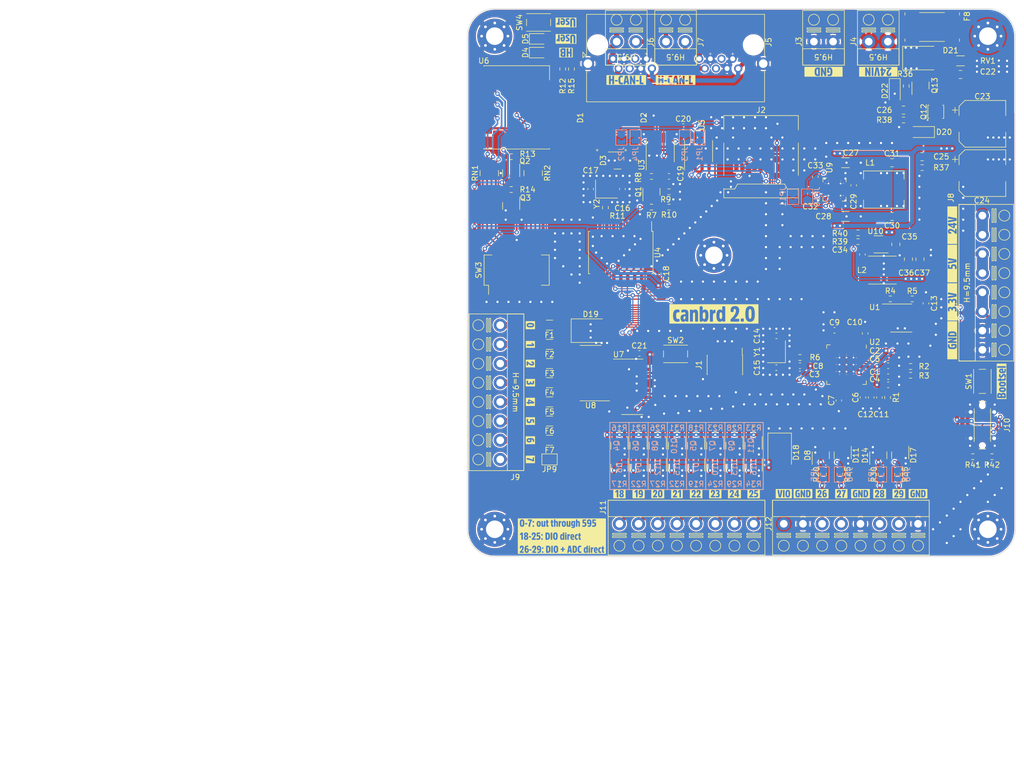
<source format=kicad_pcb>
(kicad_pcb (version 20211014) (generator pcbnew)
  (title_block (title "[canbrd] CAN/RS485 IO board") (date "2022-03-18") (rev "1.1"))
  (layers (0 "F.Cu" signal) (31 "B.Cu" signal) (34 "B.Paste" user) (35 "F.Paste" user) (36 "B.SilkS" user "B.Silkscreen") (37 "F.SilkS" user "F.Silkscreen") (38 "B.Mask" user) (39 "F.Mask" user) (44 "Edge.Cuts" user))
  (net 0 "")
  (net 1 "+1V1")
  (net 2 "GND")
  (net 3 "+3V3")
  (net 4 "+3.3VA")
  (net 5 "/MCU/RP_XIN")
  (net 6 "/MCU/RP_XOUT")
  (net 7 "/CAN/CAN_OSC2")
  (net 8 "/CAN/CAN_OSC1")
  (net 9 "+5V")
  (net 10 "+24V")
  (net 11 "/CAN/CANL")
  (net 12 "/CAN/CANH")
  (net 13 "Net-(D4-Pad2)")
  (net 14 "/MCU/RP_SWDIO")
  (net 15 "/Power/Fused24V")
  (net 16 "/Power/MAX_BST")
  (net 17 "/Power/AP_BST")
  (net 18 "/Power/MAX_LX")
  (net 19 "Net-(D5-Pad2)")
  (net 20 "/Power/SW3v3")
  (net 21 "/Connectors/IO0")
  (net 22 "VIO")
  (net 23 "/Connectors/IO4")
  (net 24 "/Connectors/IO8")
  (net 25 "/Connectors/IO1")
  (net 26 "/Connectors/IO5")
  (net 27 "/MCU/RP_SWCLK")
  (net 28 "/MCU/RP_~{RESET}")
  (net 29 "/Connectors/IO9")
  (net 30 "/Connectors/IO2")
  (net 31 "/Connectors/IO6")
  (net 32 "/Connectors/IO10")
  (net 33 "/Connectors/IO3")
  (net 34 "/Connectors/IO7")
  (net 35 "/Connectors/IO11")
  (net 40 "Net-(F1-Pad1)")
  (net 41 "/Connectors/OUT0")
  (net 42 "Net-(F2-Pad1)")
  (net 43 "/CAN/Pin5")
  (net 44 "/CAN/Pin8")
  (net 45 "/CAN/CAN_Tx_LV")
  (net 46 "/CAN/CAN_Tx_HV")
  (net 47 "/MCU/USB_XDP")
  (net 48 "/Connectors/OUT1")
  (net 49 "/MCU/USB_XDM")
  (net 50 "/MCU/QSPI_~{CS}")
  (net 51 "/MCU/~{BOOTSEL}")
  (net 52 "/CAN/CAN_Rx_LV")
  (net 53 "/CAN/CAN_Rx_HV")
  (net 54 "/MCU/QSPI_IO1")
  (net 55 "/MCU/QSPI_IO2")
  (net 56 "/MCU/QSPI_IO0")
  (net 57 "/MCU/QSPI_CLK")
  (net 58 "/MCU/QSPI_IO3")
  (net 59 "/MCU/SD_~{CS}")
  (net 60 "/Connectors/Field24V")
  (net 61 "Net-(F3-Pad1)")
  (net 62 "/Connectors/OUT2")
  (net 63 "Net-(F4-Pad1)")
  (net 64 "/Connectors/OUT3")
  (net 65 "Net-(F5-Pad1)")
  (net 66 "/Connectors/OUT4")
  (net 67 "Net-(F6-Pad1)")
  (net 68 "/CAN/~{RX1}")
  (net 69 "VBUS")
  (net 70 "/CAN/~{INT}")
  (net 71 "/CAN/SCK")
  (net 72 "/CAN/MOSI")
  (net 73 "/CAN/MISO")
  (net 74 "/CAN/~{CS}")
  (net 75 "/Connectors/OUT5")
  (net 76 "Net-(F7-Pad1)")
  (net 77 "/Connectors/OUT6")
  (net 82 "/Connectors/OUT7")
  (net 87 "Net-(J10-PadA5)")
  (net 93 "Net-(J10-PadB5)")
  (net 95 "/IO/RP8")
  (net 96 "/IO/RP9")
  (net 97 "/Connectors/USB+")
  (net 98 "/Connectors/USB-")
  (net 99 "/DISP+SW/Seg.8")
  (net 100 "/DISP+SW/Seg.0")
  (net 101 "/DISP+SW/Seg.2")
  (net 102 "/DISP+SW/Seg.1")
  (net 103 "/DISP+SW/Seg.3")
  (net 104 "/DISP+SW/SegR.1")
  (net 105 "/DISP+SW/SegR.0")
  (net 106 "/DISP+SW/SegR.2")
  (net 107 "/DISP+SW/SegR.3")
  (net 108 "/IO/RP10")
  (net 109 "/IO/RP11")
  (net 110 "/DISP+SW/Seg.4")
  (net 111 "/DISP+SW/Seg.6")
  (net 112 "/DISP+SW/Seg.5")
  (net 113 "/DISP+SW/Seg.7")
  (net 114 "/DISP+SW/SegR.5")
  (net 115 "/DISP+SW/SegR.4")
  (net 116 "/DISP+SW/SegR.6")
  (net 117 "/DISP+SW/SegR.7")
  (net 118 "Net-(JP9-Pad1)")
  (net 119 "Net-(R6-Pad2)")
  (net 120 "Net-(R11-Pad2)")
  (net 121 "/IO Expander/595_~{CS}")
  (net 123 "Net-(U7-Pad1)")
  (net 124 "Net-(U7-Pad2)")
  (net 125 "Net-(U7-Pad3)")
  (net 126 "/IO/RP1")
  (net 127 "/IO/RP0")
  (net 128 "/IO/RP2")
  (net 129 "/IO/RP3")
  (net 130 "/IO/RP5")
  (net 131 "/IO/RP4")
  (net 132 "/IO/RP6")
  (net 133 "/IO/RP7")
  (net 134 "Net-(U7-Pad4)")
  (net 135 "Net-(U7-Pad5)")
  (net 136 "Net-(U7-Pad6)")
  (net 137 "Net-(Q13-Pad1)")
  (net 141 "/DISP+SW/nDig")
  (net 142 "/DISP+SW/Dig")
  (net 143 "/DISP+SW/~{nDig}")
  (net 152 "/IO Expander/O_TVS")
  (net 153 "/Power/revprot_gate")
  (net 156 "Net-(U7-Pad15)")
  (net 157 "/Power/MAX_INTVCC")
  (net 158 "Net-(D1-Pad1)")
  (net 159 "Net-(D2-Pad1)")
  (net 160 "/Power/MAX_SS")
  (net 161 "/Power/MAX_MODE")
  (net 162 "/Power/AP_FB")
  (net 163 "Net-(D22-Pad1)")
  (footprint "GTFH081x1YHR:GTFH081x1YHR" (layer "F.Cu") (at 153.6 79)
    (fp_text reference "J2")
    (fp_text value "Micro_SD_Card")
  )
  (footprint "kibuzzard-624B7210" (layer "F.Cu") (at 152.25 138.5)
    (fp_text reference "kibuzzard-624B7210" hide)
    (fp_text value "G***" hide)
  )
  (footprint "Resistor_SMD:R_0603_1608Metric" (layer "F.Cu") (at 178.5 135 -90)
    (fp_text reference "R35")
    (fp_text value "100")
  )
  (footprint "Package_TO_SOT_SMD:SOT-23" (layer "F.Cu") (at 148.75 133.75 -90)
    (fp_text reference "D13")
    (fp_text value "BAS40-04")
  )
  (footprint "Resistor_SMD:R_0603_1608Metric" (layer "F.Cu") (at 148.75 126.75 180)
    (fp_text reference "R28")
    (fp_text value "10k")
  )
  (footprint "Capacitor_SMD:C_0805_2012Metric" (layer "F.Cu") (at 177.508035 78.1 180)
    (fp_text reference "C31")
    (fp_text value "22u")
  )
  (footprint "Capacitor_SMD:C_0603_1608Metric" (layer "F.Cu") (at 176.8 113.65)
    (fp_text reference "C2")
    (fp_text value "100n")
  )
  (footprint "kibuzzard-624B7247" (layer "F.Cu") (at 161.25 138.5)
    (fp_text reference "kibuzzard-624B7247" hide)
    (fp_text value "G***" hide)
  )
  (footprint "Fuse:Fuse_1206_3216Metric" (layer "F.Cu") (at 115 128.75 180)
    (fp_text reference "F7")
    (fp_text value "500mA")
  )
  (footprint "Package_TO_SOT_SMD:SOT-23" (layer "F.Cu") (at 148.75 129.75 -90)
    (fp_text reference "Q9")
    (fp_text value "2N7002K")
  )
  (footprint "Capacitor_SMD:C_0603_1608Metric" (layer "F.Cu") (at 160.7 115.15 180)
    (fp_text reference "C8")
    (fp_text value "100n")
  )
  (footprint "Capacitor_SMD:C_0603_1608Metric" (layer "F.Cu") (at 167 108.7 180)
    (fp_text reference "C9")
    (fp_text value "100n")
  )
  (footprint "Resistor_SMD:R_0603_1608Metric" (layer "F.Cu") (at 177.2 102.95 180)
    (fp_text reference "R4")
    (fp_text value "10k")
  )
  (footprint "kibuzzard-624B7255" (layer "F.Cu") (at 157.75 138.5)
    (fp_text reference "kibuzzard-624B7255" hide)
    (fp_text value "G***" hide)
  )
  (footprint "Capacitor_SMD:C_0603_1608Metric" (layer "F.Cu") (at 172.2 120.95 -90)
    (fp_text reference "C6")
    (fp_text value "100n")
  )
  (footprint "Capacitor_SMD:C_0603_1608Metric" (layer "F.Cu") (at 156.4 115.5)
    (fp_text reference "C15")
    (fp_text value "???")
  )
  (footprint "Capacitor_SMD:C_0603_1608Metric" (layer "F.Cu") (at 160.7 116.65 180)
    (fp_text reference "C3")
    (fp_text value "100n")
  )
  (footprint "kibuzzard-624B7230" (layer "F.Cu") (at 175.25 138.5)
    (fp_text reference "kibuzzard-624B7230" hide)
    (fp_text value "G***" hide)
  )
  (footprint "Resistor_SMD:R_0603_1608Metric" (layer "F.Cu") (at 195.75 131.75 180)
    (fp_text reference "R42")
    (fp_text value "5.1k")
  )
  (footprint "Inductor_SMD:L_Abracon_ASPI-0630LR" (layer "F.Cu") (at 176.008035 83)
    (fp_text reference "L1")
    (fp_text value "6.8u")
  )
  (footprint "Crystal:Crystal_SMD_3225-4Pin_3.2x2.5mm" (layer "F.Cu") (at 156.4 112.6 90)
    (fp_text reference "Y1")
    (fp_text value "12MHz")
  )
  (footprint "Package_TO_SOT_SMD:SOT-23" (layer "F.Cu") (at 175 131.5 90)
    (fp_text reference "D14")
    (fp_text value "BAS40-04")
  )
  (footprint "Resistor_SMD:R_0603_1608Metric" (layer "F.Cu") (at 141.75 136.75)
    (fp_text reference "R19")
    (fp_text value "10k")
  )
  (footprint "TBU-CA:DIOC650X400X100N" (layer "F.Cu") (at 123.8 72 90)
    (fp_text reference "D1")
    (fp_text value "TBU-CA")
  )
  (footprint "Resistor_SMD:R_0603_1608Metric" (layer "F.Cu") (at 131.25 136.75)
    (fp_text reference "R22")
    (fp_text value "10k")
  )
  (footprint "kibuzzard-624B71FA" (layer "F.Cu") (at 141.75 138.5)
    (fp_text reference "kibuzzard-624B71FA" hide)
    (fp_text value "G***" hide)
  )
  (footprint "Resistor_SMD:R_0603_1608Metric" (layer "F.Cu") (at 108 83)
    (fp_text reference "R14")
    (fp_text value "1k")
  )
  (footprint "Resistor_SMD:R_0603_1608Metric" (layer "F.Cu") (at 134.75 136.75)
    (fp_text reference "R27")
    (fp_text value "10k")
  )
  (footprint "canbrd_conn:NH0810x0xxxxG" (layer "F.Cu") (at 140 144)
    (fp_text reference "J11")
    (fp_text value "DIO")
  )
  (footprint "kibuzzard-624B724B" (layer "F.Cu") (at 182.25 138.5)
    (fp_text reference "kibuzzard-624B724B" hide)
    (fp_text value "G***" hide)
  )
  (footprint "Capacitor_SMD:C_0603_1608Metric" (layer "F.Cu") (at 170.508035 82.225 -90)
    (fp_text reference "C29")
    (fp_text value "100n")
  )
  (footprint "Package_SO:SOIC-8_3.9x4.9mm_P1.27mm" (layer "F.Cu") (at 135.2 76 90)
    (fp_text reference "U3")
    (fp_text value "TJA1051T-3")
  )
  (footprint "Resistor_SMD:R_0603_1608Metric" (layer "F.Cu") (at 180.9 116.9)
    (fp_text reference "R3")
    (fp_text value "27")
  )
  (footprint "PTS815-SJ:PTS815-SJ" (layer "F.Cu") (at 138 113 180)
    (fp_text reference "SW2")
    (fp_text value "RESET")
  )
  (footprint "Package_TO_SOT_SMD:SOT-23" (layer "F.Cu") (at 138.25 133.75 -90)
    (fp_text reference "D15")
    (fp_text value "BAS40-04")
  )
  (footprint "Package_TO_SOT_SMD:SOT-23" (layer "F.Cu") (at 152.25 129.75 -90)
    (fp_text reference "Q11")
    (fp_text value "2N7002K")
  )
  (footprint "Resistor_SMD:R_0603_1608Metric" (layer "F.Cu") (at 180.9 115.3)
    (fp_text reference "R2")
    (fp_text value "27")
  )
  (footprint "Package_SO:SOIC-16_3.9x9.9mm_P1.27mm" (layer "F.Cu") (at 130.1 119)
    (fp_text reference "U7")
    (fp_text value "74HC595")
  )
  (footprint "Capacitor_SMD:C_1206_3216Metric" (layer "F.Cu") (at 169.008035 78.1)
    (fp_text reference "C27")
    (fp_text value "2.2u")
  )
  (footprint "kibuzzard-624B7539" (layer "F.Cu") (at 111.5 111.25 -90)
    (fp_text reference "kibuzzard-624B7539" hide)
    (fp_text value "G***" hide)
  )
  (footprint "Capacitor_SMD:C_0805_2012Metric" (layer "F.Cu") (at 178.2 93.000001 -90)
    (fp_text reference "C35")
    (fp_text value "10u")
  )
  (footprint "canbrd_conn:NH0810x0xxxxG" (layer "F.Cu") (at 194 100 90)
    (fp_text reference "J8")
    (fp_text value "PwrOut")
  )
  (footprint "Resistor_SMD:R_0603_1608Metric" (layer "F.Cu") (at 160.7 113.65)
    (fp_text reference "R6")
    (fp_text value "1k")
  )
  (footprint "Capacitor_SMD:C_0603_1608Metric" (layer "F.Cu") (at 172.6 109.25 90)
    (fp_text reference "C10")
    (fp_text value "100n")
  )
  (footprint "Fuse:Fuse_1206_3216Metric" (layer "F.Cu") (at 115 111.25 180)
    (fp_text reference "F2")
    (fp_text value "500mA")
  )
  (footprint "kibuzzard-624B766D" (layer "F.Cu") (at 117.25 146.25)
    (fp_text reference "kibuzzard-624B766D" hide)
    (fp_text value "G***" hide)
  )
  (footprint "kibuzzard-624B7567" (layer "F.Cu") (at 111.5 118.25 -90)
    (fp_text reference "kibuzzard-624B7567" hide)
    (fp_text value "G***" hide)
  )
  (footprint "MountingHole:MountingHole_3.2mm_M3_Pad_Via" (layer "F.Cu") (at 105 55)
    (fp_text reference "H1" hide)
    (fp_text value "M3")
  )
  (footprint "Package_TO_SOT_SMD:SOT-23" (layer "F.Cu") (at 152.25 133.75 -90)
    (fp_text reference "D16")
    (fp_text value "BAS40-04")
  )
  (footprint "kibuzzard-62179C5E" (layer "F.Cu") (at 188.5 96.5 90)
    (fp_text reference "kibuzzard-62179C5E" hide)
    (fp_text value "G***" hide)
  )
  (footprint "Resistor_SMD:R_0603_1608Metric" (layer "F.Cu") (at 165 135 -90)
    (fp_text reference "R20")
    (fp_text value "100")
  )
  (footprint "Resistor_SMD:R_0603_1608Metric" (layer "F.Cu") (at 183 79 180)
    (fp_text reference "R37")
    (fp_text value "10k")
  )
  (footprint "Resistor_SMD:R_Array_Convex_4x0603" (layer "F.Cu") (at 112 80 90)
    (fp_text reference "RN2")
    (fp_text value "330")
  )
  (footprint "Resistor_SMD:R_0603_1608Metric" (layer "F.Cu") (at 152.25 126.75 180)
    (fp_text reference "R33")
    (fp_text value "10k")
  )
  (footprint "Capacitor_SMD:C_0603_1608Metric" (layer "F.Cu") (at 156.4 109.7 180)
    (fp_text reference "C14")
    (fp_text value "???")
  )
  (footprint "canbrd_conn:NH0210x0xxxxG" (layer "F.Cu") (at 138 56 180)
    (fp_text reference "J7")
    (fp_text value "CAN")
  )
  (footprint "Package_TO_SOT_SMD:SOT-23" (layer "F.Cu") (at 127.75 129.75 -90)
    (fp_text reference "Q4")
    (fp_text value "2N7002K")
  )
  (footprint "Resistor_SMD:R_0603_1608Metric" (layer "F.Cu") (at 133.6 86.2)
    (fp_text reference "R7")
    (fp_text value "1k")
  )
  (footprint "Resistor_SMD:R_0603_1608Metric" (layer "F.Cu") (at 171.3 90.9 180)
    (fp_text reference "R40")
    (fp_text value "10k")
  )
  (footprint "Resistor_SMD:R_0603_1608Metric" (layer "F.Cu") (at 145.25 126.75 180)
    (fp_text reference "R23")
    (fp_text value "10k")
  )
  (footprint "canbrd_conn:NH0210x0xxxxG" (layer "F.Cu") (at 165 56 180)
    (fp_text reference "J3")
    (fp_text value "GND")
  )
  (footprint "Capacitor_SMD:CP_Elec_8x6.5" (layer "F.Cu") (at 194 71)
    (fp_text reference "C23")
    (fp_text value "47u")
  )
  (footprint "Package_TO_SOT_SMD:SOT-23" (layer "F.Cu") (at 141.75 129.75 -90)
    (fp_text reference "Q5")
    (fp_text value "2N7002K")
  )
  (footprint "kibuzzard-621B6EB9" (layer "F.Cu") (at 118 55.5 180)
    (fp_text reference "kibuzzard-621B6EB9" hide)
    (fp_text value "G***" hide)
  )
  (footprint "Resistor_SMD:R_0603_1608Metric" (layer "F.Cu") (at 192.25 131.75)
    (fp_text reference "R41")
    (fp_text value "5.1k")
  )
  (footprint "Resistor_SMD:R_0603_1608Metric" (layer "F.Cu") (at 171.3 92.5)
    (fp_text reference "R39")
    (fp_text value "31.6k")
  )
  (footprint "canbrd_conn:NH0210x0xxxxG" (layer "F.Cu") (at 129 56 180)
    (fp_text reference "J6")
    (fp_text value "CAN")
  )
  (footprint "Capacitor_SMD:CP_Elec_8x6.5" (layer "F.Cu") (at 194 80)
    (fp_text reference "C24")
    (fp_text value "47u")
  )
  (footprint "Resistor_SMD:R_0603_1608Metric" (layer "F.Cu") (at 127.75 126.75 180)
    (fp_text reference "R16")
    (fp_text value "10k")
  )
  (footprint "Resistor_SMD:R_0603_1608Metric" (layer "F.Cu") (at 127.75 136.75)
    (fp_text reference "R17")
    (fp_text value "10k")
  )
  (footprint "Resistor_SMD:R_Array_Convex_4x0603" (layer "F.Cu") (at 104 80 90)
    (fp_text reference "RN1")
    (fp_text value "330")
  )
  (footprint "Resistor_SMD:R_0603_1608Metric" (layer "F.Cu") (at 136.8 86.2)
    (fp_text reference "R10")
    (fp_text value "10k")
  )
  (footprint "Fuse:Fuse_1206_3216Metric" (layer "F.Cu") (at 115 121.75 180)
    (fp_text reference "F5")
    (fp_text value "500mA")
  )
  (footprint "Crystal:Crystal_SMD_3225-4Pin_3.2x2.5mm" (layer "F.Cu") (at 125.4 82.9)
    (fp_text reference "Y2")
    (fp_text value "16MHz")
  )
  (footprint "kibuzzard-62179CFC" (layer "F.Cu") (at 188.5 110.5 90)
    (fp_text reference "kibuzzard-62179CFC" hide)
    (fp_text value "G***" hide)
  )
  (footprint "Capacitor_SMD:C_0805_2012Metric" (layer "F.Cu") (at 179.6 68.5 180)
    (fp_text reference "C26")
    (fp_text value "100n")
  )
  (footprint "Package_SO:SOIC-8_3.9x4.9mm_P1.27mm" (layer "F.Cu") (at 142.2 76 90)
    (fp_text reference "U5")
    (fp_text value "MAX3485CSA")
  )
  (footprint "Capacitor_SMD:C_0603_1608Metric" (layer "F.Cu") (at 162.6 83.775 -90)
    (fp_text reference "C32")
    (fp_text value "5.6n")
  )
  (footprint "Capacitor_SMD:C_0603_1608Metric" (layer "F.Cu") (at 122.5 82.9 -90)
    (fp_text reference "C17")
    (fp_text value "???")
  )
  (footprint "Package_TO_SOT_SMD:SOT-23" (layer "F.Cu") (at 179 131.5 -90)
    (fp_text reference "D17")
    (fp_text value "BAS40-04")
  )
  (footprint "canbrd_conn:NH0210x0xxxxG" (layer "F.Cu") (at 175 56 180)
    (fp_text reference "J4")
    (fp_text value "Field24V")
  )
  (footprint "kibuzzard-621B6EAC" (layer "F.Cu") (at 118 52.5 180)
    (fp_text reference "kibuzzard-621B6EAC" hide)
    (fp_text value "G***" hide)
  )
  (footprint "Capacitor_SMD:C_0603_1608Metric" (layer "F.Cu") (at 128.3 82.9 90)
    (fp_text reference "C16")
    (fp_text value "???")
  )
  (footprint "Resistor_SMD:R_0603_1608Metric" (layer "F.Cu") (at 168 135 -90)
    (fp_text reference "R25")
    (fp_text value "100")
  )
  (footprint "Capacitor_SMD:C_0603_1608Metric" (layer "F.Cu") (at 172.1 94.85 -90)
    (fp_text reference "C34")
    (fp_text value "100n")
  )
  (footprint "Resistor_SMD:R_0603_1608Metric" (layer "F.Cu") (at 181.2 102.95)
    (fp_text reference "R5")
    (fp_text value "1k")
  )
  (footprint "kibuzzard-624B75FB" (layer "F.Cu") (at 111.5 132.25 -90)
    (fp_text reference "kibuzzard-624B75FB" hide)
    (fp_text value "G***" hide)
  )
  (footprint "TBU-CA:DIOC650X400X100N" (layer "F.Cu") (at 129 72 90)
    (fp_text reference "D2")
    (fp_text value "TBU-CA")
  )
  (footprint "Capacitor_SMD:C_0805_2012Metric" (layer "F.Cu") (at 190 62)
    (fp_text reference "C22")
    (fp_text value "100n")
  )
  (footprint "kibuzzard-624B720A" (layer "F.Cu") (at 148.75 138.5)
    (fp_text reference "kibuzzard-624B720A" hide)
    (fp_text value "G***" hide)
  )
  (footprint "kibuzzard-62179D4A" (layer "F.Cu") (at 165 61.5 180)
    (fp_text reference "kibuzzard-62179D4A" hide)
    (fp_text value "G***" hide)
  )
  (footprint "Package_TO_SOT_SMD:SOT-23" (layer "F.Cu") (at 108 80 -90)
    (fp_text reference "Q2")
    (fp_text value "2N7002K")
  )
  (footprint "Connector_PinHeader_1.27mm:PinHeader_2x05_P1.27mm_Vertical_SMD" (layer "F.Cu") (at 147 115 -90)
    (fp_text reference "J1")
    (fp_text value "RP_DEBUG")
  )
  (footprint "Package_TO_SOT_SMD:SOT-23" (layer "F.Cu") (at 131.25 133.75 -90)
    (fp_text reference "D9")
    (fp_text value "BAS40-04")
  )
  (footprint "Capacitor_SMD:C_0805_2012Metric" (layer "F.Cu") (at 177.508035 87.9 180)
    (fp_text reference "C30")
    (fp_text value "22u")
  )
  (footprint "Capacitor_SMD:C_0603_1608Metric" (layer "F.Cu") (at 131.4 112.9 180)
    (fp_text reference "C21")
    (fp_text value "100n")
  )
  (footprint "Capacitor_SMD:C_1206_3216Metric" (layer "F.Cu") (at 169 87.9)
    (fp_text reference "C28")
    (fp_text value "2.2u")
  )
  (footprint "MountingHole:MountingHole_3.2mm_M3_Pad_Via" (layer "F.Cu") (at 195 55)
    (fp_text reference "H2" hide)
    (fp_text value "M3")
  )
  (footprint "TSOT26:TSOT26" (layer "F.Cu") (at 175 93 180)
    (fp_text reference "U10")
    (fp_text value "AP62250WU")
  )
  (footprint "Inductor_SMD:L_Taiyo-Yuden_NR-50xx" (layer "F.Cu") (at 175.75 97.7)
    (fp_text reference "L2")
    (fp_text value "2.2u")
  )
  (footprint "Diode_SMD:D_SMB" (layer "F.Cu") (at 157 131 -90)
    (fp_text reference "D18")
    (fp_text value "33V")
  )
  (footprint "Capacitor_SMD:C_0805_2012Metric" (layer "F.Cu") (at 180.5 95.7 90)
    (fp_text reference "C36")
    (fp_text value "22u")
  )
  (footprint "Package_TO_SOT_SMD:SOT-23" (layer "F.Cu") (at 127.75 133.75 -90)
    (fp_text reference "D6")
    (fp_text value "BAS40-04")
  )
  (footprint "Resistor_SMD:R_0603_1608Metric" (layer "F.Cu") (at 125.2 86.3 -90)
    (fp_text reference "R11")
    (fp_text value "1k")
  )
  (footprint "canbrd_conn:NH0810x0xxxxG" (layer "F.Cu") (at 106 120 -90)
    (fp_text reference "J9")
    (fp_text value "OUT")
  )
  (footprint "kibuzzard-624B75E6" (layer "F.Cu") (at 111.5 125.25 -90)
    (fp_text reference "kibuzzard-624B75E6" hide)
    (fp_text value "G***" hide)
  )
  (footprint "kibuzzard-624B7201" (layer "F.Cu") (at 145.25 138.5)
    (fp_text reference "kibuzzard-624B7201" hide)
    (fp_text value "G***" hide)
  )
  (footprint "MountingHole:MountingHole_3.2mm_M3_Pad_Via" (layer "F.Cu") (at 145 95)
    (fp_text reference "H3" hide)
    (fp_text value "M3")
  )
  (footprint "kibuzzard-62179C9D" (layer "F.Cu") (at 188.5 103.5 90)
    (fp_text reference "kibuzzard-62179C9D" hide)
    (fp_text value "G***" hide)
  )
  (footprint "Capacitor_SMD:C_0603_1608Metric" (layer "F.Cu") (at 173.7 120.95 -90)
    (fp_text reference "C12")
    (fp_text value "100n")
  )
  (footprint "Resistor_SMD:R_0603_1608Metric" (layer "F.Cu") (at 133.6 80.6 180)
    (fp_text reference "R8")
    (fp_text value "1k")
  )
  (footprint "Capacitor_SMD:C_0603_1608Metric" (layer "F.Cu") (at 183.7 103.775 90)
    (fp_text reference "C13")
    (fp_text value "100n")
  )
  (footprint "Resistor_SMD:R_1206_3216Metric" (layer "F.Cu") (at 190 59.5)
    (fp_text reference "RV1")
    (fp_text value "30V")
  )
  (footprint "Package_SO:SOIC-16_3.9x9.9mm_P1.27mm" (layer "F.Cu") (at 122.5 116.5 180)
    (fp_text reference "U8")
    (fp_text value "ULN2003A")
  )
  (footprint "Capacitor_SMD:C_0603_1608Metric" (layer "F.Cu") (at 134.85 98.35 90)
    (fp_text reference "C18")
    (fp_text value "100n")
  )
  (footprint "Jumper:SolderJumper-2_P1.3mm_Open_TrianglePad1.0x1.5mm" (layer "F.Cu") (at 115 132.25 180)
    (fp_text reference "JP9")
    (fp_text value "Jumper_2_Open")
  )
  (footprint "HDSM-293L:HDSM-293L" (layer "F.Cu") (at 109 68 -90)
    (fp_text reference "U6")
    (fp_text value "HDSM-293L")
  )
  (footprint "Capacitor_SMD:C_0603_1608Metric" (layer "F.Cu") (at 139.4 71.5 180)
    (fp_text reference "C20")
    (fp_text value "100n")
  )
  (footprint "kibuzzard-624B7558" (layer "F.Cu") (at 111.5 114.75 -90)
    (fp_text reference "kibuzzard-624B7558" hide)
    (fp_text value "G***" hide)
  )
  (footprint "Fuse:Fuse_1206_3216Metric" (layer "F.Cu") (at 115 114.75 180)
    (fp_text reference "F3")
    (fp_text value "500mA")
  )
  (footprint "Capacitor_SMD:C_0603_1608Metric" (layer "F.Cu") (at 167.8 121.493224 -90)
    (fp_text reference "C7")
    (fp_text value "100n")
  )
  (footprint "Resistor_SMD:R_0603_1608Metric" (layer "F.Cu") (at 134.75 126.75 180)
    (fp_text reference "R26")
    (fp_text value "10k")
  )
  (footprint "Button_Switch_SMD:SW_DIP_SPSTx08_Slide_KingTek_DSHP08TS_W7.62mm_P1.27mm" (layer "F.Cu") (at 109 97.7 90)
    (fp_text reference "SW3")
    (fp_text value "SW_DIP_x08")
  )
  (footprint "Package_TO_SOT_SMD:SOT-23" (layer "F.Cu") (at 182.7 64 90)
    (fp_text reference "Q13")
    (fp_text value "BC856")
  )
  (footprint "Package_TO_SOT_SMD:SOT-23" (layer "F.Cu") (at 134.75 133.75 -90)
    (fp_text reference "D12")
    (fp_text value "BAS40-04")
  )
  (footprint "Resistor_SMD:R_0603_1608Metric" (layer "F.Cu") (at 136.8 83.4)
    (fp_text reference "R9")
    (fp_text value "4k7")
  )
  (footprint "Package_TO_SOT_SMD:SOT-23" (layer "F.Cu") (at 127.4 77.7)
    (fp_text reference "D3")
    (fp_text value "NUP2105L")
  )
  (footprint "Capacitor_SMD:C_0603_1608Metric" (layer "F.Cu") (at 136.8 80.6)
    (fp_text reference "C19")
    (fp_text value "100n")
  )
  (footprint "Diode_SMD:D_SOD-123" (layer "F.Cu") (at 183 72.5 180)
    (fp_text reference "D20")
    (fp_text value "10V")
  )
  (footprint "Diode_SMD:D_SMB" (layer "F.Cu") (at 183 59)
    (fp_text reference "D21")
    (fp_text value "33V")
  )
  (footprint "Package_TO_SOT_SMD:SOT-23" (layer "F.Cu") (at 145.25 133.75 -90)
    (fp_text reference "D10")
    (fp_text value "BAS40-04")
  )
  (footprint "Capacitor_SMD:C_0603_1608Metric" (layer "F.Cu") (at 176.8 118.65)
    (fp_text reference "C4")
    (fp_text value "1u")
  )
  (footprint "10132328:10132328" (layer "F.Cu") (at 194 126 90)
    (fp_text reference "J10")
    (fp_text value "USB_C_Receptacle")
  )
  (footprint "Capacitor_SMD:C_0603_1608Metric" (layer "F.Cu") (at 176.8 117.15)
    (fp_text reference "C1")
    (fp_text value "1u")
  )
  (footprint "Resistor_SMD:R_0603_1608Metric" (layer "F.Cu") (at 175.5 135 -90)
    (fp_text reference "R30")
    (fp_text value "100")
  )
  (footprint "Fuse:Fuse_1206_3216Metric" (layer "F.Cu") (at 115 125.25 180)
    (fp_text reference "F6")
    (fp_text value "500mA")
  )
  (footprint "kibuzzard-624B7237" (layer "F.Cu") (at 178.75 138.5)
    (fp_text reference "kibuzzard-624B7237" hide)
    (fp_text value "G***" hide)
  )
  (footprint "kibuzzard-621B6EDA" (layer "F.Cu") (at 118 58 180)
    (fp_text reference "kibuzzard-621B6EDA" hide)
    (fp_text value "G***" hide)
  )
  (footprint "kibuzzard-624B7E7C" (layer "F.Cu") (at 145 105.7)
    (fp_text reference "kibuzzard-624B7E7C" hide)
    (fp_text value "G***" hide)
  )
  (footprint "kibuzzard-62179F21" (layer "F.Cu") (at 197.5 118 90)
    (fp_text reference "kibuzzard-62179F21" hide)
    (fp_text value "G***" hide)
  )
  (footprint "Fuse:Fuse_1206_3216Metric" (layer "F.Cu") (at 115 118.25 180)
    (fp_text reference "F4")
    (fp_text value "500mA")
  )
  (footprint "Package_TO_SOT_SMD:SOT-23" (layer "F.Cu") (at 131.25 129.75 -90)
    (fp_text reference "Q6")
    (fp_text value "2N7002K")
  )
  (footprint "Package_TO_SOT_SMD:SOT-23" (layer "F.Cu") (at 108 86 -90)
    (fp_text reference "Q3")
    (fp_text value "2N7002K")
  )
  (footprint "Resistor_SMD:R_0603_1608Metric" (layer "F.Cu") (at 141.75 126.75 180)
    (fp_text reference "R18")
    (fp_text value "10k")
  )
  (footprint "Resistor_SMD:R_0603_1608Metric" (layer "F.Cu") (at 179.6 70.3 180)
    (fp_text reference "R38")
    (fp_text value "10k")
  )
  (footprint "Resistor_SMD:R_0603_1608Metric" (layer "F.Cu") (at 180.1 64.1 -90)
    (fp_text reference "R36")
    (fp_text value "1k")
  )
  (footprint "kibuzzard-624B7242" (layer "F.Cu") (at 171.75 138.5)
    (fp_text reference "kibuzzard-624B7242" hide)
    (fp_text value "G***" hide)
  )
  (footprint "kibuzzard-624B71F2" (layer "F.Cu") (at 138.25 138.5)
    (fp_text reference "kibuzzard-624B71F2" hide)
    (fp_text value "G***" hide)
  )
  (footprint "Capacitor_SMD:C_0805_2012Metric" (layer "F.Cu") (at 182.6 95.7 90)
    (fp_text reference "C37")
    (fp_text value "22u")
  )
  (footprint "Package_SO:SOIC-8_3.9x4.9mm_P1.27mm" (layer "F.Cu") (at 179.2 106.45)
    (fp_text reference "U1")
    (fp_text value "W25Q16JVSNIQ")
  )
  (footprint "Resistor_SMD:R_0603_1608Metric" (layer "F.Cu") (at 138.25 136.75)
    (fp_text reference "R32")
    (fp_text value "10k")
  )
  (footprint "Resistor_SMD:R_0603_1608Metric" (layer "F.Cu") (at 108 77)
    (fp_text reference "R13")
    (fp_text value "1k")
  )
  (footprint "Resistor_SMD:R_0603_1608Metric" (layer "F.Cu") (at 119 61 90)
    (fp_text reference "R15")
    (fp_text value "R")
  )
  (footprint "Diode_SMD:D_SOD-123" (layer "F.Cu") (at 178 65 -90)
    (fp_text reference "D22")
    (fp_text value "30V")
  )
  (footprint "Littelfuse-154:Littelfuse-154-2920" (layer "F.Cu") (at 184.8 53.3)
    (fp_text reference "F8")
    (fp_text value "1A")
  )
  (footprint "kibuzzard-624B71E6" (layer "F.Cu") (at 134.75 138.5)
    (fp_text reference "kibuzzard-624B71E6" hide)
    (fp_text value "G***" hide)
  )
  (footprint "Package_TO_SOT_SMD:SOT-23" (layer "F.Cu") (at 145.25 129.75 -90)
    (fp_text reference "Q7")
    (fp_text value "2N7002K")
  )
  (footprint "Package_TO_SOT_SMD:SOT-23" (layer "F.Cu") (at 164.5 131.5 90)
    (fp_text reference "D8")
    (fp_text value "BAS40-04")
  )
  (footprint "kibuzzard-624B71BB" (layer "F.Cu") (at 127.75 138.5)
    (fp_text reference "kibuzzard-624B71BB" hide)
    (fp_text value "G***" hide)
  )
  (footprint "Resistor_SMD:R_0603_1608Metric" (layer "F.Cu") (at 148.75 136.75)
    (fp_text reference "R29")
    (fp_text value "10k")
  )
  (footprint "Resistor_SMD:R_0603_1608Metric" (layer "F.Cu") (at 138.25 126.75 180)
    (fp_text reference "R31")
    (fp_text value "10k")
  )
  (footprint "PTS815-SJ:PTS815-SJ" (layer "F.Cu") (at 113 52.5)
    (fp_text reference "SW4")
    (fp_text value "User")
  )
  (footprint "TPCP8110:PS-8" (layer "F.Cu") (at 185.5 68.8 90)
    (fp_text reference "Q12")
    (fp_text value "TPCP8110")
  )
  (footprint "canbrd_conn:RJ45_Amphenol_RJHSE5380-02" (layer "F.Cu") (at 126.57 59.125)
    (fp_text reference "J5")
    (fp_text value "RJ45_LED_Shielded_x2")
  )
  (footprint "Diode_SMD:D_SMB" (layer "F.Cu") (at 122.5 108.75)
    (fp_text reference "D19")
    (fp_text value "33V")
  )
  (footprint "Capacitor_SMD:C_0603_1608Metric" (layer "F.Cu") (at 175.2 120.95 -90)
    (fp_text reference "C11")
    (fp_text value "1u")
  )
  (footprint "Package_TO_SOT_SMD:SOT-23" (layer "F.Cu") (at 138.25 129.75 -90)
    (fp_text reference "Q10")
    (fp_text value "2N7002K")
  )
  (footprint "kibuzzard-624B71D2" (layer "F.Cu") (at 131.25 138.5)
    (fp_text reference "kibuzzard-624B71D2" hide)
    (fp_text value "G***" hide)
  )
  (footprint "Capacitor_SMD:C_0603_1608Metric" (layer "F.Cu") (at 176.8 115.15)
    (fp_text reference "C5")
    (fp_text value "100n")
  )
  (footprint "Fuse:Fuse_1206_3216Metric" (layer "F.Cu") (at 115 107.75 180)
    (fp_text reference "F1")
    (fp_text value "500mA")
  )
  (footprint "Capacitor_SMD:C_0805_2012Metric" (layer "F.Cu") (at 183 77 180)
    (fp_text reference "C25")
    (fp_text value "100n")
  )
  (footprint "Resistor_SMD:R_0603_1608Metric" (layer "F.Cu") (at 152.25 136.75)
    (fp_text reference "R34")
    (fp_text value "10k")
  )
  (footprint "kibuzzard-62179C2A" (layer "F.Cu") (at 188.5 89.5 90)
    (fp_text reference "kibuzzard-62179C2A" hide)
    (fp_text value "G***" hide)
  )
  (footprint "Resistor_SMD:R_0603_1608Metric" (layer "F.Cu") (at 145.25 136.75)
    (fp_text reference "R24")
    (fp_text value "10k")
  )
  (footprint "PTS815-SJ:PTS815-SJ" (layer "F.Cu") (at 194 118 -90)
    (fp_text reference "SW1")
    (fp_text value "BOOTSEL")
  )
  (footprint "kibuzzard-62179E98" (layer "F.Cu") (at 138 63)
    (fp_text reference "kibuzzard-62179E98" hide)
    (fp_text value "G***" hide)
  )
  (footprint "Resistor_SMD:R_0603_1608Metric" (layer "F.Cu") (at 117.4 61 90)
    (fp_text reference "R12")
    (fp_text value "R")
  )
  (footprint "Capacitor_SMD:C_0603_1608Metric" (layer "F.Cu") (at 163.508035 80.675 90)
    (fp_text reference "C33")
    (fp_text value "2.2u")
  )
  (footprint "MAX17634:TQFN20-EP" (layer "F.Cu") (at 167.009307 83 -90)
    (fp_text reference "U9")
    (fp_text value "MAX17634BATP+")
  )
  (footprint "Package_TO_SOT_SMD:SOT-23" (layer "F.Cu") (at 134.75 129.75 -90)
    (fp_text reference "Q8")
    (fp_text value "2N7002K")
  )
  (footprint "kibuzzard-624B7220" (layer "F.Cu") (at 164.75 138.5)
    (fp_text reference "kibuzzard-624B7220" hide)
    (fp_text value "G***" hide)
  )
  (footprint "Package_TO_SOT_SMD:SOT-23" (layer "F.Cu") (at 168.5 131.5 -90)
    (fp_text reference "D11")
    (fp_text value "BAS40-04")
  )
  (footprint "Package_TO_SOT_SMD:SOT-23" (layer "F.Cu") (at 141.75 133.75 -90)
    (fp_text reference "D7")
    (fp_text value "BAS40-04")
  )
  (footprint "Resistor_SMD:R_0603_1608Metric" (layer "F.Cu") (at 176.7 120.95 -90)
    (fp_text reference "R1")
    (fp_text value "220")
  )
  (footprint "LED_SMD:LED_0805_2012Metric" (layer "F.Cu") (at 113 55.5)
    (fp_text reference "D5")
    (fp_text value "Heartbeat")
  )
  (footprint "Package_SO:SOIC-18W_7.5x11.6mm_P1.27mm" (layer "F.Cu") (at 128 94.5 -90)
    (fp_text reference "U4")
    (fp_text value "MCP2510-x/SO")
  )
  (footprint "canbrd_conn:NH0810x0xxxxG" (layer "F.Cu") (at 170 144)
    (fp_text reference "J12")
    (fp_text value "AIO")
  )
  (footprint "kibuzzard-624B75EF" (layer "F.Cu") (at 111.5 128.75 -90)
    (fp_text reference "kibuzzard-624B75EF" hide)
    (fp_text value "G***" hide)
  )
  (footprint "MountingHole:MountingHole_3.2mm_M3_Pad_Via" (layer "F.Cu") (at 105 145)
    (fp_text reference "H4" hide)
    (fp_text value "M3")
  )
  (footprint "LED_SMD:LED_0805_2012Metric" (layer "F.Cu") (at 113 58)
    (fp_text reference "D4")
    (fp_text value "User")
  )
  (footprint "Resistor_SMD:R_0603_1608Metric" (layer "F.Cu") (at 131.25 126.75 180)
    (fp_text reference "R21")
    (fp_text value "10k")
  )
  (footprint "Package_TO_SOT_SMD:SOT-23" (layer "F.Cu") (at 133.6 83.4 90)
    (fp_text reference "Q1")
    (fp_text value "2N7002K")
  )
  (footprint "kibuzzard-624B7229" (layer "F.Cu") (at 168.25 138.5)
    (fp_text reference "kibuzzard-624B7229" hide)
    (fp_text value "G***" hide)
  )
  (footprint "kibuzzard-62179EAF" (layer "F.Cu") (at 129 63)
    (fp_text reference "kibuzzard-62179EAF" hide)
    (fp_text value "G***" hide)
  )
  (footprint "RP2040:RP2040-QFN-56" (layer "F.Cu") (at 169.2 114.95 -90)
    (fp_text reference "U2")
    (fp_text value "RP2040")
  )
  (footprint "kibuzzard-62179E31" (layer "F.Cu") (at 175 61.5 180)
    (fp_text reference "kibuzzard-62179E31" hide)
    (fp_text value "G***" hide)
  )
  (footprint "kibuzzard-624B7585" (layer "F.Cu") (at 111.5 121.75 -90)
    (fp_text reference "kibuzzard-624B7585" hide)
    (fp_text value "G***" hide)
  )
  (footprint "kibuzzard-624B7544" (layer "F.Cu") (at 111.5 107.75 -90)
    (fp_text reference "kibuzzard-624B7544" hide)
    (fp_text value "G***" hide)
  )
  (footprint "MountingHole:MountingHole_3.2mm_M3_Pad_Via" (layer "F.Cu") (at 195 145)
    (fp_text reference "H5" hide)
    (fp_text value "M3")
  )
  (footprint "Jumper:SolderJumper-2_P1.3mm_Open_TrianglePad1.0x1.5mm" (layer "B.Cu") (at 168 135 -90)
    (fp_text reference "JP6")
    (fp_text value "LowZ")
  )
  (footprint "Jumper:SolderJumper-2_P1.3mm_Open_TrianglePad1.0x1.5mm" (layer "B.Cu") (at 178.5 135 -90)
    (fp_text reference "JP8")
    (fp_text value "LowZ")
  )
  (footprint "Jumper:SolderJumper-2_P1.3mm_Open_TrianglePad1.0x1.5mm" (layer "B.Cu") (at 128.1 73.5 -90)
    (fp_text reference "JP2")
    (fp_text value "Pin8H")
  )
  (footprint "Jumper:SolderJumper-2_P1.3mm_Open_TrianglePad1.0x1.5mm" (layer "B.Cu") (at 139.7 73.5 -90)
    (fp_text reference "JP3")
    (fp_text value "Pin5L")
  )
  (footprint "Jumper:SolderJumper-2_P1.3mm_Open_TrianglePad1.0x1.5mm" (layer "B.Cu") (at 165 135 -90)
    (fp_text reference "JP5")
    (fp_text value "LowZ")
  )
  (footprint "Jumper:SolderJumper-2_P1.3mm_Bridged_Pad1.0x1.5mm" (layer "B.Cu") (at 130.7 73.5 90)
    (fp_text reference "JP4")
    (fp_text value "Pin8L")
  )
  (footprint "Jumper:SolderJumper-2_P1.3mm_Bridged_Pad1.0x1.5mm" (layer "B.Cu") (at 142.4 73.5 90)
    (fp_text reference "JP1")
    (fp_text value "Pin5H")
  )
  (footprint "Jumper:SolderJumper-2_P1.3mm_Open_TrianglePad1.0x1.5mm" (layer "B.Cu") (at 159.408035 84.3 -90)
    (fp_text reference "JP11")
    (fp_text value "PWM")
  )
  (footprint "Jumper:SolderJumper-2_P1.3mm_Open_TrianglePad1.0x1.5mm" (layer "B.Cu") (at 162.008035 84.3 90)
    (fp_text reference "JP10")
    (fp_text value "DCM")
  )
  (footprint "Jumper:SolderJumper-2_P1.3mm_Open_TrianglePad1.0x1.5mm" (layer "B.Cu") (at 175.5 135 -90)
    (fp_text reference "JP7")
    (fp_text value "LowZ")
  )
  (gr_line (start 140 137.75) (end 140 125.5) (layer "B.SilkS") (width 0.15))
  (gr_line (start 136.5 125.5) (end 136.5 137.75) (layer "B.SilkS") (width 0.15))
  (gr_line (start 147 137.75) (end 147 125.5) (layer "B.SilkS") (width 0.15))
  (gr_line (start 133 125.5) (end 133 137.75) (layer "B.SilkS") (width 0.15))
  (gr_line (start 129.5 125.5) (end 129.5 137.75) (layer "B.SilkS") (width 0.15))
  (gr_line (start 150.5 125.5) (end 150.5 137.75) (layer "B.SilkS") (width 0.15))
  (gr_rect (start 126 125.5) (end 154 137.75) (layer "B.SilkS") (width 0.15) (fill none))
  (gr_line (start 143.5 125.5) (end 143.5 137.75) (layer "B.SilkS") (width 0.15))
  (gr_arc (start 105 149.992152) (mid 101.464466 148.527686) (end 100 144.992152) (layer "Edge.Cuts") (width 0.1))
  (gr_arc (start 100 54.992152) (mid 101.464466 51.456618) (end 105 49.992152) (layer "Edge.Cuts") (width 0.1))
  (gr_arc (start 200 144.992152) (mid 198.535534 148.527686) (end 195 149.992152) (layer "Edge.Cuts") (width 0.1))
  (gr_arc (start 195 49.992152) (mid 198.535534 51.456618) (end 200 54.992152) (layer "Edge.Cuts") (width 0.1))
  (gr_line (start 200 144.992152) (end 200 54.992152) (layer "Edge.Cuts") (width 0.1))
  (gr_line (start 100 54.992152) (end 100 144.992152) (layer "Edge.Cuts") (width 0.1))
  (gr_line (start 105 149.992152) (end 195 149.992152) (layer "Edge.Cuts") (width 0.1))
  (gr_line (start 195 49.992152) (end 105 49.992152) (layer "Edge.Cuts") (width 0.1))
  (via (at 176.4 112.4) (size 0.8) (drill 0.4) (layers "F.Cu" "B.Cu") (net 1))
  (via (at 171.5 116.4) (size 0.8) (drill 0.4) (layers "F.Cu" "B.Cu") (net 1))
  (segment (start 175.5 112.4) (end 176.4 112.4) (width 0.6) (layer "B.Cu") (net 1))
  (segment (start 171.5 116.4) (end 175.5 112.4) (width 0.6) (layer "B.Cu") (net 1))
  (via (at 117.5 91) (size 0.8) (drill 0.4) (layers "F.Cu" "B.Cu") (net 2))
  (via (at 153.2 130.25) (size 0.8) (drill 0.4) (layers "F.Cu" "B.Cu") (net 2))
  (via (at 135.7 135.25) (size 0.8) (drill 0.4) (layers "F.Cu" "B.Cu") (net 2))
  (via (at 197 59.452242) (size 0.8) (drill 0.4) (layers "F.Cu" "B.Cu") (net 2))
  (via (at 129.6 85.3) (size 0.8) (drill 0.4) (layers "F.Cu" "B.Cu") (net 2))
  (via (at 120.5 91) (size 0.8) (drill 0.4) (layers "F.Cu" "B.Cu") (net 2))
  (via (at 135.7 134.25) (size 0.8) (drill 0.4) (layers "F.Cu" "B.Cu") (net 2))
  (via (at 128.7 135.25) (size 0.8) (drill 0.4) (layers "F.Cu" "B.Cu") (net 2))
  (via (at 177.5 74.5) (size 0.8) (drill 0.4) (layers "F.Cu" "B.Cu") (net 2))
  (via (at 142.6 88) (size 0.8) (drill 0.4) (layers "F.Cu" "B.Cu") (net 2))
  (via (at 197 73.5) (size 0.8) (drill 0.4) (layers "F.Cu" "B.Cu") (net 2))
  (via (at 125.5 111) (size 0.8) (drill 0.4) (layers "F.Cu" "B.Cu") (net 2))
  (via (at 155.5 77.5) (size 0.8) (drill 0.4) (layers "F.Cu" "B.Cu") (net 2))
  (via (at 163.6 119.5) (size 0.8) (drill 0.4) (layers "F.Cu" "B.Cu") (net 2))
  (via (at 133.6 97) (size 0.8) (drill 0.4) (layers "F.Cu" "B.Cu") (net 2))
  (via (at 150.5 122.2) (size 0.8) (drill 0.4) (layers "F.Cu" "B.Cu") (net 2))
  (via (at 159 93.5) (size 0.8) (drill 0.4) (layers "F.Cu" "B.Cu") (net 2))
  (via (at 131.6 92) (size 0.8) (drill 0.4) (layers "F.Cu" "B.Cu") (net 2))
  (via (at 163 91.5) (size 0.8) (drill 0.4) (layers "F.Cu" "B.Cu") (net 2))
  (via (at 182.5 84.5) (size 0.8) (drill 0.4) (layers "F.Cu" "B.Cu") (net 2))
  (via (at 154.5 122.2) (size 0.8) (drill 0.4) (layers "F.Cu" "B.Cu") (net 2))
  (via (at 142 120.7) (size 0.8) (drill 0.4) (layers "F.Cu" "B.Cu") (net 2))
  (via (at 117.4 88.5) (size 0.8) (drill 0.4) (layers "F.Cu" "B.Cu") (net 2))
  (via (at 139.2 134.25) (size 0.8) (drill 0.4) (layers "F.Cu" "B.Cu") (net 2))
  (via (at 161.5 77.5) (size 0.8) (drill 0.4) (layers "F.Cu" "B.Cu") (net 2))
  (via (at 144 120.7) (size 0.8) (drill 0.4) (layers "F.Cu" "B.Cu") (net 2))
  (via (at 125.8 77.7) (size 0.8) (drill 0.4) (layers "F.Cu" "B.Cu") (net 2))
  (via (at 159.5 77.5) (size 0.8) (drill 0.4) (layers "F.Cu" "B.Cu") (net 2))
  (via (at 182.5 88.5) (size 0.8) (drill 0.4) (layers "F.Cu" "B.Cu") (net 2))
  (via (at 103.5 103.5) (size 0.8) (drill 0.4) (layers "F.Cu" "B.Cu") (net 2))
  (via (at 129.6 94) (size 0.8) (drill 0.4) (layers "F.Cu" "B.Cu") (net 2))
  (via (at 157 95.5) (size 0.8) (drill 0.4) (layers "F.Cu" "B.Cu") (net 2))
  (via (at 157.6 108.4) (size 0.8) (drill 0.4) (layers "F.Cu" "B.Cu") (net 2))
  (via (at 155.2 108.4) (size 0.8) (drill 0.4) (layers "F.Cu" "B.Cu") (net 2))
  (via (at 196.25 138.75) (size 0.8) (drill 0.4) (layers "F.Cu" "B.Cu") (net 2))
  (via (at 149.5 75.5) (size 0.8) (drill 0.4) (layers "F.Cu" "B.Cu") (net 2))
  (via (at 165.208035 81) (size 0.8) (drill 0.4) (layers "F.Cu" "B.Cu") (net 2))
  (via (at 163.5 75.5) (size 0.8) (drill 0.4) (layers "F.Cu" "B.Cu") (net 2))
  (via (at 124.5 95.5) (size 0.8) (drill 0.4) (layers "F.Cu" "B.Cu") (net 2))
  (via (at 180 132) (size 0.8) (drill 0.4) (layers "F.Cu" "B.Cu") (net 2))
  (via (at 165 91.5) (size 0.8) (drill 0.4) (layers "F.Cu" "B.Cu") (net 2))
  (via (at 186.25 143.75) (size 0.8) (drill 0.4) (layers "F.Cu" "B.Cu") (net 2))
  (via (at 142.7 131.35) (size 0.8) (drill 0.4) (layers "F.Cu" "B.Cu") (net 2))
  (via (at 176 95.1) (size 0.8) (drill 0.4) (layers "F.Cu" "B.Cu") (net 2))
  (via (at 122.4 85.3) (size 0.8) (drill 0.4) (layers "F.Cu" "B.Cu") (net 2))
  (via (at 182.5 86.5) (size 0.8) (drill 0.4) (layers "F.Cu" "B.Cu") (net 2))
  (via (at 145.6 85) (size 0.8) (drill 0.4) (layers "F.Cu" "B.Cu") (net 2))
  (via (at 123.6 80.5) (size 0.8) (drill 0.4) (layers "F.Cu" "B.Cu") (net 2))
  (via (at 186.5 103) (size 0.8) (drill 0.4) (layers "F.Cu" "B.Cu") (net 2))
  (via (at 134.2 117.8) (size 0.8) (drill 0.4) (layers "F.Cu" "B.Cu") (net 2))
  (via (at 139.2 130.25) (size 0.8) (drill 0.4) (layers "F.Cu" "B.Cu") (net 2))
  (via (at 150.5 71.8) (size 0.8) (drill 0.4) (layers "F.Cu" "B.Cu") (net 2))
  (via (at 157.5 85.5) (size 0.8) (drill 0.4) (layers "F.Cu" "B.Cu") (net 2))
  (via (at 190.5 82.5) (size 0.8) (drill 0.4) (layers "F.Cu" "B.Cu") (net 2))
  (via (at 122.9 91.6) (size 0.8) (drill 0.4) (layers "F.Cu" "B.Cu") (net 2))
  (via (at 135.9 123.9) (size 0.8) (drill 0.4) (layers "F.Cu" "B.Cu") (net 2))
  (via (at 147 103) (size 0.8) (drill 0.4) (layers "F.Cu" "B.Cu") (net 2))
  (via (at 151 108.4) (size 0.8) (drill 0.4) (layers "F.Cu" "B.Cu") (net 2))
  (via (at 159.5 120.4) (size 0.8) (drill 0.4) (layers "F.Cu" "B.Cu") (net 2))
  (via (at 154 114.4) (size 0.8) (drill 0.4) (layers "F.Cu" "B.Cu") (net 2))
  (via (at 120.5 94) (size 0.8) (drill 0.4) (layers "F.Cu" "B.Cu") (net 2))
  (via (at 171.8 80) (size 0.8) (drill 0.4) (layers "F.Cu" "B.Cu") (net 2))
  (via (at 147.6 83.5) (size 0.8) (drill 0.4) (layers "F.Cu" "B.Cu") (net 2))
  (via (at 188.75 146.25) (size 0.8) (drill 0.4) (layers "F.Cu" "B.Cu") (net 2))
  (via (at 193.1 133) (size 0.8) (drill 0.4) (layers "F.Cu" "B.Cu") (net 2))
  (via (at 113.5 103.5) (size 0.8) (drill 0.4) (layers "F.Cu" "B.Cu") (net 2))
  (via (at 131.499999 87.499999) (size 0.8) (drill 0.4) (layers "F.Cu" "B.Cu") (net 2))
  (via (at 157.5 89.5) (size 0.8) (drill 0.4) (layers "F.Cu" "B.Cu") (net 2))
  (via (at 180.5 113.5) (size 0.8) (drill 0.4) (layers "F.Cu" "B.Cu") (net 2))
  (via (at 131 85) (size 0.8) (drill 0.4) (layers "F.Cu" "B.Cu") (net 2))
  (via (at 155 103) (size 0.8) (drill 0.4) (layers "F.Cu" "B.Cu") (net 2))
  (via (at 138.5 123.8) (size 0.8) (drill 0.4) (layers "F.Cu" "B.Cu") (net 2))
  (via (at 159.5 75.5) (size 0.8) (drill 0.4) (layers "F.Cu" "B.Cu") (net 2))
  (via (at 175.5 74.5) (size 0.8) (drill 0.4) (layers "F.Cu" "B.Cu") (net 2))
  (via (at 180.5 111.1) (size 0.8) (drill 0.4) (layers "F.Cu" "B.Cu") (net 2))
  (via (at 134.6 76.8) (size 0.8) (drill 0.4) (layers "F.Cu" "B.Cu") (net 2))
  (via (at 136.6 94) (size 0.8) (drill 0.4) (layers "F.Cu" "B.Cu") (net 2))
  (via (at 154.5 97.5) (size 0.8) (drill 0.4) (layers "F.Cu" "B.Cu") (net 2))
  (via (at 198 77.5) (size 0.8) (drill 0.4) (layers "F.Cu" "B.Cu") (net 2))
  (via (at 145 103) (size 0.8) (drill 0.4) (layers "F.Cu" "B.Cu") (net 2))
  (via (at 146.5 123) (size 0.8) (drill 0.4) (layers "F.Cu" "B.Cu") (net 2))
  (via (at 146.5 69.8) (size 0.8) (drill 0.4) (layers "F.Cu" "B.Cu") (net 2))
  (via (at 139.2 135.25) (size 0.8) (drill 0.4) (layers "F.Cu" "B.Cu") (net 2))
  (via (at 154.5 89.5) (size 0.8) (drill 0.4) (layers "F.Cu" "B.Cu") (net 2))
  (via (at 187.5 147.5) (size 0.8) (drill 0.4) (layers "F.Cu" "B.Cu") (net 2))
  (via (at 107 86.8) (size 0.8) (drill 0.4) (layers "F.Cu" "B.Cu") (net 2))
  (via (at 169.5 132) (size 0.8) (drill 0.4) (layers "F.Cu" "B.Cu") (net 2))
  (via (at 137.6 82) (size 0.8) (drill 0.4) (layers "F.Cu" "B.Cu") (net 2))
  (via (at 129.5 115.8) (size 0.8) (drill 0.4) (layers "F.Cu" "B.Cu") (net 2))
  (via (at 195 135) (size 0.8) (drill 0.4) (layers "F.Cu" "B.Cu") (net 2))
  (via (at 154.5 87.5) (size 0.8) (drill 0.4) (layers "F.Cu" "B.Cu") (net 2))
  (via (at 158.8 108.4) (size 0.8) (drill 0.4) (layers "F.Cu" "B.Cu") (net 2))
  (via (at 116 95.5) (size 0.8) (drill 0.4) (layers "F.Cu" "B.Cu") (net 2))
  (via (at 145.5 73.5) (size 0.8) (drill 0.4) (layers "F.Cu" "B.Cu") (net 2))
  (via (at 149.7 135.25) (size 0.8) (drill 0.4) (layers "F.Cu" "B.Cu") (net 2))
  (via (at 150.5 69.8) (size 0.8) (drill 0.4) (layers "F.Cu" "B.Cu") (net 2))
  (via (at 153.5 120.4) (size 0.8) (drill 0.4) (layers "F.Cu" "B.Cu") (net 2))
  (via (at 157.6 116.8) (size 0.8) (drill 0.4) (layers "F.Cu" "B.Cu") (net 2))
  (via (at 149 108.4) (size 0.8) (drill 0.4) (layers "F.Cu" "B.Cu") (net 2))
  (via (at 119 88.5) (size 0.8) (drill 0.4) (layers "F.Cu" "B.Cu") (net 2))
  (via (at 169.008035 80) (size 0.8) (drill 0.4) (layers "F.Cu" "B.Cu") (net 2))
  (via (at 154.5 93.5) (size 0.8) (drill 0.4) (layers "F.Cu" "B.Cu") (net 2))
  (via (at 174 130) (size 0.8) (drill 0.4) (layers "F.Cu" "B.Cu") (net 2))
  (via (at 198.5 59.5) (size 0.8) (drill 0.4) (layers "F.Cu" "B.Cu") (net 2))
  (via (at 139 108.8) (size 0.8) (drill 0.4) (layers "F.Cu" "B.Cu") (net 2))
  (via (at 182.5 113.5) (size 0.8) (drill 0.4) (layers "F.Cu" "B.Cu") (net 2))
  (via (at 184.5 111.5) (size 0.8) (drill 0.4) (layers "F.Cu" "B.Cu") (net 2))
  (via (at 165.5 74.5) (size 0.8) (drill 0.4) (layers "F.Cu" "B.Cu") (net 2))
  (via (at 176.6 80) (size 0.8) (drill 0.4) (layers "F.Cu" "B.Cu") (net 2))
  (via (at 145 99.8) (size 0.8) (drill 0.4) (layers "F.Cu" "B.Cu") (net 2))
  (via (at 158.8 116.8) (size 0.8) (drill 0.4) (layers "F.Cu" "B.Cu") (net 2))
  (via (at 134.6 96) (size 0.8) (drill 0.4) (layers "F.Cu" "B.Cu") (net 2))
  (via (at 136 120.7) (size 0.8) (drill 0.4) (layers "F.Cu" "B.Cu") (net 2))
  (via (at 180 60.9) (size 0.8) (drill 0.4) (layers "F.Cu" "B.Cu") (net 2))
  (via (at 147 108.4) (size 0.8) (drill 0.4) (layers "F.Cu" "B.Cu") (net 2))
  (via (at 164.8 120.7) (size 0.8) (drill 0.4) (layers "F.Cu" "B.Cu") (net 2))
  (via (at 117.5 97) (size 0.8) (drill 0.4) (layers "F.Cu" "B.Cu") (net 2))
  (via (at 173.7 122.95) (size 0.8) (drill 0.4) (layers "F.Cu" "B.Cu") (net 2))
  (via (at 154.5 85.5) (size 0.8) (drill 0.4) (layers "F.Cu" "B.Cu") (net 2))
  (via (at 105.5 103.5) (size 0.8) (drill 0.4) (layers "F.Cu" "B.Cu") (net 2))
  (via (at 153.5 75.5) (size 0.8) (drill 0.4) (layers "F.Cu" "B.Cu") (net 2))
  (via (at 165 93.5) (size 0.8) (drill 0.4) (layers "F.Cu" "B.Cu") (net 2))
  (via (at 129.6 80.5) (size 0.8) (drill 0.4) (layers "F.Cu" "B.Cu") (net 2))
  (via (at 185.5 109.5) (size 0.8) (drill 0.4) (layers "F.Cu" "B.Cu") (net 2))
  (via (at 173.5 74.5) (size 0.8) (drill 0.4) (layers "F.Cu" "B.Cu") (net 2))
  (via (at 167.5 74.5) (size 0.8) (drill 0.4) (layers "F.Cu" "B.Cu") (net 2))
  (via (at 182.5 82.5) (size 0.8) (drill 0.4) (layers "F.Cu" "B.Cu") (net 2))
  (via (at 193 60.5) (size 0.8) (drill 0.4) (layers "F.Cu" "B.Cu") (net 2))
  (via (at 132.2 130.25) (size 0.8) (drill 0.4) (layers "F.Cu" "B.Cu") (net 2))
  (via (at 138.8 84.8) (size 0.8) (drill 0.4) (layers "F.Cu" "B.Cu") (net 2))
  (via (at 176 100.1) (size 0.8) (drill 0.4) (layers "F.Cu" "B.Cu") (net 2))
  (via (at 139 99.8) (size 0.8) (drill 0.4) (layers "F.Cu" "B.Cu") (net 2))
  (via (at 127.4 85.3) (size 0.8) (drill 0.4) (layers "F.Cu" "B.Cu") (net 2))
  (via (at 140 120.7) (size 0.8) (drill 0.4) (layers "F.Cu" "B.Cu") (net 2))
  (via (at 176 98.5) (size 0.8) (drill 0.4) (layers "F.Cu" "B.Cu") (net 2))
  (via (at 190 140) (size 0.8) (drill 0.4) (layers "F.Cu" "B.Cu") (net 2))
  (via (at 129.6 81.7) (size 0.8) (drill 0.4) (layers "F.Cu" "B.Cu") (net 2))
  (via (at 145.7 110.7) (size 0.8) (drill 0.4) (layers "F.Cu" "B.Cu") (net 2))
  (via (at 120.5 97) (size 0.8) (drill 0.4) (layers "F.Cu" "B.Cu") (net 2))
  (via (at 151.5 80.5) (size 0.8) (drill 0.4) (layers "F.Cu" "B.Cu") (net 2))
  (via (at 153.2 131.35) (size 0.8) (drill 0.4) (layers "F.Cu" "B.Cu") (net 2))
  (via (at 161 103) (size 0.8) (drill 0.4) (layers "F.Cu" "B.Cu") (net 2))
  (via (at 116 91) (size 0.8) (drill 0.4) (layers "F.Cu" "B.Cu") (net 2))
  (via (at 149.7 130.25) (size 0.8) (drill 0.4) (layers "F.Cu" "B.Cu") (net 2))
  (via (at 145 108.4) (size 0.8) (drill 0.4) (layers "F.Cu" "B.Cu") (net 2))
  (via (at 169.2 78.1) (size 0.8) (drill 0.4) (layers "F.Cu" "B.Cu") (net 2))
  (via (at 190.5 88.5) (size 0.8) (drill 0.4) (layers "F.Cu" "B.Cu") (net 2))
  (via (at 182.5 80.5) (size 0.8) (drill 0.4) (layers "F.Cu" "B.Cu") (net 2))
  (via (at 128.7 131.35) (size 0.8) (drill 0.4) (layers "F.Cu" "B.Cu") (net 2))
  (via (at 142.7 130.25) (size 0.8) (drill 0.4) (layers "F.Cu" "B.Cu") (net 2))
  (via (at 154 115.6) (size 0.8) (drill 0.4) (layers "F.Cu" "B.Cu") (net 2))
  (via (at 109.5 103.5) (size 0.8) (drill 0.4) (layers "F.Cu" "B.Cu") (net 2))
  (via (at 147.5 77.5) (size 0.8) (drill 0.4) (layers "F.Cu" "B.Cu") (net 2))
  (via (at 169 126.6) (size 0.8) (drill 0.4) (layers "F.Cu" "B.Cu") (net 2))
  (via (at 161 93.5) (size 0.8) (drill 0.4) (layers "F.Cu" "B.Cu") (net 2))
  (via (at 146 120.7) (size 0.8) (drill 0.4) (layers "F.Cu" "B.Cu") (net 2))
  (via (at 191.25 138.75) (size 0.8) (drill 0.4) (layers "F.Cu" "B.Cu") (net 2))
  (via (at 116 92.5) (size 0.8) (drill 0.4) (layers "F.Cu" "B.Cu") (net 2))
  (via (at 130.9 117.1) (size 0.8) (drill 0.4) (layers "F.Cu" "B.Cu") (net 2))
  (via (at 126 80.5) (size 0.8) (drill 0.4) (layers "F.Cu" "B.Cu") (net 2))
  (via (at 129.2 122.8) (size 0.8) (drill 0.4) (layers "F.Cu" "B.Cu") (net 2))
  (via (at 156.4 116.8) (size 0.8) (drill 0.4) (layers "F.Cu" "B.Cu") (net 2))
  (via (at 122.5 110) (size 0.8) (drill 0.4) (layers "F.Cu" "B.Cu") (net 2))
  (via (at 169.2 87.9) (size 0.8) (drill 0.4) (layers "F.Cu" "B.Cu") (net 2))
  (via (at 157 103) (size 0.8) (drill 0.4) (layers "F.Cu" "B.Cu") (net 2))
  (via (at 121.2 81.7) (size 0.8) (drill 0.4) (layers "F.Cu" "B.Cu") (net 2))
  (via (at 141 103) (size 0.8) (drill 0.4) (layers "F.Cu" "B.Cu") (net 2))
  (via (at 152.5 69.8) (size 0.8) (drill 0.4) (layers "F.Cu" "B.Cu") (net 2))
  (via (at 178.8 117.15) (size 0.8) (drill 0.4) (layers "F.Cu" "B.Cu") (net 2))
  (via (at 164.5 122.2) (size 0.8) (drill 0.4) (layers "F.Cu" "B.Cu") (net 2))
  (via (at 191.75 129.75) (size 0.8) (drill 0.4) (layers "F.Cu" "B.Cu") (net 2))
  (via (at 153 103) (size 0.8) (drill 0.4) (layers "F.Cu" "B.Cu") (net 2))
  (via (at 152.5 122.2) (size 0.8) (drill 0.4) (layers "F.Cu" "B.Cu") (net 2))
  (via (at 128.5 91.5) (size 0.8) (drill 0.4) (layers "F.Cu" "B.Cu") (net 2))
  (via (at 164 85) (size 0.8) (drill 0.4) (layers "F.Cu" "B.Cu") (net 2))
  (via (at 180 57.1) (size 0.8) (drill 0.4) (layers "F.Cu" "B.Cu") (net 2))
  (via (at 116 94) (size 0.8) (drill 0.4) (layers "F.Cu" "B.Cu") (net 2))
  (via (at 160.5 122.2) (size 0.8) (drill 0.4) (layers "F.Cu" "B.Cu") (net 2))
  (via (at 181 57.1) (size 0.8) (drill 0.4) (layers "F.Cu" "B.Cu") (net 2))
  (via (at 121.2 82.9) (size 0.8) (drill 0.4) (layers "F.Cu" "B.Cu") (net 2))
  (via (at 195 140) (size 0.8) (drill 0.4) (layers "F.Cu" "B.Cu") (net 2))
  (via (at 135 108.8) (size 0.8) (drill 0.4) (layers "F.Cu" "B.Cu") (net 2))
  (via (at 176.3 67.1) (size 0.8) (drill 0.4) (layers "F.Cu" "B.Cu") (net 2))
  (via (at 182 57.1) (size 0.8) (drill 0.4) (layers "F.Cu" "B.Cu") (net 2))
  (via (at 175.2 122.95) (size 0.8) (drill 0.4) (layers "F.Cu" "B.Cu") (net 2))
  (via (at 139.2 131.35) (size 0.8) (drill 0.4) (layers "F.Cu" "B.Cu") (net 2))
  (via (at 158.8 114.4) (size 0.8) (drill 0.4) (layers "F.Cu" "B.Cu") (net 2))
  (via (at 127.6 96) (size 0.8) (drill 0.4) (layers "F.Cu" "B.Cu") (net 2))
  (via (at 169.008035 81) (size 0.8) (drill 0.4) (layers "F.Cu" "B.Cu") (net 2))
  (via (at 195 133) (size 0.8) (drill 0.4) (layers "F.Cu" "B.Cu") (net 2))
  (via (at 197 61.5) (size 0.8) (drill 0.4) (layers "F.Cu" "B.Cu") (net 2))
  (via (at 175.5 86) (size 0.8) (drill 0.4) (layers "F.Cu" "B.Cu") (net 2))
  (via (at 149 120) (size 0.8) (drill 0.4) (layers "F.Cu" "B.Cu") (net 2))
  (via (at 187.5 142.5) (size 0.8) (drill 0.4) (layers "F.Cu" "B.Cu") (net 2))
  (via (at 152.5 71.8) (size 0.8) (drill 0.4) (layers "F.Cu" "B.Cu") (net 2))
  (via (at 139.6 91) (size 0.8) (drill 0.4) (layers "F.Cu" "B.Cu") (net 2))
  (via (at 157 126.6) (size 0.8) (drill 0.4) (layers "F.Cu" "B.Cu") (net 2))
  (via (at 131 108.8) (size 0.8) (drill 0.4) (layers "F.Cu" "B.Cu") (net 2))
  (via (at 138.6 92) (size 0.8) (drill 0.4) (layers "F.Cu" "B.Cu") (net 2))
  (via (at 145.5 75.5) (size 0.8) (drill 0.4) (layers "F.Cu" "B.Cu") (net 2))
  (via (at 123.5 111) (size 0.8) (drill 0.4) (layers "F.Cu" "B.Cu") (net 2))
  (via (at 192.5 137.5) (size 0.8) (drill 0.4) (layers "F.Cu" "B.Cu") (net 2))
  (via (at 148.5 71.8) (size 0.8) (drill 0.4) (layers "F.Cu" "B.Cu") (net 2))
  (via (at 128.7 134.25) (size 0.8) (drill 0.4) (layers "F.Cu" "B.Cu") (net 2))
  (via (at 167 105.4) (size 0.8) (drill 0.4) (layers "F.Cu" "B.Cu") (net 2))
  (via (at 126.9 77.7) (size 0.8) (drill 0.4) (layers "F.Cu" "B.Cu") (net 2))
  (via (at 181 60.9) (size 0.8) (drill 0.4) (layers "F.Cu" "B.Cu") (net 2))
  (via (at 175.5 80) (size 0.8) (drill 0.4) (layers "F.Cu" "B.Cu") (net 2))
  (via (at 153 99.8) (size 0.8) (drill 0.4) (layers "F.Cu" "B.Cu") (net 2))
  (via (at 130.9 118.4) (size 0.8) (drill 0.4) (layers "F.Cu" "B.Cu") (net 2))
  (via (at 156.5 122.2) (size 0.8) (drill 0.4) (layers "F.Cu" "B.Cu") (net 2))
  (via (at 130.9 119.7) (size 0.8) (drill 0.4) (layers "F.Cu" "B.Cu") (net 2))
  (via (at 116 88.5) (size 0.8) (drill 0.4) (layers "F.Cu" "B.Cu") (net 2))
  (via (at 138.8 83.4) (size 0.8) (drill 0.4) (layers "F.Cu" "B.Cu") (net 2))
  (via (at 122.9 88.1) (size 0.8) (drill 0.4) (layers "F.Cu" "B.Cu") (net 2))
  (via (at 148.5 69.8) (size 0.8) (drill 0.4) (layers "F.Cu" "B.Cu") (net 2))
  (via (at 167.8 123.443224) (size 0.8) (drill 0.4) (layers "F.Cu" "B.Cu") (net 2))
  (via (at 198 73.5) (size 0.8) (drill 0.4) (layers "F.Cu" "B.Cu") (net 2))
  (via (at 157.5 83.5) (size 0.8) (drill 0.4) (layers "F.Cu" "B.Cu") (net 2))
  (via (at 134.2 118.9) (size 0.8) (drill 0.4) (layers "F.Cu" "B.Cu") (net 2))
  (via (at 135.7 130.25) (size 0.8) (drill 0.4) (layers "F.Cu" "B.Cu") (net 2))
  (via (at 148.5 73.5) (size 0.8) (drill 0.4) (layers "F.Cu" "B.Cu") (net 2))
  (via (at 132.2 135.25) (size 0.8) (drill 0.4) (layers "F.Cu" "B.Cu") (net 2))
  (via (at 199 73.5) (size 0.8) (drill 0.4) (layers "F.Cu" "B.Cu") (net 2))
  (via (at 142.5 123.4) (size 0.8) (drill 0.4) (layers "F.Cu" "B.Cu") (net 2))
  (via (at 151 99.8) (size 0.8) (drill 0.4) (layers "F.Cu" "B.Cu") (net 2))
  (via (at 161.5 79.5) (size 0.8) (drill 0.4) (layers "F.Cu" "B.Cu") (net 2))
  (via (at 134 69.5) (size 0.8) (drill 0.4) (layers "F.Cu" "B.Cu") (net 2))
  (via (at 154 110.8) (size 0.8) (drill 0.4) (layers "F.Cu" "B.Cu") (net 2))
  (via (at 184.6 95) (size 0.8) (drill 0.4) (layers "F.Cu" "B.Cu") (net 2))
  (via (at 191.75 122.25) (size 0.8) (drill 0.4) (layers "F.Cu" "B.Cu") (net 2))
  (via (at 185.5 107.5) (size 0.8) (drill 0.4) (layers "F.Cu" "B.Cu") (net 2))
  (via (at 169.5 133) (size 0.8) (drill 0.4) (layers "F.Cu" "B.Cu") (net 2))
  (via (at 144.5 69.8) (size 0.8) (drill 0.4) (layers "F.Cu" "B.Cu") (net 2))
  (via (at 148.5 122.6) (size 0.8) (drill 0.4) (layers "F.Cu" "B.Cu") (net 2))
  (via (at 140.6 90) (size 0.8) (drill 0.4) (layers "F.Cu" "B.Cu") (net 2))
  (via (at 197 60.5) (size 0.8) (drill 0.4) (layers "F.Cu" "B.Cu") (net 2))
  (via (at 182 60.9) (size 0.8) (drill 0.4) (layers "F.Cu" "B.Cu") (net 2))
  (via (at 138.2 72.9) (size 0.8) (drill 0.4) (layers "F.Cu" "B.Cu") (net 2))
  (via (at 190 145) (size 0.8) (drill 0.4) (layers "F.Cu" "B.Cu") (net 2))
  (via (at 132.2 131.35) (size 0.8) (drill 0.4) (layers "F.Cu" "B.Cu") (net 2))
  (via (at 169.5 74.5) (size 0.8) (drill 0.4) (layers "F.Cu" "B.Cu") (net 2))
  (via (at 128.4 85.3) (size 0.8) (drill 0.4) (layers "F.Cu" "B.Cu") (net 2))
  (via (at 122.9 93.3) (size 0.8) (drill 0.4) (layers "F.Cu" "B.Cu") (net 2))
  (via (at 115.5 103.5) (size 0.8) (drill 0.4) (layers "F.Cu" "B.Cu") (net 2))
  (via (at 132.2 72.9) (size 0.8) (drill 0.4) (layers "F.Cu" "B.Cu") (net 2))
  (via (at 107.5 103.5) (size 0.8) (drill 0.4) (layers "F.Cu" "B.Cu") (net 2))
  (via (at 178 65.5) (size 0.8) (drill 0.4) (layers "F.Cu" "B.Cu") (net 2))
  (via (at 128.6 95) (size 0.8) (drill 0.4) (layers "F.Cu" "B.Cu") (net 2))
  (via (at 193.75 136.25) (size 0.8) (drill 0.4) (layers "F.Cu" "B.Cu") (net 2))
  (via (at 193 61.5) (size 0.8) (drill 0.4) (layers "F.Cu" "B.Cu") (net 2))
  (via (at 146.5 71.8) (size 0.8) (drill 0.4) (layers "F.Cu" "B.Cu") (net 2))
  (via (at 149.7 134.25) (size 0.8) (drill 0.4) (layers "F.Cu" "B.Cu") (net 2))
  (via (at 129.7 77.7) (size 0.8) (drill 0.4) (layers "F.Cu" "B.Cu") (net 2))
  (via (at 154.5 83.5) (size 0.8) (drill 0.4) (layers "F.Cu" "B.Cu") (net 2))
  (via (at 157.5 73.5) (size 0.8) (drill 0.4) (layers "F.Cu" "B.Cu") (net 2))
  (via (at 195 77.5) (size 0.8) (drill 0.4) (layers "F.Cu" "B.Cu") (net 2))
  (via (at 159 126.6) (size 0.8) (drill 0.4) (layers "F.Cu" "B.Cu") (net 2))
  (via (at 198.5 61.5) (size 0.8) (drill 0.4) (layers "F.Cu" "B.Cu") (net 2))
  (via (at 197.5 137.5) (size 0.8) (drill 0.4) (layers "F.Cu" "B.Cu") (net 2))
  (via (at 154 113.2) (size 0.8) (drill 0.4) (layers "F.Cu" "B.Cu") (net 2))
  (via (at 162.5 122.2) (size 0.8) (drill 0.4) (layers "F.Cu" "B.Cu") (net 2))
  (via (at 158.8 109.6) (size 0.8) (drill 0.4) (layers "F.Cu" "B.Cu") (net 2))
  (via (at 176 97.5) (size 0.8) (drill 0.4) (layers "F.Cu" "B.Cu") (net 2))
  (via (at 126.4 85.3) (size 0.8) (drill 0.4) (layers "F.Cu" "B.Cu") (net 2))
  (via (at 154 109.6) (size 0.8) (drill 0.4) (layers "F.Cu" "B.Cu") (net 2))
  (via (at 174 131) (size 0.8) (drill 0.4) (layers "F.Cu" "B.Cu") (net 2))
  (via (at 131.8 124.5) (size 0.8) (drill 0.4) (layers "F.Cu" "B.Cu") (net 2))
  (via (at 165.5 77) (size 0.8) (drill 0.4) (layers "F.Cu" "B.Cu") (net 2))
  (via (at 171.5 74.5) (size 0.8) (drill 0.4) (layers "F.Cu" "B.Cu") (net 2))
  (via (at 186.5 104.5) (size 0.8) (drill 0.4) (layers "F.Cu" "B.Cu") (net 2))
  (via (at 155.5 73.5) (size 0.8) (drill 0.4) (layers "F.Cu" "B.Cu") (net 2))
  (via (at 163 93.5) (size 0.8) (drill 0.4) (layers "F.Cu" "B.Cu") (net 2))
  (via (at 123.5 94.5) (size 0.8) (drill 0.4) (layers "F.Cu" "B.Cu") (net 2))
  (via (at 161.5 75.5) (size 0.8) (drill 0.4) (layers "F.Cu" "B.Cu") (net 2))
  (via (at 196.25 122.25) (size 0.8) (drill 0.4) (layers "F.Cu" "B.Cu") (net 2))
  (via (at 143 103) (size 0.8) (drill 0.4) (layers "F.Cu" "B.Cu") (net 2))
  (via (at 156.4 108.4) (size 0.8) (drill 0.4) (layers "F.Cu" "B.Cu") (net 2))
  (via (at 129.3 112.4) (size 0.8) (drill 0.4) (layers "F.Cu" "B.Cu") (net 2))
  (via (at 151.5 120.4) (size 0.8) (drill 0.4) (layers "F.Cu" "B.Cu") (net 2))
  (via (at 157.5 77.5) (size 0.8) (drill 0.4) (layers "F.Cu" "B.Cu") (net 2))
  (via (at 190.5 90.5) (size 0.8) (drill 0.4) (layers "F.Cu" "B.Cu") (net 2))
  (via (at 199 77.5) (size 0.8) (drill 0.4) (layers "F.Cu" "B.Cu") (net 2))
  (via (at 165 107.6) (size 0.8) (drill 0.4) (layers "F.Cu" "B.Cu") (net 2))
  (via (at 144.6 86) (size 0.8) (drill 0.4) (layers "F.Cu" "B.Cu") (net 2))
  (via (at 120.5 92.5) (size 0.8) (drill 0.4) (layers "F.Cu" "B.Cu") (net 2))
  (via (at 121.2 80.5) (size 0.8) (drill 0.4) (layers "F.Cu" "B.Cu") (net 2))
  (via (at 143 99.8) (size 0.8) (drill 0.4) (layers "F.Cu" "B.Cu") (net 2))
  (via (at 172.2 122.95) (size 0.8) (drill 0.4) (layers "F.Cu" "B.Cu") (net 2))
  (via (at 154 112) (size 0.8) (drill 0.4) (layers "F.Cu" "B.Cu") (net 2))
  (via (at 124.5 111) (size 0.8) (drill 0.4) (layers "F.Cu" "B.Cu") (net 2))
  (via (at 121.2 84.1) (size 0.8) (drill 0.4) (layers "F.Cu" "B.Cu") (net 2))
  (via (at 154 108.4) (size 0.8) (drill 0.4) (layers "F.Cu" "B.Cu") (net 2))
  (via (at 120.5 100) (size 0.8) (drill 0.4) (layers "F.Cu" "B.Cu") (net 2))
  (via (at 121.2 85.3) (size 0.8) (drill 0.4) (layers "F.Cu" "B.Cu") (net 2))
  (via (at 122.4 80.5) (size 0.8) (drill 0.4) (layers "F.Cu" "B.Cu") (net 2))
  (via (at 178.8 71.6) (size 0.8) (drill 0.4) (layers "F.Cu" "B.Cu") (net 2))
  (via (at 130.8 113.9) (size 0.8) (drill 0.4) (layers "F.Cu" "B.Cu") (net 2))
  (via (at 186.5 106.5) (size 0.8) (drill 0.4) (layers "F.Cu" "B.Cu") (net 2))
  (via (at 122.5 108.8) (size 0.8) (drill 0.4) (layers "F.Cu" "B.Cu") (net 2))
  (via (at 178.55 108.325) (size 0.8) (drill 0.4) (layers "F.Cu" "B.Cu") (net 2))
  (via (at 137.6 84.8) (size 0.8) (drill 0.4) (layers "F.Cu" "B.Cu") (net 2))
  (via (at 120.5 88.5) (size 0.8) (drill 0.4) (layers "F.Cu" "B.Cu") (net 2))
  (via (at 133 108.8) (size 0.8) (drill 0.4) (layers "F.Cu" "B.Cu") (net 2))
  (via (at 142.7 134.25) (size 0.8) (drill 0.4) (layers "F.Cu" "B.Cu") (net 2))
  (via (at 178.5 111.1) (size 0.8) (drill 0.4) (layers "F.Cu" "B.Cu") (net 2))
  (via (at 119 98.5) (size 0.8) (drill 0.4) (layers "F.Cu" "B.Cu") (net 2))
  (via (at 157 93.5) (size 0.8) (drill 0.4) (layers "F.Cu" "B.Cu") (net 2))
  (via (at 196.25 129.75) (size 0.8) (drill 0.4) (layers "F.Cu" "B.Cu") (net 2))
  (via (at 147 110.7) (size 0.8) (drill 0.4) (layers "F.Cu" "B.Cu") (net 2))
  (via (at 109.9 88.5) (size 0.8) (drill 0.4) (layers "F.Cu" "B.Cu") (net 2))
  (via (at 161 91.5) (size 0.8) (drill 0.4) (layers "F.Cu" "B.Cu") (net 2))
  (via (at 163.5 77.5) (size 0.8) (drill 0.4) (layers "F.Cu" "B.Cu") (net 2))
  (via (at 144.5 123) (size 0.8) (drill 0.4) (layers "F.Cu" "B.Cu") (net 2))
  (via (at 135.7 131.35) (size 0.8) (drill 0.4) (layers "F.Cu" "B.Cu") (net 2))
  (via (at 188.75 141.25) (size 0.8) (drill 0.4) (layers "F.Cu" "B.Cu") (net 2))
  (via (at 155.5 120.4) (size 0.8) (drill 0.4) (layers "F.Cu" "B.Cu") (net 2))
  (via (at 146.2 130.25) (size 0.8) (drill 0.4) (layers "F.Cu" "B.Cu") (net 2))
  (via (at 139 103) (size 0.8) (drill 0.4) (layers "F.Cu" "B.Cu") (net 2))
  (via (at 163.5 130) (size 0.8) (drill 0.4) (layers "F.Cu" "B.Cu") (net 2))
  (via (at 135.6 95) (size 0.8) (drill 0.4) (layers "F.Cu" "B.Cu") (net 2))
  (via (at 125.5 96.5) (size 0.8) (drill 0.4) (layers "F.Cu" "B.Cu") (net 2))
  (via (at 122.5 107.6) (size 0.8) (drill 0.4) (layers "F.Cu" "B.Cu") (net 2))
  (via (at 196 73.5) (size 0.8) (drill 0.4) (layers "F.Cu" "B.Cu") (net 2))
  (via (at 128.7 130.25) (size 0.8) (drill 0.4) (layers "F.Cu" "B.Cu") (net 2))
  (via (at 198.5 60.5) (size 0.8) (drill 0.4) (layers "F.Cu" "B.Cu") (net 2))
  (via (at 172.6 107.15) (size 0.8) (drill 0.4) (layers "F.Cu" "B.Cu") (net 2))
  (via (at 133.2 76.8) (size 0.8) (drill 0.4) (layers "F.Cu" "B.Cu") (net 2))
  (via (at 193 59.5) (size 0.8) (drill 0.4) (layers "F.Cu" "B.Cu") (net 2))
  (via (at 190.5 86.5) (size 0.8) (drill 0.4) (layers "F.Cu" "B.Cu") (net 2))
  (via (at 159 91.5) (size 0.8) (drill 0.4) (layers "F.Cu" "B.Cu") (net 2))
  (via (at 137.6 93) (size 0.8) (drill 0.4) (layers "F.Cu" "B.Cu") (net 2))
  (via (at 197 77.5) (size 0.8) (drill 0.4) (layers "F.Cu" "B.Cu") (net 2))
  (via (at 120.5 95.5) (size 0.8) (drill 0.4) (layers "F.Cu" "B.Cu") (net 2))
  (via (at 142.7 135.25) (size 0.8) (drill 0.4) (layers "F.Cu" "B.Cu") (net 2))
  (via (at 165 108.7) (size 0.8) (drill 0.4) (layers "F.Cu" "B.Cu") (net 2))
  (via (at 130.6 93) (size 0.8) (drill 0.4) (layers "F.Cu" "B.Cu") (net 2))
  (via (at 148.3 110.7) (size 0.8) (drill 0.4) (layers "F.Cu" "B.Cu") (net 2))
  (via (at 154 116.8) (size 0.8) (drill 0.4) (layers "F.Cu" "B.Cu") (net 2))
  (via (at 165 126.6) (size 0.8) (drill 0.4) (layers "F.Cu" "B.Cu") (net 2))
  (via (at 178.8 113.65) (size 0.8) (drill 0.4) (layers "F.Cu" "B.Cu") (net 2))
  (via (at 149 99.8) (size 0.8) (drill 0.4) (layers "F.Cu" "B.Cu") (net 2))
  (via (at 132.2 134.25) (size 0.8) (drill 0.4) (layers "F.Cu" "B.Cu") (net 2))
  (via (at 176.6 86) (size 0.8) (drill 0.4) (layers "F.Cu" "B.Cu") (net 2))
  (via (at 190.5 84.5) (size 0.8) (drill 0.4) (layers "F.Cu" "B.Cu") (net 2))
  (via (at 106.1 80) (size 0.8) (drill 0.4) (layers "F.Cu" "B.Cu") (net 2))
  (via (at 137 108.8) (size 0.8) (drill 0.4) (layers "F.Cu" "B.Cu") (net 2))
  (via (at 155 126.6) (size 0.8) (drill 0.4) (layers "F.Cu" "B.Cu") (net 2))
  (via (at 109 92.2) (size 0.8) (drill 0.4) (layers "F.Cu" "B.Cu") (net 2))
  (via (at 147 99.8) (size 0.8) (drill 0.4) (layers "F.Cu" "B.Cu") (net 2))
  (via (at 158.5 122.2) (size 0.8) (drill 0.4) (layers "F.Cu" "B.Cu") (net 2))
  (via (at 153.2 135.25) (size 0.8) (drill 0.4) (layers "F.Cu" "B.Cu") (net 2))
  (via (at 161.5 120.4) (size 0.8) (drill 0.4) (layers "F.Cu" "B.Cu") (net 2))
  (via (at 111.5 103.5) (size 0.8) (drill 0.4) (layers "F.Cu" "B.Cu") (net 2))
  (via (at 158.8 115.6) (size 0.8) (drill 0.4) (layers "F.Cu" "B.Cu") (net 2))
  (via (at 146.2 135.25) (size 0.8) (drill 0.4) (layers "F.Cu" "B.Cu") (net 2))
  (via (at 169.008035 86) (size 0.8) (drill 0.4) (layers "F.Cu" "B.Cu") (net 2))
  (via (at 185 145) (size 0.8) (drill 0.4) (layers "F.Cu" "B.Cu") (net 2))
  (via (at 125.9 123.5) (size 0.8) (drill 0.4) (layers "F.Cu" "B.Cu") (net 2))
  (via (at 195 73.5) (size 0.8) (drill 0.4) (layers "F.Cu" "B.Cu") (net 2))
  (via (at 107 88.5) (size 0.8) (drill 0.4) (layers "F.Cu" "B.Cu") (net 2))
  (via (at 176 96.5) (size 0.8) (drill 0.4) (layers "F.Cu" "B.Cu") (net 2))
  (via (at 149 103) (size 0.8) (drill 0.4) (layers "F.Cu" "B.Cu") (net 2))
  (via (at 154.5 71.8) (size 0.8) (drill 0.4) (layers "F.Cu" "B.Cu") (net 2))
  (via (at 126.5 91.5) (size 0.8) (drill 0.4) (layers "F.Cu" "B.Cu") (net 2))
  (via (at 143 108.4) (size 0.8) (drill 0.4) (layers "F.Cu" "B.Cu") (net 2))
  (via (at 141 99.8) (size 0.8) (drill 0.4) (layers "F.Cu" "B.Cu") (net 2))
  (via (at 171.8 87.9) (size 0.8) (drill 0.4) (layers "F.Cu" "B.Cu") (net 2))
  (via (at 146.2 134.25) (size 0.8) (drill 0.4) (layers "F.Cu" "B.Cu") (net 2))
  (via (at 157 97.5) (size 0.8) (drill 0.4) (layers "F.Cu" "B.Cu") (net 2))
  (via (at 138 120.7) (size 0.8) (drill 0.4) (layers "F.Cu" "B.Cu") (net 2))
  (via (at 140.5 123.4) (size 0.8) (drill 0.4) (layers "F.Cu" "B.Cu") (net 2))
  (via (at 157.5 87.5) (size 0.8) (drill 0.4) (layers "F.Cu" "B.Cu") (net 2))
  (via (at 153.2 134.25) (size 0.8) (drill 0.4) (layers "F.Cu" "B.Cu") (net 2))
  (via (at 180 133) (size 0.8) (drill 0.4) (layers "F.Cu" "B.Cu") (net 2))
  (via (at 155.2 116.8) (size 0.8) (drill 0.4) (layers "F.Cu" "B.Cu") (net 2))
  (via (at 129.6 82.9) (size 0.8) (drill 0.4) (layers "F.Cu" "B.Cu") (net 2))
  (via (at 163.5 131) (size 0.8) (drill 0.4) (layers "F.Cu" "B.Cu") (net 2))
  (via (at 157.5 75.5) (size 0.8) (drill 0.4) (layers "F.Cu" "B.Cu") (net 2))
  (via (at 184.6 94) (size 0.8) (drill 0.4) (layers "F.Cu" "B.Cu") (net 2))
  (via (at 167 126.6) (size 0.8) (drill 0.4) (layers "F.Cu" "B.Cu") (net 2))
  (via (at 179.85 108.325) (size 0.8) (drill 0.4) (layers "F.Cu" "B.Cu") (net 2))
  (via (at 154.5 69.8) (size 0.8) (drill 0.4) (layers "F.Cu" "B.Cu") (net 2))
  (via (at 146.2 131.35) (size 0.8) (drill 0.4) (layers "F.Cu" "B.Cu") (net 2))
  (via (at 148.1 82.5) (size 0.8) (drill 0.4) (layers "F.Cu" "B.Cu") (net 2))
  (via (at 156.6 71) (size 0.8) (drill 0.4) (layers "F.Cu" "B.Cu") (net 2))
  (via (at 151.5 75.5) (size 0.8) (drill 0.4) (layers "F.Cu" "B.Cu") (net 2))
  (via (at 161 126.6) (size 0.8) (drill 0.4) (layers "F.Cu" "B.Cu") (net 2))
  (via (at 154.5 91.5) (size 0.8) (drill 0.4) (layers "F.Cu" "B.Cu") (net 2))
  (via (at 146.2 83.5) (size 0.8) (drill 0.4) (layers "F.Cu" "B.Cu") (net 2))
  (via (at 124.8 80.5) (size 0.8) (drill 0.4) (layers "F.Cu" "B.Cu") (net 2))
  (via (at 151 103) (size 0.8) (drill 0.4) (layers "F.Cu" "B.Cu") (net 2))
  (via (at 147.5 75.5) (size 0.8) (drill 0.4) (layers "F.Cu" "B.Cu") (net 2))
  (via (at 141.6 89) (size 0.8) (drill 0.4) (layers "F.Cu" "B.Cu") (net 2))
  (via (at 157.5 120.4) (size 0.8) (drill 0.4) (layers "F.Cu" "B.Cu") (net 2))
  (via (at 183.7 101.75) (size 0.8) (drill 0.4) (layers "F.Cu" "B.Cu") (net 2))
  (via (at 165 105.4) (size 0.8) (drill 0.4) (layers "F.Cu" "B.Cu") (net 2))
  (via (at 129.6 84.1) (size 0.8) (drill 0.4) (layers "F.Cu" "B.Cu") (net 2))
  (via (at 120.5 98.5) (size 0.8) (drill 0.4) (layers "F.Cu" "B.Cu") (net 2))
  (via (at 143.6 87) (size 0.8) (drill 0.4) (layers "F.Cu" "B.Cu") (net 2))
  (via (at 158.8 111.6) (size 0.8) (drill 0.4) (layers "F.Cu" "B.Cu") (net 2))
  (via (at 159 103) (size 0.8) (drill 0.4) (layers "F.Cu" "B.Cu") (net 2))
  (via (at 159.5 79.5) (size 0.8) (drill 0.4) (layers "F.Cu" "B.Cu") (net 2))
  (via (at 149.7 131.35) (size 0.8) (drill 0.4) (layers "F.Cu" "B.Cu") (net 2))
  (via (at 178.8 118.65) (size 0.8) (drill 0.4) (layers "F.Cu" "B.Cu") (net 2))
  (via (at 163 126.6) (size 0.8) (drill 0.4) (layers "F.Cu" "B.Cu") (net 2))
  (via (at 178.9 95) (size 0.8) (drill 0.4) (layers "F.Cu" "B.Cu") (net 2))
  (via (at 176.4 111.1) (size 0.8) (drill 0.4) (layers "F.Cu" "B.Cu") (net 2))
  (via (at 196 77.5) (size 0.8) (drill 0.4) (layers "F.Cu" "B.Cu") (net 2))
  (via (at 153.5 77.5) (size 0.8) (drill 0.4) (layers "F.Cu" "B.Cu") (net 2))
  (via (at 155.5 75.5) (size 0.8) (drill 0.4) (layers "F.Cu" "B.Cu") (net 2))
  (via (at 144.5 71.8) (size 0.8) (drill 0.4) (layers "F.Cu" "B.Cu") (net 2))
  (via (at 169.008035 85) (size 0.8) (drill 0.4) (layers "F.Cu" "B.Cu") (net 2))
  (via (at 149.5 77.5) (size 0.8) (drill 0.4) (layers "F.Cu" "B.Cu") (net 2))
  (via (at 143 117.6) (size 0.8) (drill 0.4) (layers "F.Cu" "B.Cu") (net 2))
  (via (at 154.5 95.5) (size 0.8) (drill 0.4) (layers "F.Cu" "B.Cu") (net 2))
  (via (at 119 91) (size 0.8) (drill 0.4) (layers "F.Cu" "B.Cu") (net 2))
  (via (at 148.1 81.5) (size 0.8) (drill 0.4) (layers "F.Cu" "B.Cu") (net 2))
  (via (at 134.3 122.3) (size 0.8) (drill 0.4) (layers "F.Cu" "B.Cu") (net 2))
  (via (at 130.5 91.5) (size 0.8) (drill 0.4) (layers "F.Cu" "B.Cu") (net 2))
  (via (at 171.8 86) (size 0.8) (drill 0.4) (layers "F.Cu" "B.Cu") (net 2))
  (via (at 158.8 110.6) (size 0.8) (drill 0.4) (layers "F.Cu" "B.Cu") (net 2))
  (via (at 171.8 78.1) (size 0.8) (drill 0.4) (layers "F.Cu" "B.Cu") (net 2))
  (via (at 138.8 82) (size 0.8) (drill 0.4) (layers "F.Cu" "B.Cu") (net 2))
  (via (at 133.1 124.5) (size 0.8) (drill 0.4) (layers "F.Cu" "B.Cu") (net 2))
  (via (at 128.4 80.5) (size 0.8) (drill 0.4) (layers "F.Cu" "B.Cu") (net 2))
  (via (at 127.2 80.5) (size 0.8) (drill 0.4) (layers "F.Cu" "B.Cu") (net 2))
  (via (at 124.5 91.5) (size 0.8) (drill 0.4) (layers "F.Cu" "B.Cu") (net 2))
  (via (at 143.5 75.5) (size 0.8) (drill 0.4) (layers "F.Cu" "B.Cu") (net 2))
  (via (at 178.8 115.15) (size 0.8) (drill 0.4) (layers "F.Cu" "B.Cu") (net 2))
  (via (at 132.5 69.5) (size 0.8) (drill 0.4) (layers "F.Cu" "B.Cu") (net 2))
  (segment (start 179.62 104.545) (end 178.025 102.95) (width 0.6) (layer "F.Cu") (net 3))
  (segment (start 128.7 128.8125) (end 128.7 127.55) (width 0.6) (layer "F.Cu") (net 3))
  (segment (start 135.7 127.7) (end 135.7 126.875) (width 0.6) (layer "F.Cu") (net 3))
  (segment (start 116.65 148.75) (end 125.5 148.75) (width 0.6) (layer "F.Cu") (net 3))
  (segment (start 177 148.6) (end 177 132.4) (width 0.6) (layer "F.Cu") (net 3))
  (segment (start 141.554072 71.3) (end 140.375 71.3) (width 0.4) (layer "F.Cu") (net 3))
  (segment (start 140.375 71.3) (end 140.175 71.5) (width 0.4) (layer "F.Cu") (net 3))
  (segment (start 132.15 127.75) (end 132.2 127.7) (width 0.6) (layer "F.Cu") (net 3))
  (segment (start 177.15 148.75) (end 177 148.6) (width 0.6) (layer "F.Cu") (net 3))
  (segment (start 151.5 114) (end 151.5 116.5) (width 0.4) (layer "F.Cu") (net 3))
  (segment (start 184.4 109.6) (end 181.6 112.4) (width 0.6) (layer "F.Cu") (net 3))
  (segment (start 132.775 86.2) (end 131.5 86.2) (width 0.3) (layer "F.Cu") (net 3))
  (segment (start 146.2 128.8125) (end 146.2 127.7) (width 0.6) (layer "F.Cu") (net 3))
  (segment (start 145.25 127.75) (end 146.15 127.75) (width 0.6) (layer "F.Cu") (net 3))
  (segment (start 175.95 132.4375) (end 176.9625 132.4375) (width 0.6) (layer "F.Cu") (net 3))
  (segment (start 154 81.5) (end 154.5 81.5) (width 0.3) (layer "F.Cu") (net 3))
  (segment (start 106.6 75.8) (end 107.175 76.375) (width 0.4) (layer "F.Cu") (net 3))
  (segment (start 177 131.1) (end 177.5375 130.5625) (width 0.6) (layer "F.Cu") (net 3))
  (segment (start 184.4 105.3) (end 184.4 109.6) (width 0.6) (layer "F.Cu") (net 3))
  (segment (start 156.7 91.7) (end 157.5 92.5) (width 0.4) (layer "F.Cu") (net 3))
  (segment (start 132.65 86.075) (end 132.775 86.2) (width 0.3) (layer "F.Cu") (net 3))
  (segment (start 166.5 148.6) (end 166.5 132.4) (width 0.6) (layer "F.Cu") (net 3))
  (segment (start 125.5 148.75) (end 166.65 148.75) (width 0.6) (layer "F.Cu") (net 3))
  (segment (start 106.3 81.7) (end 107.175 82.575) (width 0.4) (layer "F.Cu") (net 3))
  (segment (start 133.504072 99.15) (end 133.08 99.15) (width 0.3) (layer "F.Cu") (net 3))
  (segment (start 107.175 82.575) (end 107.175 83) (width 0.4) (layer "F.Cu") (net 3))
  (segment (start 160.586831 117.69414) (end 160.380011 117.90096) (width 0.4) (layer "F.Cu") (net 3))
  (segment (start 198.75 110) (end 198.75 133.75) (width 0.6) (layer "F.Cu") (net 3))
  (segment (start 139.2 128.8125) (end 139.2 127.8) (width 0.6) (layer "F.Cu") (net 3))
  (segment (start 156.7 81.5) (end 156.7 91.7) (width 0.4) (layer "F.Cu") (net 3))
  (segment (start 181.675 104.545) (end 183.83 104.545) (width 0.6) (layer "F.Cu") (net 3))
  (segment (start 134.854072 100.5) (end 133.504072 99.15) (width 0.3) (layer "F.Cu") (net 3))
  (segment (start 139.2 126.875) (end 139.075 126.75) (width 0.6) (layer "F.Cu") (net 3))
  (segment (start 134.75 127.75) (end 135.65 127.75) (width 0.6) (layer "F.Cu") (net 3))
  (segment (start 125.5 127.75) (end 125.5 148.75) (width 0.6) (layer "F.Cu") (net 3))
  (segment (start 190.1 99.3) (end 180 99.3) (width 0.8) (layer "F.Cu") (net 3))
  (segment (start 177.15 148.75) (end 166.65 148.75) (width 0.6) (layer "F.Cu") (net 3))
  (segment (start 131.725 122.175) (end 131.05 122.85) (width 0.6) (layer "F.Cu") (net 3))
  (segment (start 146.15 127.75) (end 146.2 127.7) (width 0.6) (layer "F.Cu") (net 3))
  (segment (start 146.2 126.875) (end 146.075 126.75) (width 0.6) (layer "F.Cu") (net 3))
  (segment (start 166.5 132.4) (end 166.5 131) (width 0.6) (layer "F.Cu") (net 3))
  (segment (start 145.5 70.8) (end 154.9 70.8) (width 0.4) (layer "F.Cu") (net 3))
  (segment (start 181.6 112.4) (end 177.6 112.4) (width 0.6) (layer "F.Cu") (net 3))
  (segment (start 183.7 104.55) (end 184.05 104.55) (width 0.6) (layer "F.Cu") (net 3))
  (segment (start 152.90096 117.90096) (end 152 117) (width 0.4) (layer "F.Cu") (net 3))
  (segment (start 101.3 133.4) (end 116.65 148.75) (width 0.6) (layer "F.Cu") (net 3))
  (segment (start 128.7 126.875) (end 128.575 126.75) (width 0.6) (layer "F.Cu") (net 3))
  (segment (start 150.55 113.05) (end 151.5 114) (width 0.4) (layer "F.Cu") (net 3))
  (segment (start 176.9625 132.4375) (end 177 132.4) (width 0.6) (layer "F.Cu") (net 3))
  (segment (start 149.7 127.7) (end 149.7 126.875) (width 0.6) (layer "F.Cu") (net 3))
  (segment (start 184.05 104.55) (end 184.4 104.9) (width 0.6) (layer "F.Cu") (net 3))
  (segment (start 139.15 127.75) (end 139.2 127.8) (width 0.6) (layer "F.Cu") (net 3))
  (segment (start 135.7 128.8125) (end 135.7 127.7) (width 0.6) (layer "F.Cu") (net 3))
  (segment (start 170.475 93.775) (end 170.5 93.8) (width 0.3) (layer "F.Cu") (net 3))
  (segment (start 181.675 104.545) (end 179.62 104.545) (width 0.6) (layer "F.Cu") (net 3))
  (segment (start 193.75 105.5) (end 184.6 105.5) (width 0.6) (layer "F.Cu") (net 3))
  (segment (start 194 105.25) (end 198.75 110) (width 0.6) (layer "F.Cu") (net 3))
  (segment (start 131.25 127.75) (end 132.15 127.75) (width 0.6) (layer "F.Cu") (net 3))
  (segment (start 153.15 127.75) (end 153.2 127.7) (width 0.6) (layer "F.Cu") (net 3))
  (segment (start 132.2 127.7) (end 132.2 126.875) (width 0.6) (layer "F.Cu") (net 3))
  (segment (start 157.5 92.5) (end 170.475 92.5) (width 0.4) (layer "F.Cu") (net 3))
  (segment (start 132.65 84.3375) (end 132.65 86.075) (width 0.3) (layer "F.Cu") (net 3))
  (segment (start 132.575 122.175) (end 131.725 122.175) (width 0.6) (layer "F.Cu") (net 3))
  (segment (start 140.175 71.5) (end 141.354072 71.5) (width 0.3) (layer "F.Cu") (net 3))
  (segment (start 107.175 76.375) (end 107.175 77) (width 0.4) (layer "F.Cu") (net 3))
  (segment (start 153.2 128.8125) (end 153.2 127.7) (width 0.6) (layer "F.Cu") (net 3))
  (segment (start 148.75 127.75) (end 149.65 127.75) (width 0.6) (layer "F.Cu") (net 3))
  (segment (start 194 105.25) (end 193.75 105.5) (width 0.6) (layer "F.Cu") (net 3))
  (segment (start 146.2 127.7) (end 146.2 126.875) (width 0.6) (layer "F.Cu") (net 3))
  (segment (start 128.7 127.55) (end 128.7 126.875) (width 0.6) (layer "F.Cu") (net 3))
  (segment (start 149.54 113.05) (end 150.55 113.05) (width 0.4) (layer "F.Cu") (net 3))
  (segment (start 138.25 127.75) (end 139.15 127.75) (width 0.6) (layer "F.Cu") (net 3))
  (segment (start 177 132.4) (end 177 131.1) (width 0.6) (layer "F.Cu") (net 3))
  (segment (start 142.7 126.875) (end 142.575 126.75) (width 0.6) (layer "F.Cu") (net 3))
  (segment (start 149.7 126.875) (end 149.575 126.75) (width 0.6) (layer "F.Cu") (net 3))
  (segment (start 152 117) (end 151.5 116.5) (width 0.4) (layer "F.Cu") (net 3))
  (segment (start 142.65 127.75) (end 142.7 127.8) (width 0.6) (layer "F.Cu") (net 3))
  (segment (start 125.5 125.6) (end 125.5 127.75) (width 0.6) (layer "F.Cu") (net 3))
  (segment (start 153.2 127.7) (end 153.2 126.875) (width 0.6) (layer "F.Cu") (net 3))
  (segment (start 170.475 92.5) (end 170.475 93.775) (width 0.3) (layer "F.Cu") (net 3))
  (segment (start 183.75 148.75) (end 177.15 148.75) (width 0.6) (layer "F.Cu") (net 3))
  (segment (start 142.7 127.8) (end 142.7 126.875) (width 0.6) (layer "F.Cu") (net 3))
  (segment (start 142.7 128.8125) (end 142.7 127.8) (width 0.6) (layer "F.Cu") (net 3))
  (segment (start 166.4625 132.4375) (end 166.5 132.4) (width 0.6) (layer "F.Cu") (net 3))
  (segment (start 139.2 127.8) (end 139.2 126.875) (width 0.6) (layer "F.Cu") (net 3))
  (segment (start 131.05 122.85) (end 129.5 124.4) (width 0.6) (layer "F.Cu") (net 3))
  (segment (start 176.7 119.325) (end 176.025 118.65) (width 0.6) (layer "F.Cu") (net 3))
  (segment (start 166.5 131) (end 166.9375 130.5625) (width 0.6) (layer "F.Cu") (net 3))
  (segment (start 149.65 127.75) (end 149.7 127.7) (width 0.6) (layer "F.Cu") (net 3))
  (segment (start 128.5 127.75) (end 128.7 127.55) (width 0.6) (layer "F.Cu") (net 3))
  (segment (start 166.9375 130.5625) (end 167.55 130.5625) (width 0.6) (layer "F.Cu") (net 3))
  (segment (start 101.3 89.7) (end 101.3 82.5) (width 0.4) (layer "F.Cu") (net 3))
  (segment (start 135.7 126.875) (end 135.575 126.75) (width 0.6) (layer "F.Cu") (net 3))
  (segment (start 152.25 127.75) (end 153.15 127.75) (width 0.6) (layer "F.Cu") (net 3))
  (segment (start 135.65 127.75) (end 135.7 127.7) (width 0.6) (layer "F.Cu") (net 3))
  (segment (start 194 105.25) (end 194 101.75) (width 2) (layer "F.Cu") (net 3))
  (segment (start 153.5 81) (end 154 81.5) (width 0.3) (layer "F.Cu") (net 3))
  (segment (start 126.7 124.4) (end 125.5 125.6) (width 0.6) (layer "F.Cu") (net 3))
  (segment (start 166.65 148.75) (end 166.5 148.6) (width 0.6) (layer "F.Cu") (net 3))
  (segment (start 101.3 89.7) (end 101.3 133.4) (width 0.6) (layer "F.Cu") (net 3))
  (segment (start 153.2 126.875) (end 153.075 126.75) (width 0.6) (layer "F.Cu") (net 3))
  (segment (start 129.5 124.4) (end 126.7 124.4) (width 0.6) (layer "F.Cu") (net 3))
  (segment (start 154.9 70.8) (end 156.5 72.4) (width 0.4) (layer "F.Cu") (net 3))
  (segment (start 149.7 128.8125) (end 149.7 127.7) (width 0.6) (layer "F.Cu") (net 3))
  (segment (start 127.75 127.75) (end 128.5 127.75) (width 0.6) (layer "F.Cu") (net 3))
  (segment (start 176.7 120.125) (end 176.7 119.325) (width 0.6) (layer "F.Cu") (net 3))
  (segment (start 184.4 104.9) (end 184.4 105.3) (width 0.6) (layer "F.Cu") (net 3))
  (segment (start 141.75 127.75) (end 142.65 127.75) (width 0.6) (layer "F.Cu") (net 3))
  (segment (start 198.75 133.75) (end 183.75 148.75) (width 0.6) (layer "F.Cu") (net 3))
  (segment (start 194 101.75) (end 192.55 101.75) (width 0.8) (layer "F.Cu") (net 3))
  (segment (start 156.5 72.4) (end 156.5 74.5) (width 0.4) (layer "F.Cu") (net 3))
  (segment (start 177.5375 130.5625) (end 178.05 130.5625) (width 0.6) (layer "F.Cu") (net 3))
  (segment (start 192.55 101.75) (end 190.1 99.3) (width 0.8) (layer "F.Cu") (net 3))
  (segment (start 160.380011 117.90096) (end 152.90096 117.90096) (width 0.4) (layer "F.Cu") (net 3))
  (segment (start 165.45 132.4375) (end 166.4625 132.4375) (width 0.6) (layer "F.Cu") (net 3))
  (segment (start 132.2 128.8125) (end 132.2 127.7) (width 0.6) (layer "F.Cu") (net 3))
  (segment (start 132.2 126.875) (end 132.075 126.75) (width 0.6) (layer "F.Cu") (net 3))
  (segment (start 141.354072 71.5) (end 141.554072 71.3) (width 0.3) (layer "F.Cu") (net 3))
  (segment (start 153.5 79) (end 153.5 81) (width 0.3) (layer "F.Cu") (net 3))
  (via (at 131.5 86.2) (size 0.8) (drill 0.4) (layers "F.Cu" "B.Cu") (net 3))
  (via (at 174.75 115.25) (size 0.8) (drill 0.4) (layers "F.Cu" "B.Cu") (net 3))
  (via (at 101.3 89.7) (size 0.8) (drill 0.4) (layers "F.Cu" "B.Cu") (net 3))
  (via (at 160.586831 117.69414) (size 0.8) (drill 0.4) (layers "F.Cu" "B.Cu") (net 3))
  (via (at 162.6 115.2) (size 0.8) (drill 0.4) (layers "F.Cu" "B.Cu") (net 3))
  (via (at 145.5 70.8) (size 0.8) (drill 0.4) (layers "F.Cu" "B.Cu") (net 3))
  (via (at 134.75 127.75) (size 0.8) (drill 0.4) (layers "F.Cu" "B.Cu") (net 3))
  (via (at 177.6 112.4) (size 0.8) (drill 0.4) (layers "F.Cu" "B.Cu") (net 3))
  (via (at 106.6 75.8) (size 0.8) (drill 0.4) (layers "F.Cu" "B.Cu") (net 3))
  (via (at 183 99.3) (size 0.8) (drill 0.4) (layers "F.Cu" "B.Cu") (net 3))
  (via (at 134.854072 100.5) (size 0.8) (drill 0.4) (layers "F.Cu" "B.Cu") (net 3))
  (via (at 152.25 127.75) (size 0.8) (drill 0.4) (layers "F.Cu" "B.Cu") (net 3))
  (via (at 138.25 127.75) (size 0.8) (drill 0.4) (layers "F.Cu" "B.Cu") (net 3))
  (via (at 156.7 81.5) (size 0.8) (drill 0.4) (layers "F.Cu" "B.Cu") (net 3))
  (via (at 133.3 113.1) (size 0.8) (drill 0.4) (layers "F.Cu" "B.Cu") (net 3))
  (via (at 125.5 127.75) (size 0.8) (drill 0.4) (layers "F.Cu" "B.Cu") (net 3))
  (via (at 181 99.3) (size 0.8) (drill 0.4) (layers "F.Cu" "B.Cu") (net 3))
  (via (at 101.3 82.5) (size 0.8) (drill 0.4) (layers "F.Cu" "B.Cu") (net 3))
  (via (at 141.554072 71.3) (size 0.8) (drill 0.4) (layers "F.Cu" "B.Cu") (net 3))
  (via (at 106.3 81.7) (size 0.8) (drill 0.4) (layers "F.Cu" "B.Cu") (net 3))
  (via (at 156.5 74.5) (size 0.8) (drill 0.4) (layers "F.Cu" "B.Cu") (net 3))
  (via (at 154.5 81.5) (size 0.8) (drill 0.4) (layers "F.Cu" "B.Cu") (net 3))
  (via (at 141.75 127.75) (size 0.8) (drill 0.4) (layers "F.Cu" "B.Cu") (net 3))
  (via (at 180 99.3) (size 0.8) (drill 0.4) (layers "F.Cu" "B.Cu") (net 3))
  (via (at 170.5 93.8) (size 0.8) (drill 0.4) (layers "F.Cu" "B.Cu") (net 3))
  (via (at 131.05 122.85) (size 0.8) (drill 0.4) (layers "F.Cu" "B.Cu") (net 3))
  (via (at 145.25 127.75) (size 0.8) (drill 0.4) (layers "F.Cu" "B.Cu") (net 3))
  (via (at 182 99.3) (size 0.8) (drill 0.4) (layers "F.Cu" "B.Cu") (net 3))
  (via (at 174.75 118.65) (size 0.8) (drill 0.4) (layers "F.Cu" "B.Cu") (net 3))
  (via (at 131.25 127.75) (size 0.8) (drill 0.4) (layers "F.Cu" "B.Cu") (net 3))
  (via (at 148.75 127.75) (size 0.8) (drill 0.4) (layers "F.Cu" "B.Cu") (net 3))
  (via (at 127.75 127.75) (size 0.8) (drill 0.4) (layers "F.Cu" "B.Cu") (net 3))
  (segment (start 145.5 70.8) (end 142.054072 70.8) (width 0.4) (layer "B.Cu") (net 3))
  (segment (start 101.3 82.5) (end 102.1 81.7) (width 0.4) (layer "B.Cu") (net 3))
  (segment (start 194 101.75) (end 194 105.25) (width 2) (layer "B.Cu") (net 3))
  (segment (start 133.3 120.6) (end 131.05 122.85) (width 0.4) (layer "B.Cu") (net 3))
  (segment (start 154.5 81.5) (end 156.7 81.5) (width 0.3) (layer "B.Cu") (net 3))
  (segment (start 121.9 89.8) (end 121.8 89.7) (width 0.4) (layer "B.Cu") (net 3))
  (segment (start 170.5 98.7) (end 170.5 93.8) (width 0.3) (layer "B.Cu") (net 3))
  (segment (start 121.9 94.3) (end 121.9 89.8) (width 0.4) (layer "B.Cu") (net 3))
  (segment (start 156.5 74.5) (end 156.5 81.3) (width 0.4) (layer "B.Cu") (net 3))
  (segment (start 133.3 113.1) (end 133.3 120.6) (width 0.4) (layer "B.Cu") (net 3))
  (segment (start 171.1 99.3) (end 170.5 98.7) (width 0.3) (layer "B.Cu") (net 3))
  (segment (start 121.8 89.7) (end 106.1 89.7) (width 0.4) (layer "B.Cu") (net 3))
  (segment (start 127.9 89.8) (end 131.5 86.2) (width 0.4) (layer "B.Cu") (net 3))
  (segment (start 127.75 127.75) (end 125.5 127.75) (width 0.6) (layer "B.Cu") (net 3))
  (segment (start 101.3 89.7) (end 106.1 89.7) (width 0.4) (layer "B.Cu") (net 3))
  (segment (start 174.822102 115.25) (end 177.6 112.472102) (width 0.6) (layer "B.Cu") (net 3))
  (segment (start 107.4 80.6) (end 106.3 81.7) (width 0.4) (layer "B.Cu") (net 3))
  (segment (start 174.75 115.25) (end 174.75 118.65) (width 0.6) (layer "B.Cu") (net 3))
  (segment (start 121.9 89.8) (end 127.9 89.8) (width 0.4) (layer "B.Cu") (net 3))
  (segment (start 180 99.3) (end 171.1 99.3) (width 0.3) (layer "B.Cu") (net 3))
  (segment (start 106.6 75.8) (end 107.4 76.6) (width 0.4) (layer "B.Cu") (net 3))
  (segment (start 177.6 112.472102) (end 177.6 112.4) (width 0.6) (layer "B.Cu") (net 3))
  (segment (start 180 99.3) (end 183 99.3) (width 0.8) (layer "B.Cu") (net 3))
  (segment (start 107.4 76.6) (end 107.4 80.6) (width 0.4) (layer "B.Cu") (net 3))
  (segment (start 162.6 115.2) (end 162.6 115.680971) (width 0.4) (layer "B.Cu") (net 3))
  (segment (start 174.75 115.25) (end 174.822102 115.25) (width 0.6) (layer "B.Cu") (net 3))
  (segment (start 142.054072 70.8) (end 141.554072 71.3) (width 0.4) (layer "B.Cu") (net 3))
  (segment (start 127.75 127.75) (end 152.25 127.75) (width 0.6) (layer "B.Cu") (net 3))
  (segment (start 133.354072 99) (end 126.6 99) (width 0.4) (layer "B.Cu") (net 3))
  (segment (start 162.6 115.680971) (end 160.586831 117.69414) (width 0.4) (layer "B.Cu") (net 3))
  (segment (start 102.1 81.7) (end 106.3 81.7) (width 0.4) (layer "B.Cu") (net 3))
  (segment (start 134.854072 100.5) (end 133.354072 99) (width 0.4) (layer "B.Cu") (net 3))
  (segment (start 126.6 99) (end 121.9 94.3) (width 0.4) (layer "B.Cu") (net 3))
  (segment (start 156.5 81.3) (end 156.7 81.5) (width 0.4) (layer "B.Cu") (net 3))
  (segment (start 176.7 121.675) (end 175.2 120.175) (width 0.6) (layer "F.Cu") (net 4))
  (segment (start 176.7 121.775) (end 176.7 121.675) (width 0.6) (layer "F.Cu") (net 4))
  (segment (start 165.7625 114.35) (end 163.940006 114.35) (width 0.2) (layer "F.Cu") (net 5))
  (segment (start 155.625 109.65) (end 155.625 111.375) (width 0.5) (layer "F.Cu") (net 5))
  (segment (start 163.940006 114.35) (end 162.180021 112.590015) (width 0.2) (layer "F.Cu") (net 5))
  (segment (start 162.180021 112.590015) (end 156.440993 112.590015) (width 0.2) (layer "F.Cu") (net 5))
  (segment (start 155.625 111.375) (end 155.55 111.45) (width 0.5) (layer "F.Cu") (net 5))
  (segment (start 156.440993 112.590015) (end 155.55 111.699022) (width 0.2) (layer "F.Cu") (net 5))
  (segment (start 155.55 111.699022) (end 155.55 111.45) (width 0.2) (layer "F.Cu") (net 5))
  (segment (start 157.175 113.725) (end 157.25 113.65) (width 0.5) (layer "F.Cu") (net 6))
  (segment (start 157.175 115.45) (end 157.175 113.725) (width 0.5) (layer "F.Cu") (net 6))
  (segment (start 159.875 113.65) (end 157.25 113.65) (width 0.3) (layer "F.Cu") (net 6))
  (segment (start 128.3 82.116499) (end 126.566499 82.116499) (width 0.6) (layer "F.Cu") (net 7))
  (segment (start 126.300978 82.05) (end 126.5 82.05) (width 0.2) (layer "F.Cu") (net 7))
  (segment (start 125.4 85.383501) (end 125.4 83) (width 0.2) (layer "F.Cu") (net 7))
  (segment (start 126.35 82.05) (end 126.5 82.05) (width 0.2) (layer "F.Cu") (net 7))
  (segment (start 125.4 83) (end 126.35 82.05) (width 0.2) (layer "F.Cu") (net 7))
  (segment (start 126.566499 82.116499) (end 126.5 82.05) (width 0.6) (layer "F.Cu") (net 7))
  (segment (start 124.14 83.91) (end 124.3 83.75) (width 0.2) (layer "F.Cu") (net 8))
  (segment (start 124.19 89.85) (end 124.19 84.000104) (width 0.2) (layer "F.Cu") (net 8))
  (segment (start 124.216499 83.666499) (end 124.3 83.75) (width 0.6) (layer "F.Cu") (net 8))
  (segment (start 122.5 83.666499) (end 124.216499 83.666499) (width 0.6) (layer "F.Cu") (net 8))
  (segment (start 173.9 93) (end 174.121072 93) (width 0.2) (layer "F.Cu") (net 9))
  (segment (start 166.509307 85.923326) (end 166.509307 84.995) (width 0.25) (layer "F.Cu") (net 9))
  (segment (start 135.854072 76.8) (end 136.154072 76.5) (width 0.4) (layer "F.Cu") (net 9))
  (segment (start 194 98.25) (end 194 94.75) (width 2) (layer "F.Cu") (net 9))
  (segment (start 135.835 76.819072) (end 135.854072 76.8) (width 0.3) (layer "F.Cu") (net 9))
  (segment (start 165.5 75.5) (end 176 75.5) (width 0.4) (layer "F.Cu") (net 9))
  (segment (start 165.014307 83.5) (end 164.308035 83.5) (width 0.25) (layer "F.Cu") (net 9))
  (segment (start 176.5 90.8) (end 188.6 90.8) (width 0.8) (layer "F.Cu") (net 9))
  (segment (start 164.308035 83.5) (end 163.808035 84) (width 0.25) (layer "F.Cu") (net 9))
  (segment (start 176 75.5) (end 178.6 78.1) (width 0.4) (layer "F.Cu") (net 9))
  (segment (start 164.5 76.5) (end 165.5 75.5) (width 0.4) (layer "F.Cu") (net 9))
  (segment (start 192.55 94.75) (end 194 94.75) (width 0.8) (layer "F.Cu") (net 9))
  (segment (start 188.6 90.8) (end 192.55 94.75) (width 0.8) (layer "F.Cu") (net 9))
  (segment (start 175.071072 92.05) (end 176.1 92.05) (width 0.2) (layer "F.Cu") (net 9))
  (segment (start 166.415223 86.01741) (end 166.509307 85.923326) (width 0.25) (layer "F.Cu") (net 9))
  (segment (start 174.121072 93) (end 175.071072 92.05) (width 0.2) (layer "F.Cu") (net 9))
  (segment (start 135.835 78.475) (end 135.835 76.819072) (width 0.4) (layer "F.Cu") (net 9))
  (segment (start 136.154072 76.5) (end 164.5 76.5) (width 0.4) (layer "F.Cu") (net 9))
  (via (at 178.408035 86) (size 0.8) (drill 0.4) (layers "F.Cu" "B.Cu") (net 9))
  (via (at 166.415223 86.01741) (size 0.8) (drill 0.4) (layers "F.Cu" "B.Cu") (net 9))
  (via (at 163.808035 84) (size 0.8) (drill 0.4) (layers "F.Cu" "B.Cu") (net 9))
  (via (at 177.5 90.8) (size 0.8) (drill 0.4) (layers "F.Cu" "B.Cu") (net 9))
  (via (at 135.854072 76.8) (size 0.8) (drill 0.4) (layers "F.Cu" "B.Cu") (net 9))
  (via (at 178.408035 80) (size 0.8) (drill 0.4) (layers "F.Cu" "B.Cu") (net 9))
  (via (at 179.608035 80) (size 0.8) (drill 0.4) (layers "F.Cu" "B.Cu") (net 9))
  (via (at 179.608035 86) (size 0.8) (drill 0.4) (layers "F.Cu" "B.Cu") (net 9))
  (via (at 176.5 90.8) (size 0.8) (drill 0.4) (layers "F.Cu" "B.Cu") (net 9))
  (segment (start 166.415223 86.01741) (end 166.415223 85.815223) (width 0.25) (layer "B.Cu") (net 9))
  (segment (start 135.9 71.8) (end 128.4 71.8) (width 0.3) (layer "B.Cu") (net 9))
  (segment (start 140.994102 71.8) (end 135.9 71.8) (width 0.3) (layer "B.Cu") (net 9))
  (segment (start 164.6 84) (end 163.808035 84) (width 0.25) (layer "B.Cu") (net 9))
  (segment (start 166.415223 85.815223) (end 164.6 84) (width 0.25) (layer "B.Cu") (net 9))
  (segment (start 167.197813 86.8) (end 177.608035 86.8) (width 0.25) (layer "B.Cu") (net 9))
  (segment (start 141.243613 72.049511) (end 140.994102 71.8) (width 0.3) (layer "B.Cu") (net 9))
  (segment (start 141.249511 72.049511) (end 141.243613 72.049511) (width 0.3) (layer "B.Cu") (net 9))
  (segment (start 177.608035 86.8) (end 178.408035 86) (width 0.25) (layer "B.Cu") (net 9))
  (segment (start 128.4 71.8) (end 128.1 72.1) (width 0.3) (layer "B.Cu") (net 9))
  (segment (start 142.05 72.85) (end 141.249511 72.049511) (width 0.3) (layer "B.Cu") (net 9))
  (segment (start 135.854072 71.845928) (end 135.9 71.8) (width 0.3) (layer "B.Cu") (net 9))
  (segment (start 142.4 72.85) (end 142.05 72.85) (width 0.3) (layer "B.Cu") (net 9))
  (segment (start 135.854072 76.8) (end 135.854072 71.845928) (width 0.3) (layer "B.Cu") (net 9))
  (segment (start 176.5 90.8) (end 177.5 90.8) (width 0.8) (layer "B.Cu") (net 9))
  (segment (start 194 94.75) (end 194 98.25) (width 2) (layer "B.Cu") (net 9))
  (segment (start 166.415223 86.01741) (end 167.197813 86.8) (width 0.25) (layer "B.Cu") (net 9))
  (segment (start 128.1 72.1) (end 128.1 72.775) (width 0.3) (layer "B.Cu") (net 9))
  (segment (start 191.3 80) (end 190.95 80) (width 2) (layer "F.Cu") (net 10))
  (segment (start 194 82.7) (end 191.3 80) (width 2) (layer "F.Cu") (net 10))
  (segment (start 194 87.75) (end 194 82.7) (width 2) (layer "F.Cu") (net 10))
  (segment (start 194 87.75) (end 194 91.25) (width 2) (layer "F.Cu") (net 10))
  (via (at 168.008035 76.4) (size 0.8) (drill 0.4) (layers "F.Cu" "B.Cu") (net 10))
  (via (at 186.5 75.5) (size 0.8) (drill 0.4) (layers "F.Cu" "B.Cu") (net 10))
  (via (at 188.5 75.5) (size 0.8) (drill 0.4) (layers "F.Cu" "B.Cu") (net 10))
  (via (at 167.008035 89.6) (size 0.8) (drill 0.4) (layers "F.Cu" "B.Cu") (net 10))
  (via (at 168.008035 89.6) (size 0.8) (drill 0.4) (layers "F.Cu" "B.Cu") (net 10))
  (via (at 167.008035 76.4) (size 0.8) (drill 0.4) (layers "F.Cu" "B.Cu") (net 10))
  (via (at 187.5 75.5) (size 0.8) (drill 0.4) (layers "F.Cu" "B.Cu") (net 10))
  (segment (start 181.2 76.4) (end 182.1 75.5) (width 0.8) (layer "B.Cu") (net 10))
  (segment (start 181.2 76.4) (end 167.008035 76.4) (width 0.8) (layer "B.Cu") (net 10))
  (segment (start 194 87.75) (end 194 91.25) (width 2) (layer "B.Cu") (net 10))
  (segment (start 182.1 75.5) (end 188.5 75.5) (width 0.8) (layer "B.Cu") (net 10))
  (segment (start 181.2 88.9) (end 181.2 76.4) (width 0.8) (layer "B.Cu") (net 10))
  (segment (start 168.008035 89.6) (end 180.5 89.6) (width 0.8) (layer "B.Cu") (net 10))
  (segment (start 180.5 89.6) (end 181.2 88.9) (width 0.8) (layer "B.Cu") (net 10))
  (segment (start 167.008035 89.6) (end 168.008035 89.6) (width 0.8) (layer "B.Cu") (net 10))
  (segment (start 130.75 56) (end 132.7 56) (width 0.8) (layer "F.Cu") (net 11))
  (segment (start 139.75 60.95) (end 139.45 61.25) (width 0.8) (layer "F.Cu") (net 11))
  (segment (start 143.336 60.905) (end 139.795 60.905) (width 0.8) (layer "F.Cu") (net 11))
  (segment (start 127.5 63.1) (end 127.456 63.056) (width 0.8) (layer "F.Cu") (net 11))
  (segment (start 135.45 58.75) (end 139.75 58.75) (width 0.8) (layer "F.Cu") (net 11))
  (segment (start 139.75 58.75) (end 139.75 60.95) (width 0.8) (layer "F.Cu") (net 11))
  (segment (start 132.7 56) (end 135.45 58.75) (width 0.8) (layer "F.Cu") (net 11))
  (segment (start 127.456 63.056) (end 127.456 60.905) (width 1) (layer "F.Cu") (net 11))
  (segment (start 127.456 64.856) (end 127.456 63.056) (width 1) (layer "F.Cu") (net 11))
  (segment (start 128.95 69.7) (end 128.95 66.35) (width 1) (layer "F.Cu") (net 11))
  (segment (start 137.6 63.1) (end 127.5 63.1) (width 0.8) (layer "F.Cu") (net 11))
  (segment (start 139.45 61.25) (end 137.6 63.1) (width 0.8) (layer "F.Cu") (net 11))
  (segment (start 139.75 56) (end 139.75 58.75) (width 0.8) (layer "F.Cu") (net 11))
  (segment (start 139.795 60.905) (end 139.45 61.25) (width 0.8) (layer "F.Cu") (net 11))
  (segment (start 128.95 66.35) (end 127.456 64.856) (width 1) (layer "F.Cu") (net 11))
  (segment (start 136.3 53.7) (end 141.3 53.7) (width 1) (layer "F.Cu") (net 12))
  (segment (start 126.57 59.125) (end 126.57 56.68) (width 1) (layer "F.Cu") (net 12))
  (segment (start 127.25 56) (end 127.25 54.45) (width 1) (layer "F.Cu") (net 12))
  (segment (start 123.75 69.7) (end 123.75 66.25) (width 1) (layer "F.Cu") (net 12))
  (segment (start 128 53.7) (end 136.3 53.7) (width 1) (layer "F.Cu") (net 12))
  (segment (start 123.75 66.25) (end 125.2 64.8) (width 1) (layer "F.Cu") (net 12))
  (segment (start 141.3 53.7) (end 142.32 54.72) (width 1) (layer "F.Cu") (net 12))
  (segment (start 136.25 56) (end 136.25 53.75) (width 0.8) (layer "F.Cu") (net 12))
  (segment (start 136.25 53.75) (end 136.3 53.7) (width 0.8) (layer "F.Cu") (net 12))
  (segment (start 125.2 60.495) (end 126.57 59.125) (width 1) (layer "F.Cu") (net 12))
  (segment (start 127.25 54.45) (end 128 53.7) (width 1) (layer "F.Cu") (net 12))
  (segment (start 142.32 54.72) (end 142.32 59.125) (width 1) (layer "F.Cu") (net 12))
  (segment (start 125.2 64.8) (end 125.2 60.495) (width 1) (layer "F.Cu") (net 12))
  (segment (start 126.57 56.68) (end 127.25 56) (width 1) (layer "F.Cu") (net 12))
  (segment (start 113.9375 58) (end 115.225 58) (width 0.3) (layer "F.Cu") (net 13))
  (segment (start 115.225 58) (end 117.4 60.175) (width 0.3) (layer "F.Cu") (net 13))
  (segment (start 150.4 119.2) (end 149.74 118.54) (width 0.2) (layer "F.Cu") (net 14))
  (segment (start 164.900693 116.35) (end 162.050693 119.2) (width 0.2) (layer "F.Cu") (net 14))
  (segment (start 162.050693 119.2) (end 150.4 119.2) (width 0.2) (layer "F.Cu") (net 14))
  (segment (start 165.7625 116.35) (end 164.900693 116.35) (width 0.2) (layer "F.Cu") (net 14))
  (segment (start 149.74 118.54) (end 149.74 116.9) (width 0.2) (layer "F.Cu") (net 14))
  (segment (start 169.004307 82) (end 169.958035 82) (width 0.25) (layer "F.Cu") (net 16))
  (segment (start 169.958035 82) (end 170.508035 81.45) (width 0.25) (layer "F.Cu") (net 16))
  (segment (start 114.325 55.5) (end 119 60.175) (width 0.3) (layer "F.Cu") (net 19))
  (segment (start 113.9375 55.5) (end 114.325 55.5) (width 0.3) (layer "F.Cu") (net 19))
  (segment (start 127.75 130.6875) (end 127.75 134.6875) (width 0.6) (layer "F.Cu") (net 21))
  (segment (start 128.575 136.75) (end 128.575 143.175) (width 0.6) (layer "F.Cu") (net 21))
  (segment (start 128.575 143.175) (end 127.75 144) (width 0.6) (layer "F.Cu") (net 21))
  (segment (start 127.75 134.6875) (end 127.75 135.925) (width 0.6) (layer "F.Cu") (net 21))
  (segment (start 127.75 135.925) (end 128.575 136.75) (width 0.6) (layer "F.Cu") (net 21))
  (segment (start 151.3 134.25) (end 151.3 136.625) (width 0.6) (layer "F.Cu") (net 22))
  (segment (start 151.3 132.8125) (end 151.3 134.25) (width 0.6) (layer "F.Cu") (net 22))
  (segment (start 137.3 132.8125) (end 137.3 134.25) (width 0.6) (layer "F.Cu") (net 22))
  (segment (start 147.8 136.625) (end 147.925 136.75) (width 0.6) (layer "F.Cu") (net 22))
  (segment (start 130.3 136.625) (end 130.425 136.75) (width 0.6) (layer "F.Cu") (net 22))
  (segment (start 140.8 136.625) (end 140.925 136.75) (width 0.6) (layer "F.Cu") (net 22))
  (segment (start 144.3 132.8125) (end 144.3 134.25) (width 0.6) (layer "F.Cu") (net 22))
  (segment (start 133.8 132.8125) (end 133.8 134.25) (width 0.6) (layer "F.Cu") (net 22))
  (segment (start 151.3 136.625) (end 151.425 136.75) (width 0.6) (layer "F.Cu") (net 22))
  (segment (start 133.8 136.625) (end 133.925 136.75) (width 0.6) (layer "F.Cu") (net 22))
  (segment (start 133.8 134.25) (end 133.8 136.625) (width 0.6) (layer "F.Cu") (net 22))
  (segment (start 126.8 134.25) (end 126.8 136.625) (width 0.6) (layer "F.Cu") (net 22))
  (segment (start 130.3 134.25) (end 130.3 136.625) (width 0.6) (layer "F.Cu") (net 22))
  (segment (start 130.3 132.8125) (end 130.3 134.25) (width 0.6) (layer "F.Cu") (net 22))
  (segment (start 137.3 134.25) (end 137.3 136.625) (width 0.6) (layer "F.Cu") (net 22))
  (segment (start 147.8 132.8125) (end 147.8 134.25) (width 0.6) (layer "F.Cu") (net 22))
  (segment (start 144.3 136.625) (end 144.425 136.75) (width 0.6) (layer "F.Cu") (net 22))
  (segment (start 147.8 134.25) (end 147.8 136.625) (width 0.6) (layer "F.Cu") (net 22))
  (segment (start 140.8 134.25) (end 140.8 136.625) (width 0.6) (layer "F.Cu") (net 22))
  (segment (start 137.3 136.625) (end 137.425 136.75) (width 0.6) (layer "F.Cu") (net 22))
  (segment (start 126.8 132.8125) (end 126.8 134.25) (width 0.6) (layer "F.Cu") (net 22))
  (segment (start 126.8 136.625) (end 126.925 136.75) (width 0.6) (layer "F.Cu") (net 22))
  (segment (start 144.3 134.25) (end 144.3 136.625) (width 0.6) (layer "F.Cu") (net 22))
  (segment (start 140.8 132.8125) (end 140.8 134.25) (width 0.6) (layer "F.Cu") (net 22))
  (via (at 147.8 134.25) (size 0.8) (drill 0.4) (layers "F.Cu" "B.Cu") (net 22))
  (via (at 137.3 134.25) (size 0.8) (drill 0.4) (layers "F.Cu" "B.Cu") (net 22))
  (via (at 155 132.75) (size 0.8) (drill 0.4) (layers "F.Cu" "B.Cu") (net 22))
  (via (at 151.3 134.25) (size 0.8) (drill 0.4) (layers "F.Cu" "B.Cu") (net 22))
  (via (at 133.8 134.25) (size 0.8) (drill 0.4) (layers "F.Cu" "B.Cu") (net 22))
  (via (at 130.3 134.25) (size 0.8) (drill 0.4) (layers "F.Cu" "B.Cu") (net 22))
  (via (at 126.8 134.25) (size 0.8) (drill 0.4) (layers "F.Cu" "B.Cu") (net 22))
  (via (at 144.3 134.25) (size 0.8) (drill 0.4) (layers "F.Cu" "B.Cu") (net 22))
  (via (at 155 133.75) (size 0.8) (drill 0.4) (layers "F.Cu" "B.Cu") (net 22))
  (via (at 140.8 134.25) (size 0.8) (drill 0.4) (layers "F.Cu" "B.Cu") (net 22))
  (segment (start 128.3 132.75) (end 130.4 132.75) (width 0.6) (layer "B.Cu") (net 22))
  (segment (start 133.8 132.75) (end 137.3 132.75) (width 0.6) (layer "B.Cu") (net 22))
  (segment (start 141 132.75) (end 144.2 132.75) (width 0.6) (layer "B.Cu") (net 22))
  (segment (start 133.8 134.25) (end 133.8 132.75) (width 0.6) (layer "B.Cu") (net 22))
  (segment (start 151.3 132.75) (end 154.3 132.75) (width 0.6) (layer "B.Cu") (net 22))
  (segment (start 155 132.75) (end 155 133.75) (width 0.6) (layer "B.Cu") (net 22))
  (segment (start 126.8 134.25) (end 128.3 132.75) (width 0.6) (layer "B.Cu") (net 22))
  (segment (start 144.3 132.85) (end 144.2 132.75) (width 0.6) (layer "B.Cu") (net 22))
  (segment (start 130.3 132.85) (end 130.4 132.75) (width 0.6) (layer "B.Cu") (net 22))
  (segment (start 155 133.45) (end 154.3 132.75) (width 0.6) (layer "B.Cu") (net 22))
  (segment (start 130.3 134.25) (end 130.3 132.85) (width 0.6) (layer "B.Cu") (net 22))
  (segment (start 144.3 134.25) (end 144.3 132.85) (width 0.6) (layer "B.Cu") (net 22))
  (segment (start 151.3 132.75) (end 151.3 134.25) (width 0.6) (layer "B.Cu") (net 22))
  (segment (start 147.8 132.75) (end 151.3 132.75) (width 0.6) (layer "B.Cu") (net 22))
  (segment (start 154.3 132.75) (end 155 132.75) (width 0.6) (layer "B.Cu") (net 22))
  (segment (start 137.3 134.25) (end 137.3 132.75) (width 0.6) (layer "B.Cu") (net 22))
  (segment (start 137.3 132.75) (end 141 132.75) (width 0.6) (layer "B.Cu") (net 22))
  (segment (start 130.4 132.75) (end 133.8 132.75) (width 0.6) (layer "B.Cu") (net 22))
  (segment (start 155 133.75) (end 155 133.45) (width 0.6) (layer "B.Cu") (net 22))
  (segment (start 140.8 134.25) (end 140.8 132.95) (width 0.6) (layer "B.Cu") (net 22))
  (segment (start 147.8 134.25) (end 147.8 132.75) (width 0.6) (layer "B.Cu") (net 22))
  (segment (start 140.8 132.95) (end 141 132.75) (width 0.6) (layer "B.Cu") (net 22))
  (segment (start 144.2 132.75) (end 147.8 132.75) (width 0.6) (layer "B.Cu") (net 22))
  (segment (start 141.75 135.925) (end 142.575 136.75) (width 0.6) (layer "F.Cu") (net 23))
  (segment (start 141.75 130.6875) (end 141.75 134.6875) (width 0.6) (layer "F.Cu") (net 23))
  (segment (start 141.75 134.6875) (end 141.75 135.925) (width 0.6) (layer "F.Cu") (net 23))
  (segment (start 142.575 143.175) (end 141.75 144) (width 0.6) (layer "F.Cu") (net 23))
  (segment (start 142.575 136.75) (end 142.575 143.175) (width 0.6) (layer "F.Cu") (net 23))
  (segment (start 165 135.825) (end 164.75 136.075) (width 0.6) (layer "F.Cu") (net 24))
  (segment (start 164.75 137) (end 164.75 144) (width 0.6) (layer "F.Cu") (net 24))
  (segment (start 164.75 136.075) (end 164.75 137) (width 0.6) (layer "F.Cu") (net 24))
  (via (at 164.75 137) (size 0.8) (drill 0.4) (layers "F.Cu" "B.Cu") (net 24))
  (segment (start 165 135.725) (end 165 136.75) (width 0.4) (layer "B.Cu") (net 24))
  (segment (start 165 136.75) (end 164.75 137) (width 0.4) (layer "B.Cu") (net 24))
  (segment (start 132.075 136.75) (end 132.075 143.175) (width 0.6) (layer "F.Cu") (net 25))
  (segment (start 132.075 143.175) (end 131.25 144) (width 0.6) (layer "F.Cu") (net 25))
  (segment (start 131.25 134.6875) (end 131.25 135.925) (width 0.6) (layer "F.Cu") (net 25))
  (segment (start 131.25 135.925) (end 132.075 136.75) (width 0.6) (layer "F.Cu") (net 25))
  (segment (start 131.25 130.6875) (end 131.25 134.6875) (width 0.6) (layer "F.Cu") (net 25))
  (segment (start 145.25 134.6875) (end 145.25 135.925) (width 0.6) (layer "F.Cu") (net 26))
  (segment (start 146.075 143.175) (end 145.25 144) (width 0.6) (layer "F.Cu") (net 26))
  (segment (start 145.25 130.6875) (end 145.25 134.6875) (width 0.6) (layer "F.Cu") (net 26))
  (segment (start 145.25 135.925) (end 146.075 136.75) (width 0.6) (layer "F.Cu") (net 26))
  (segment (start 146.075 136.75) (end 146.075 143.175) (width 0.6) (layer "F.Cu") (net 26))
  (segment (start 150.5 118.1) (end 151.2 118.8) (width 0.2) (layer "F.Cu") (net 27))
  (segment (start 148.85 115.3) (end 150.1 115.3) (width 0.2) (layer "F.Cu") (net 27))
  (segment (start 148.47 115.68) (end 148.85 115.3) (width 0.2) (layer "F.Cu") (net 27))
  (segment (start 148.47 116.9) (end 148.47 115.68) (width 0.2) (layer "F.Cu") (net 27))
  (segment (start 150.1 115.3) (end 150.5 115.7) (width 0.2) (layer "F.Cu") (net 27))
  (segment (start 151.2 118.8) (end 161.85 118.8) (width 0.2) (layer "F.Cu") (net 27))
  (segment (start 161.85 118.8) (end 164.7 115.95) (width 0.2) (layer "F.Cu") (net 27))
  (segment (start 164.7 115.95) (end 165.7625 115.95) (width 0.2) (layer "F.Cu") (net 27))
  (segment (start 150.5 115.7) (end 150.5 118.1) (width 0.2) (layer "F.Cu") (net 27))
  (segment (start 140 114.075) (end 136 114.075) (width 0.2) (layer "F.Cu") (net 28))
  (segment (start 145.275 118.75) (end 144.8625 118.3375) (width 0.2) (layer "F.Cu") (net 28))
  (segment (start 149.25 118.75) (end 145.275 118.75) (width 0.2) (layer "F.Cu") (net 28))
  (segment (start 165.7625 116.75) (end 165.065699 116.75) (width 0.2) (layer "F.Cu") (net 28))
  (segment (start 144.8625 118.3375) (end 144.66 118.135) (width 0.2) (layer "F.Cu") (net 28))
  (segment (start 140 114.075) (end 140.225 114.3) (width 0.2) (layer "F.Cu") (net 28))
  (segment (start 143.35 116.95) (end 144.46 116.95) (width 0.2) (layer "F.Cu") (net 28))
  (segment (start 150.1 119.6) (end 149.25 118.75) (width 0.2) (layer "F.Cu") (net 28))
  (segment (start 144.66 118.135) (end 144.66 116.9) (width 0.2) (layer "F.Cu") (net 28))
  (segment (start 165.065699 116.75) (end 162.215699 119.6) (width 0.2) (layer "F.Cu") (net 28))
  (segment (start 140.225 114.3) (end 140.7 114.3) (width 0.2) (layer "F.Cu") (net 28))
  (segment (start 140.7 114.3) (end 143.35 116.95) (width 0.2) (layer "F.Cu") (net 28))
  (segment (start 162.215699 119.6) (end 150.1 119.6) (width 0.2) (layer "F.Cu") (net 28))
  (segment (start 168 135.825) (end 168.25 136.075) (width 0.6) (layer "F.Cu") (net 29))
  (segment (start 168.25 136.075) (end 168.25 137) (width 0.6) (layer "F.Cu") (net 29))
  (segment (start 168.25 137) (end 168.25 144) (width 0.6) (layer "F.Cu") (net 29))
  (via (at 168.25 137) (size 0.8) (drill 0.4) (layers "F.Cu" "B.Cu") (net 29))
  (segment (start 168 136.75) (end 168.25 137) (width 0.4) (layer "B.Cu") (net 29))
  (segment (start 168 135.725) (end 168 136.75) (width 0.4) (layer "B.Cu") (net 29))
  (segment (start 134.75 135.925) (end 135.575 136.75) (width 0.6) (layer "F.Cu") (net 30))
  (segment (start 135.575 136.75) (end 135.575 143.175) (width 0.6) (layer "F.Cu") (net 30))
  (segment (start 134.75 130.6875) (end 134.75 134.6875) (width 0.6) (layer "F.Cu") (net 30))
  (segment (start 134.75 134.6875) (end 134.75 135.925) (width 0.6) (layer "F.Cu") (net 30))
  (segment (start 135.575 143.175) (end 134.75 144) (width 0.6) (layer "F.Cu") (net 30))
  (segment (start 148.75 134.6875) (end 148.75 135.925) (width 0.6) (layer "F.Cu") (net 31))
  (segment (start 148.75 135.925) (end 149.575 136.75) (width 0.6) (layer "F.Cu") (net 31))
  (segment (start 149.575 136.75) (end 149.575 143.175) (width 0.6) (layer "F.Cu") (net 31))
  (segment (start 148.75 130.6875) (end 148.75 134.6875) (width 0.6) (layer "F.Cu") (net 31))
  (segment (start 149.575 143.175) (end 148.75 144) (width 0.6) (layer "F.Cu") (net 31))
  (segment (start 175.5 135.825) (end 175.25 136.075) (width 0.6) (layer "F.Cu") (net 32))
  (segment (start 175.25 137) (end 175.25 144) (width 0.6) (layer "F.Cu") (net 32))
  (segment (start 175.25 136.075) (end 175.25 137) (width 0.6) (layer "F.Cu") (net 32))
  (via (at 175.25 137) (size 0.8) (drill 0.4) (layers "F.Cu" "B.Cu") (net 32))
  (segment (start 175.5 135.725) (end 175.5 136.75) (width 0.4) (layer "B.Cu") (net 32))
  (segment (start 175.5 136.75) (end 175.25 137) (width 0.4) (layer "B.Cu") (net 32))
  (segment (start 139.075 143.175) (end 138.25 144) (width 0.6) (layer "F.Cu") (net 33))
  (segment (start 138.25 135.925) (end 139.075 136.75) (width 0.6) (layer "F.Cu") (net 33))
  (segment (start 138.25 130.6875) (end 138.25 134.6875) (width 0.6) (layer "F.Cu") (net 33))
  (segment (start 138.25 134.6875) (end 138.25 135.925) (width 0.6) (layer "F.Cu") (net 33))
  (segment (start 139.075 136.75) (end 139.075 143.175) (width 0.6) (layer "F.Cu") (net 33))
  (segment (start 152.25 134.6875) (end 152.25 135.925) (width 0.6) (layer "F.Cu") (net 34))
  (segment (start 152.25 135.925) (end 153.075 136.75) (width 0.6) (layer "F.Cu") (net 34))
  (segment (start 152.25 130.6875) (end 152.25 134.6875) (width 0.6) (layer "F.Cu") (net 34))
  (segment (start 153.075 136.75) (end 153.075 143.175) (width 0.6) (layer "F.Cu") (net 34))
  (segment (start 153.075 143.175) (end 152.25 144) (width 0.6) (layer "F.Cu") (net 34))
  (segment (start 178.75 136.075) (end 178.75 137) (width 0.6) (layer "F.Cu") (net 35))
  (segment (start 178.5 135.825) (end 178.75 136.075) (width 0.6) (layer "F.Cu") (net 35))
  (segment (start 178.75 137) (end 178.75 144) (width 0.6) (layer "F.Cu") (net 35))
  (via (at 178.75 137) (size 0.8) (drill 0.4) (layers "F.Cu" "B.Cu") (net 35))
  (segment (start 178.5 136.75) (end 178.75 137) (width 0.4) (layer "B.Cu") (net 35))
  (segment (start 178.5 135.725) (end 178.5 136.75) (width 0.4) (layer "B.Cu") (net 35))
  (segment (start 119.325 113.325) (end 118.5 112.5) (width 0.4) (layer "F.Cu") (net 40))
  (segment (start 119.925 113.325) (end 119.325 113.325) (width 0.4) (layer "F.Cu") (net 40))
  (segment (start 118.5 112.5) (end 118.5 109.85) (width 0.4) (layer "F.Cu") (net 40))
  (segment (start 118.5 109.85) (end 116.4 107.75) (width 0.4) (layer "F.Cu") (net 40))
  (segment (start 113.6 107.75) (end 106 107.75) (width 1.2) (layer "F.Cu") (net 41))
  (segment (start 116.4 111.676069) (end 116.4 111.25) (width 0.4) (layer "F.Cu") (net 42))
  (segment (start 119.925 114.595) (end 119.318931 114.595) (width 0.4) (layer "F.Cu") (net 42))
  (segment (start 119.318931 114.595) (end 116.4 111.676069) (width 0.4) (layer "F.Cu") (net 42))
  (segment (start 137.78 74.2) (end 138 74.2) (width 0.3) (layer "F.Cu") (net 43))
  (segment (start 137.105 73.525) (end 137.78 74.2) (width 0.3) (layer "F.Cu") (net 43))
  (via (at 138 74.2) (size 0.8) (drill 0.4) (layers "F.Cu" "B.Cu") (net 43))
  (segment (start 139.775 74.15) (end 139.7 74.225) (width 0.2) (layer "B.Cu") (net 43))
  (segment (start 138 74.2) (end 139.675 74.2) (width 0.2) (layer "B.Cu") (net 43))
  (segment (start 142.4 74.15) (end 139.775 74.15) (width 0.2) (layer "B.Cu") (net 43))
  (segment (start 139.675 74.2) (end 139.7 74.225) (width 0.2) (layer "B.Cu") (net 43))
  (segment (start 132.62 74.2) (end 133.295 73.525) (width 0.3) (layer "F.Cu") (net 44))
  (segment (start 132.4 74.2) (end 132.62 74.2) (width 0.3) (layer "F.Cu") (net 44))
  (via (at 132.4 74.2) (size 0.8) (drill 0.4) (layers "F.Cu" "B.Cu") (net 44))
  (segment (start 132.4 74.2) (end 130.75 74.2) (width 0.2) (layer "B.Cu") (net 44))
  (segment (start 130.75 74.2) (end 130.7 74.15) (width 0.2) (layer "B.Cu") (net 44))
  (segment (start 128.1 74.225) (end 128.175 74.15) (width 0.2) (layer "B.Cu") (net 44))
  (segment (start 128.175 74.15) (end 130.7 74.15) (width 0.2) (layer "B.Cu") (net 44))
  (segment (start 134.55 86.075) (end 134.425 86.2) (width 0.3) (layer "F.Cu") (net 45))
  (segment (start 134.425 87.075) (end 134.425 86.2) (width 0.3) (layer "F.Cu") (net 45))
  (segment (start 133.08 88.42) (end 134.425 87.075) (width 0.3) (layer "F.Cu") (net 45))
  (segment (start 133.08 89.85) (end 133.08 88.42) (width 0.3) (layer "F.Cu") (net 45))
  (segment (start 134.55 84.3375) (end 134.55 86.075) (width 0.3) (layer "F.Cu") (net 45))
  (segment (start 132.775 80.6) (end 132.775 81.6375) (width 0.3) (layer "F.Cu") (net 46))
  (segment (start 132.775 80.6) (end 132.775 78.995) (width 0.3) (layer "F.Cu") (net 46))
  (segment (start 132.775 81.6375) (end 133.6 82.4625) (width 0.3) (layer "F.Cu") (net 46))
  (segment (start 132.775 78.995) (end 133.295 78.475) (width 0.3) (layer "F.Cu") (net 46))
  (segment (start 180.075 115.3) (end 180.075 115.425) (width 0.2) (layer "F.Cu") (net 47))
  (segment (start 180.075 115.425) (end 179.55 115.95) (width 0.2) (layer "F.Cu") (net 47))
  (segment (start 179.55 115.95) (end 172.6375 115.95) (width 0.2) (layer "F.Cu") (net 47))
  (segment (start 113.6 111.25) (end 106 111.25) (width 1.2) (layer "F.Cu") (net 48))
  (segment (start 179.525 116.35) (end 180.075 116.9) (width 0.2) (layer "F.Cu") (net 49))
  (segment (start 172.6375 116.35) (end 179.525 116.35) (width 0.2) (layer "F.Cu") (net 49))
  (segment (start 180.375 102.675) (end 179.7 102) (width 0.2) (layer "F.Cu") (net 50))
  (segment (start 176.375 102.725) (end 177.1 102) (width 0.2) (layer "F.Cu") (net 50))
  (segment (start 175.455 104.545) (end 176.725 104.545) (width 0.2) (layer "F.Cu") (net 50))
  (segment (start 176.375 102.95) (end 176.375 104.195) (width 0.2) (layer "F.Cu") (net 50))
  (segment (start 172.6375 112.35) (end 173.077491 112.35) (width 0.2) (layer "F.Cu") (net 50))
  (segment (start 173.6 106.4) (end 175.455 104.545) (width 0.2) (layer "F.Cu") (net 50))
  (segment (start 180.375 102.95) (end 180.375 102.675) (width 0.2) (layer "F.Cu") (net 50))
  (segment (start 173.6 111.827491) (end 173.6 106.4) (width 0.2) (layer "F.Cu") (net 50))
  (segment (start 173.077491 112.35) (end 173.6 111.827491) (width 0.2) (layer "F.Cu") (net 50))
  (segment (start 176.375 102.95) (end 176.375 102.725) (width 0.2) (layer "F.Cu") (net 50))
  (segment (start 176.375 104.195) (end 176.725 104.545) (width 0.2) (layer "F.Cu") (net 50))
  (segment (start 177.1 102) (end 179.7 102) (width 0.2) (layer "F.Cu") (net 50))
  (segment (start 190 104.5) (end 189.259505 103.759505) (width 0.2) (layer "F.Cu") (net 51))
  (segment (start 192.925 116) (end 192.925 120) (width 0.2) (layer "F.Cu") (net 51))
  (segment (start 190 113.25) (end 192.75 116) (width 0.2) (layer "F.Cu") (net 51))
  (segment (start 182.834505 103.759505) (end 182.025 102.95) (width 0.2) (layer "F.Cu") (net 51))
  (segment (start 192.75 116) (end 192.925 116) (width 0.2) (layer "F.Cu") (net 51))
  (segment (start 190 106.5) (end 190 113.25) (width 0.2) (layer "F.Cu") (net 51))
  (segment (start 189.259505 103.759505) (end 182.834505 103.759505) (width 0.2) (layer "F.Cu") (net 51))
  (via (at 190 104.5) (size 0.8) (drill 0.4) (layers "F.Cu" "B.Cu") (net 51))
  (via (at 190 106.5) (size 0.8) (drill 0.4) (layers "F.Cu" "B.Cu") (net 51))
  (segment (start 190 104.5) (end 190 106.5) (width 0.2) (layer "B.Cu") (net 51))
  (segment (start 134.1 88.6) (end 134.1 90.561427) (width 0.3) (layer "F.Cu") (net 52))
  (segment (start 135.975 86.2) (end 135.975 86.725) (width 0.3) (layer "F.Cu") (net 52))
  (segment (start 135.975 83.4) (end 135.975 86.2) (width 0.3) (layer "F.Cu") (net 52))
  (segment (start 133.436907 91.22452) (end 132.12452 91.22452) (width 0.3) (layer "F.Cu") (net 52))
  (segment (start 132.12452 91.22452) (end 131.81 90.91) (width 0.3) (layer "F.Cu") (net 52))
  (segment (start 134.1 90.561427) (end 133.436907 91.22452) (width 0.3) (layer "F.Cu") (net 52))
  (segment (start 131.81 90.91) (end 131.81 89.85) (width 0.3) (layer "F.Cu") (net 52))
  (segment (start 135.975 86.725) (end 134.1 88.6) (width 0.3) (layer "F.Cu") (net 52))
  (segment (start 136.8 78.78) (end 136.8 82.575) (width 0.2) (layer "F.Cu") (net 53))
  (segment (start 137.105 78.475) (end 136.8 78.78) (width 0.2) (layer "F.Cu") (net 53))
  (segment (start 136.8 82.575) (end 137.625 83.4) (width 0.2) (layer "F.Cu") (net 53))
  (segment (start 173.242497 112.75) (end 173.99952 111.992977) (width 0.2) (layer "F.Cu") (net 54))
  (segment (start 175.435 105.815) (end 176.725 105.815) (width 0.2) (layer "F.Cu") (net 54))
  (segment (start 172.6375 112.75) (end 173.242497 112.75) (width 0.2) (layer "F.Cu") (net 54))
  (segment (start 173.99952 107.25048) (end 175.435 105.815) (width 0.2) (layer "F.Cu") (net 54))
  (segment (start 173.99952 111.992977) (end 173.99952 107.25048) (width 0.2) (layer "F.Cu") (net 54))
  (segment (start 175.415 107.085) (end 176.725 107.085) (width 0.2) (layer "F.Cu") (net 55))
  (segment (start 172.6375 113.15) (end 173.407503 113.15) (width 0.2) (layer "F.Cu") (net 55))
  (segment (start 174.39904 108.10096) (end 175.415 107.085) (width 0.2) (layer "F.Cu") (net 55))
  (segment (start 174.39904 112.158463) (end 174.39904 108.10096) (width 0.2) (layer "F.Cu") (net 55))
  (segment (start 173.407503 113.15) (end 174.39904 112.158463) (width 0.2) (layer "F.Cu") (net 55))
  (segment (start 172.6375 113.55) (end 173.572509 113.55) (width 0.2) (layer "F.Cu") (net 56))
  (segment (start 174.79856 112.323949) (end 174.79856 110.05144) (width 0.2) (layer "F.Cu") (net 56))
  (segment (start 180.68 109.35) (end 181.675 108.355) (width 0.2) (layer "F.Cu") (net 56))
  (segment (start 175.5 109.35) (end 180.68 109.35) (width 0.2) (layer "F.Cu") (net 56))
  (segment (start 173.572509 113.55) (end 174.79856 112.323949) (width 0.2) (layer "F.Cu") (net 56))
  (segment (start 174.79856 110.05144) (end 175.5 109.35) (width 0.2) (layer "F.Cu") (net 56))
  (segment (start 175.19808 112.489435) (end 175.19808 110.216926) (width 0.2) (layer "F.Cu") (net 57))
  (segment (start 173.737515 113.95) (end 175.19808 112.489435) (width 0.2) (layer "F.Cu") (net 57))
  (segment (start 175.665486 109.74952) (end 182.642977 109.74952) (width 0.2) (layer "F.Cu") (net 57))
  (segment (start 183.3 109.092497) (end 183.3 107.65) (width 0.2) (layer "F.Cu") (net 57))
  (segment (start 182.642977 109.74952) (end 183.3 109.092497) (width 0.2) (layer "F.Cu") (net 57))
  (segment (start 175.19808 110.216926) (end 175.665486 109.74952) (width 0.2) (layer "F.Cu") (net 57))
  (segment (start 182.735 107.085) (end 181.675 107.085) (width 0.2) (layer "F.Cu") (net 57))
  (segment (start 172.6375 113.95) (end 173.737515 113.95) (width 0.2) (layer "F.Cu") (net 57))
  (segment (start 183.3 107.65) (end 182.735 107.085) (width 0.2) (layer "F.Cu") (net 57))
  (segment (start 173.902521 114.35) (end 175.5976 112.654921) (width 0.2) (layer "F.Cu") (net 58))
  (segment (start 182.808464 110.149039) (end 183.699519 109.257984) (width 0.2) (layer "F.Cu") (net 58))
  (segment (start 183.699519 106.649519) (end 182.865 105.815) (width 0.2) (layer "F.Cu") (net 58))
  (segment (start 175.90096 110.14904) (end 182.808464 110.149039) (width 0.2) (layer "F.Cu") (net 58))
  (segment (start 182.865 105.815) (end 181.675 105.815) (width 0.2) (layer "F.Cu") (net 58))
  (segment (start 175.5976 112.654921) (end 175.5976 110.4524) (width 0.2) (layer "F.Cu") (net 58))
  (segment (start 175.5976 110.4524) (end 175.90096 110.14904) (width 0.2) (layer "F.Cu") (net 58))
  (segment (start 172.6375 114.35) (end 173.902521 114.35) (width 0.2) (layer "F.Cu") (net 58))
  (segment (start 183.699519 109.257984) (end 183.699519 106.649519) (width 0.2) (layer "F.Cu") (net 58))
  (segment (start 171.4 111.5125) (end 171.39952 111.51202) (width 0.2) (layer "F.Cu") (net 59))
  (segment (start 165.2 102.3) (end 162.8 99.9) (width 0.2) (layer "F.Cu") (net 59))
  (segment (start 162.8 99.9) (end 156.7 99.9) (width 0.2) (layer "F.Cu") (net 59))
  (segment (start 171.39952 111.51202) (end 171.39952 103.99952) (width 0.2) (layer "F.Cu") (net 59))
  (segment (start 169.7 102.3) (end 165.2 102.3) (width 0.2) (layer "F.Cu") (net 59))
  (segment (start 156.7 99.9) (end 155.7 98.9) (width 0.2) (layer "F.Cu") (net 59))
  (segment (start 155.7 98.9) (end 155.7 79) (width 0.2) (layer "F.Cu") (net 59))
  (segment (start 171.39952 103.99952) (end 169.7 102.3) (width 0.2) (layer "F.Cu") (net 59))
  (segment (start 173.25 53.35) (end 173.25 56) (width 0.8) (layer "F.Cu") (net 60))
  (segment (start 171.9 52) (end 173.25 53.35) (width 0.8) (layer "F.Cu") (net 60))
  (segment (start 150.4 58.5) (end 149.4 57.5) (width 0.8) (layer "F.Cu") (net 60))
  (segment (start 149.4 57.5) (end 149.4 53.8) (width 0.8) (layer "F.Cu") (net 60))
  (segment (start 150.4 59.937) (end 150.4 58.5) (width 0.8) (layer "F.Cu") (net 60))
  (segment (start 151.2 52) (end 171.9 52) (width 0.8) (layer "F.Cu") (net 60))
  (segment (start 149.4 53.8) (end 151.2 52) (width 0.8) (layer "F.Cu") (net 60))
  (segment (start 173.25 56) (end 176.75 56) (width 1.2) (layer "F.Cu") (net 60))
  (segment (start 149.432 60.905) (end 150.4 59.937) (width 0.8) (layer "F.Cu") (net 60))
  (segment (start 133.682 60.905) (end 133.682 62.282) (width 0.8) (layer "B.Cu") (net 60))
  (segment (start 149.432 62.268) (end 149.432 60.905) (width 0.8) (layer "B.Cu") (net 60))
  (segment (start 134.5 63.1) (end 148.6 63.1) (width 0.8) (layer "B.Cu") (net 60))
  (segment (start 133.682 62.282) (end 134.5 63.1) (width 0.8) (layer "B.Cu") (net 60))
  (segment (start 148.6 63.1) (end 149.432 62.268) (width 0.8) (layer "B.Cu") (net 60))
  (segment (start 117.515 115.865) (end 116.4 114.75) (width 0.4) (layer "F.Cu") (net 61))
  (segment (start 119.925 115.865) (end 117.515 115.865) (width 0.4) (layer "F.Cu") (net 61))
  (segment (start 113.6 114.75) (end 106 114.75) (width 1.2) (layer "F.Cu") (net 62))
  (segment (start 119.925 117.135) (end 117.515 117.135) (width 0.4) (layer "F.Cu") (net 63))
  (segment (start 117.515 117.135) (end 116.4 118.25) (width 0.4) (layer "F.Cu") (net 63))
  (segment (start 106 118.25) (end 113.6 118.25) (width 1.2) (layer "F.Cu") (net 64))
  (segment (start 119.318931 118.405) (end 116.4 121.323931) (width 0.4) (layer "F.Cu") (net 65))
  (segment (start 116.4 121.323931) (end 116.4 121.75) (width 0.4) (layer "F.Cu") (net 65))
  (segment (start 119.925 118.405) (end 119.318931 118.405) (width 0.4) (layer "F.Cu") (net 65))
  (segment (start 106 121.75) (end 113.6 121.75) (width 1.2) (layer "F.Cu") (net 66))
  (segment (start 119.925 119.675) (end 119.433931 119.675) (width 0.4) (layer "F.Cu") (net 67))
  (segment (start 119.433931 119.675) (end 118.5 120.608931) (width 0.4) (layer "F.Cu") (net 67))
  (segment (start 118.5 123.15) (end 116.4 125.25) (width 0.4) (layer "F.Cu") (net 67))
  (segment (start 118.5 120.608931) (end 118.5 123.15) (width 0.4) (layer "F.Cu") (net 67))
  (segment (start 164.285535 106.500481) (end 167.665487 106.500481) (width 0.2) (layer "F.Cu") (net 68))
  (segment (start 122.92 99.540717) (end 124.381684 101.002401) (width 0.2) (layer "F.Cu") (net 68))
  (segment (start 161.885534 104.10048) (end 164.285535 106.500481) (width 0.2) (layer "F.Cu") (net 68))
  (segment (start 167.665487 106.500481) (end 169 107.834994) (width 0.2) (layer "F.Cu") (net 68))
  (segment (start 122.92 99.15) (end 122.92 99.540717) (width 0.2) (layer "F.Cu") (net 68))
  (segment (start 124.381684 101.002401) (end 125.702401 101.002401) (width 0.2) (layer "F.Cu") (net 68))
  (segment (start 169 107.834994) (end 169 111.5125) (width 0.2) (layer "F.Cu") (net 68))
  (segment (start 128.80048 104.10048) (end 161.885534 104.10048) (width 0.2) (layer "F.Cu") (net 68))
  (segment (start 125.702401 101.002401) (end 128.80048 104.10048) (width 0.2) (layer "F.Cu") (net 68))
  (segment (start 194.85 127.25) (end 193.15 127.25) (width 0.3) (layer "F.Cu") (net 69))
  (segment (start 194.85 124.75) (end 193.15 124.75) (width 0.3) (layer "F.Cu") (net 69))
  (segment (start 197 124.75) (end 197.25 124.5) (width 0.3) (layer "F.Cu") (net 69))
  (segment (start 194.85 124.75) (end 197 124.75) (width 0.3) (layer "F.Cu") (net 69))
  (segment (start 196 127.25) (end 194.85 127.25) (width 0.3) (layer "F.Cu") (net 69))
  (via (at 196 127.25) (size 0.8) (drill 0.4) (layers "F.Cu" "B.Cu") (net 69))
  (via (at 197.25 124.5) (size 0.8) (drill 0.4) (layers "F.Cu" "B.Cu") (net 69))
  (segment (start 197.25 126) (end 196 127.25) (width 0.3) (layer "B.Cu") (net 69))
  (segment (start 197.25 124.5) (end 197.25 126) (width 0.3) (layer "B.Cu") (net 69))
  (segment (start 136.5 100.3) (end 136.615723 100.3) (width 0.25) (layer "F.Cu") (net 70))
  (segment (start 169.5 102.9) (end 165 102.9) (width 0.2) (layer "F.Cu") (net 70))
  (segment (start 136.7 100.5) (end 136.5 100.3) (width 0.2) (layer "F.Cu") (net 70))
  (segment (start 171 111.5125) (end 171 104.4) (width 0.2) (layer "F.Cu") (net 70))
  (segment (start 125.46 99.15) (end 125.46 98.14) (width 0.25) (layer "F.Cu") (net 70))
  (segment (start 162.6 100.5) (end 136.7 100.5) (width 0.2) (layer "F.Cu") (net 70))
  (segment (start 165 102.9) (end 162.6 100.5) (width 0.2) (layer "F.Cu") (net 70))
  (segment (start 171 104.4) (end 169.5 102.9) (width 0.2) (layer "F.Cu") (net 70))
  (segment (start 125.46 98.14) (end 126.6 97) (width 0.25) (layer "F.Cu") (net 70))
  (via (at 126.6 97) (size 0.8) (drill 0.4) (layers "F.Cu" "B.Cu") (net 70))
  (via (at 136.5 100.3) (size 0.8) (drill 0.4) (layers "F.Cu" "B.Cu") (net 70))
  (segment (start 127.4 97) (end 128.124511 97.724511) (width 0.25) (layer "B.Cu") (net 70))
  (segment (start 126.6 97) (end 127.4 97) (width 0.25) (layer "B.Cu") (net 70))
  (segment (start 133.924511 97.724511) (end 136.5 100.3) (width 0.25) (layer "B.Cu") (net 70))
  (segment (start 128.124511 97.724511) (end 133.924511 97.724511) (width 0.25) (layer "B.Cu") (net 70))
  (segment (start 152.4 78) (end 152.4 79) (width 0.3) (layer "F.Cu") (net 71))
  (segment (start 162.4 101.1) (end 164.8 103.5) (width 0.2) (layer "F.Cu") (net 71))
  (segment (start 126.73 99.15) (end 126.73 98.688573) (width 0.3) (layer "F.Cu") (net 71))
  (segment (start 131.4 111.3) (end 134.2 111.3) (width 0.2) (layer "F.Cu") (net 71))
  (segment (start 129.6 109.1) (end 129.6 109.5) (width 0.2) (layer "F.Cu") (net 71))
  (segment (start 134.195 120.905) (end 132.575 120.905) (width 0.2) (layer "F.Cu") (net 71))
  (segment (start 164.8 103.5) (end 169.3 103.5) (width 0.2) (layer "F.Cu") (net 71))
  (segment (start 129.6 109.5) (end 131.4 111.3) (width 0.2) (layer "F.Cu") (net 71))
  (segment (start 126.73 100.83) (end 126.73 99.15) (width 0.2) (layer "F.Cu") (net 71))
  (segment (start 151.5 77.5) (end 151.9 77.5) (width 0.3) (layer "F.Cu") (net 71))
  (segment (start 127 101.1) (end 126.73 100.83) (width 0.2) (layer "F.Cu") (net 71))
  (segment (start 135 112.1) (end 135 120.1) (width 0.2) (layer "F.Cu") (net 71))
  (segment (start 169.3 103.5) (end 170.59952 104.79952) (width 0.2) (layer "F.Cu") (net 71))
  (segment (start 131.2 101.7) (end 135.5 101.7) (width 0.2) (layer "F.Cu") (net 71))
  (segment (start 135.5 101.7) (end 136.1 101.1) (width 0.2) (layer "F.Cu") (net 71))
  (segment (start 151.9 77.5) (end 152.4 78) (width 0.3) (layer "F.Cu") (net 71))
  (segment (start 140.9 84.518573) (end 140.9 80.3) (width 0.3) (layer "F.Cu") (net 71))
  (segment (start 170.59952 104.79952) (end 170.59952 111.51202) (width 0.2) (layer "F.Cu") (net 71))
  (segment (start 126.73 98.688573) (end 140.9 84.518573) (width 0.3) (layer "F.Cu") (net 71))
  (segment (start 170.59952 111.51202) (end 170.6 111.5125) (width 0.2) (layer "F.Cu") (net 71))
  (segment (start 136.1 101.1) (end 162.4 101.1) (width 0.2) (layer "F.Cu") (net 71))
  (segment (start 134.2 111.3) (end 135 112.1) (width 0.2) (layer "F.Cu") (net 71))
  (segment (start 135 120.1) (end 134.195 120.905) (width 0.2) (layer "F.Cu") (net 71))
  (via (at 131.2 101.7) (size 0.8) (drill 0.4) (layers "F.Cu" "B.Cu") (net 71))
  (via (at 127 101.1) (size 0.8) (drill 0.4) (layers "F.Cu" "B.Cu") (net 71))
  (via (at 140.9 80.3) (size 0.8) (drill 0.4) (layers "F.Cu" "B.Cu") (net 71))
  (via (at 129.6 109.1) (size 0.8) (drill 0.4) (layers "F.Cu" "B.Cu") (net 71))
  (via (at 151.5 77.5) (size 0.8) (drill 0.4) (layers "F.Cu" "B.Cu") (net 71))
  (segment (start 150.2 78.8) (end 142.4 78.8) (width 0.3) (layer "B.Cu") (net 71))
  (segment (start 131.2 101.7) (end 130.9 101.7) (width 0.2) (layer "B.Cu") (net 71))
  (segment (start 130.3 101.1) (end 127 101.1) (width 0.2) (layer "B.Cu") (net 71))
  (segment (start 151.5 77.5) (end 150.2 78.8) (width 0.3) (layer "B.Cu") (net 71))
  (segment (start 130.9 101.7) (end 130.3 101.1) (width 0.2) (layer "B.Cu") (net 71))
  (segment (start 142.4 78.8) (end 140.9 80.3) (width 0.3) (layer "B.Cu") (net 71))
  (segment (start 131.2 107.5) (end 129.6 109.1) (width 0.2) (layer "B.Cu") (net 71))
  (segment (start 131.2 101.7) (end 131.2 107.5) (width 0.2) (layer "B.Cu") (net 71))
  (segment (start 130.2 102.3) (end 130.3 102.4) (width 0.2) (layer "F.Cu") (net 72))
  (segment (start 154.6 80.4) (end 154.5 80.5) (width 0.3) (layer "F.Cu") (net 72))
  (segment (start 142.835 78.475) (end 142.835 79.465) (width 0.4) (layer "F.Cu") (net 72))
  (segment (start 141.565 78.475) (end 141.565 79.465) (width 0.4) (layer "F.Cu") (net 72))
  (segment (start 131.1 111.9) (end 133.9 111.9) (width 0.2) (layer "F.Cu") (net 72))
  (segment (start 128.3 109.1) (end 131.1 111.9) (width 0.2) (layer "F.Cu") (net 72))
  (segment (start 164.6 104.1) (end 169.1 104.1) (width 0.2) (layer "F.Cu") (net 72))
  (segment (start 142.199999 84.400001) (end 142.199999 80.400001) (width 0.3) (layer "F.Cu") (net 72))
  (segment (start 133.9 111.9) (end 134.3 112.3) (width 0.2) (layer "F.Cu") (net 72))
  (segment (start 142.835 79.465) (end 142.6 79.7) (width 0.4) (layer "F.Cu") (net 72))
  (segment (start 128 98.6) (end 142.199999 84.400001) (width 0.3) (layer "F.Cu") (net 72))
  (segment (start 128.2 99.35) (end 128 99.15) (width 0.2) (layer "F.Cu") (net 72))
  (segment (start 135.7 102.4) (end 136.4 101.7) (width 0.2) (layer "F.Cu") (net 72))
  (segment (start 154.6 79) (end 154.6 80.4) (width 0.3) (layer "F.Cu") (net 72))
  (segment (start 170.2 105.2) (end 170.2 111.5125) (width 0.2) (layer "F.Cu") (net 72))
  (segment (start 128 99.15) (end 128 98.6) (width 0.3) (layer "F.Cu") (net 72))
  (segment (start 134.3 116.6) (end 133.805 117.095) (width 0.2) (layer "F.Cu") (net 72))
  (segment (start 169.1 104.1) (end 170.2 105.2) (width 0.2) (layer "F.Cu") (net 72))
  (segment (start 162.2 101.7) (end 164.6 104.1) (width 0.2) (layer "F.Cu") (net 72))
  (segment (start 134.3 112.3) (end 134.3 116.6) (width 0.2) (layer "F.Cu") (net 72))
  (segment (start 142.199999 79.7) (end 142.6 79.7) (width 0.4) (layer "F.Cu") (net 72))
  (segment (start 128.2 102.3) (end 128.2 99.35) (width 0.2) (layer "F.Cu") (net 72))
  (segment (start 141.565 79.465) (end 141.8 79.7) (width 0.4) (layer "F.Cu") (net 72))
  (segment (start 130.3 102.4) (end 135.7 102.4) (width 0.2) (layer "F.Cu") (net 72))
  (segment (start 136.4 101.7) (end 162.2 101.7) (width 0.2) (layer "F.Cu") (net 72))
  (segment (start 133.805 117.095) (end 132.575 117.095) (width 0.2) (layer "F.Cu") (net 72))
  (segment (start 141.8 79.7) (end 142.199999 79.7) (width 0.4) (layer "F.Cu") (net 72))
  (segment (start 142.199999 80.400001) (end 142.199999 79.7) (width 0.3) (layer "F.Cu") (net 72))
  (via (at 154.5 80.5) (size 0.8) (drill 0.4) (layers "F.Cu" "B.Cu") (net 72))
  (via (at 128.3 109.1) (size 0.8) (drill 0.4) (layers "F.Cu" "B.Cu") (net 72))
  (via (at 142.199999 80.400001) (size 0.8) (drill 0.4) (layers "F.Cu" "B.Cu") (net 72))
  (via (at 128.2 102.3) (size 0.8) (drill 0.4) (layers "F.Cu" "B.Cu") (net 72))
  (via (at 130.2 102.3) (size 0.8) (drill 0.4) (layers "F.Cu" "B.Cu") (net 72))
  (segment (start 154.5 80.5) (end 153.6 79.6) (width 0.3) (layer "B.Cu") (net 72))
  (segment (start 130.2 107.2) (end 128.3 109.1) (width 0.2) (layer "B.Cu") (net 72))
  (segment (start 130.2 102.3) (end 130.2 107.2) (width 0.2) (layer "B.Cu") (net 72))
  (segment (start 143 79.6) (end 142.199999 80.400001) (width 0.3) (layer "B.Cu") (net 72))
  (segment (start 153.6 79.6) (end 143 79.6) (width 0.3) (layer "B.Cu") (net 72))
  (segment (start 130.2 102.3) (end 128.2 102.3) (width 0.2) (layer "B.Cu") (net 72))
  (segment (start 136.699511 102.300489) (end 162.100489 102.300489) (width 0.2) (layer "F.Cu") (net 73))
  (segment (start 129.2 102.6) (end 129.6 103) (width 0.2) (layer "F.Cu") (net 73))
  (segment (start 129.27 98.58) (end 144.105 83.745) (width 0.3) (layer "F.Cu") (net 73))
  (segment (start 129.27 99.15) (end 129.27 98.58) (width 0.3) (layer "F.Cu") (net 73))
  (segment (start 168.999511 104.700489) (end 169.8 105.500978) (width 0.2) (layer "F.Cu") (net 73))
  (segment (start 149.5 80.5) (end 149.8 80.5) (width 0.3) (layer "F.Cu") (net 73))
  (segment (start 150.2 80.1) (end 150.2 79) (width 0.3) (layer "F.Cu") (net 73))
  (segment (start 129.6 103) (end 136 103) (width 0.2) (layer "F.Cu") (net 73))
  (segment (start 149.8 80.5) (end 150.2 80.1) (width 0.3) (layer "F.Cu") (net 73))
  (segment (start 136 103) (end 136.699511 102.300489) (width 0.2) (layer "F.Cu") (net 73))
  (segment (start 162.100489 102.300489) (end 164.500489 104.700489) (width 0.2) (layer "F.Cu") (net 73))
  (segment (start 144.105 80.395) (end 144.105 78.475) (width 0.3) (layer "F.Cu") (net 73))
  (segment (start 169.8 105.500978) (end 169.8 111.5125) (width 0.2) (layer "F.Cu") (net 73))
  (segment (start 144.105 83.745) (end 144.105 80.395) (width 0.3) (layer "F.Cu") (net 73))
  (segment (start 129.2 99.22) (end 129.2 102.6) (width 0.2) (layer "F.Cu") (net 73))
  (segment (start 164.500489 104.700489) (end 168.999511 104.700489) (width 0.2) (layer "F.Cu") (net 73))
  (segment (start 129.27 99.15) (end 129.2 99.22) (width 0.2) (layer "F.Cu") (net 73))
  (via (at 144.105 80.395) (size 0.8) (drill 0.4) (layers "F.Cu" "B.Cu") (net 73))
  (via (at 149.5 80.5) (size 0.8) (drill 0.4) (layers "F.Cu" "B.Cu") (net 73))
  (segment (start 149.5 80.5) (end 149.395 80.395) (width 0.3) (layer "B.Cu") (net 73))
  (segment (start 149.395 80.395) (end 144.105 80.395) (width 0.3) (layer "B.Cu") (net 73))
  (segment (start 162.051021 103.700961) (end 164.451021 106.100961) (width 0.2) (layer "F.Cu") (net 74))
  (segment (start 150.108803 103.70096) (end 137.70096 103.70096) (width 0.2) (layer "F.Cu") (net 74))
  (segment (start 162.051021 103.700961) (end 150.110724 103.700961) (width 0.2) (layer "F.Cu") (net 74))
  (segment (start 131.2 100.7) (end 130.54 100.04) (width 0.2) (layer "F.Cu") (net 74))
  (segment (start 130.54 98.66) (end 130.54 99.15) (width 0.3) (layer "F.Cu") (net 74))
  (segment (start 137.70096 103.70096) (end 137.2 103.2) (width 0.2) (layer "F.Cu") (net 74))
  (segment (start 145.2 77.7) (end 145.2 84) (width 0.3) (layer "F.Cu") (net 74))
  (segment (start 150.110724 103.700961) (end 150.109763 103.7) (width 0.2) (layer "F.Cu") (net 74))
  (segment (start 140.295 77.805) (end 141 77.1) (width 0.3) (layer "F.Cu") (net 74))
  (segment (start 169.4 107.669988) (end 169.4 111.5125) (width 0.2) (layer "F.Cu") (net 74))
  (segment (start 140.295 78.475) (end 140.295 77.805) (width 0.3) (layer "F.Cu") (net 74))
  (segment (start 164.451021 106.100961) (end 167.830974 106.100962) (width 0.2) (layer "F.Cu") (net 74))
  (segment (start 144.6 77.1) (end 145.2 77.7) (width 0.3) (layer "F.Cu") (net 74))
  (segment (start 167.830974 106.100962) (end 169.4 107.669988) (width 0.2) (layer "F.Cu") (net 74))
  (segment (start 141 77.1) (end 144.6 77.1) (width 0.3) (layer "F.Cu") (net 74))
  (segment (start 130.54 100.04) (end 130.54 99.15) (width 0.2) (layer "F.Cu") (net 74))
  (segment (start 145.2 84) (end 130.54 98.66) (width 0.3) (layer "F.Cu") (net 74))
  (segment (start 150.109763 103.7) (end 150.108803 103.70096) (width 0.2) (layer "F.Cu") (net 74))
  (via (at 137.2 103.2) (size 0.8) (drill 0.4) (layers "F.Cu" "B.Cu") (net 74))
  (via (at 131.2 100.7) (size 0.8) (drill 0.4) (layers "F.Cu" "B.Cu") (net 74))
  (segment (start 134.6 103.2) (end 137.2 103.2) (width 0.2) (layer "B.Cu") (net 74))
  (segment (start 131.2 100.7) (end 132.1 100.7) (width 0.2) (layer "B.Cu") (net 74))
  (segment (start 132.1 100.7) (end 134.6 103.2) (width 0.2) (layer "B.Cu") (net 74))
  (segment (start 106 125.25) (end 113.6 125.25) (width 1.2) (layer "F.Cu") (net 75))
  (segment (start 119.925 120.945) (end 119.925 125.225) (width 0.4) (layer "F.Cu") (net 76))
  (segment (start 119.925 125.225) (end 116.4 128.75) (width 0.4) (layer "F.Cu") (net 76))
  (segment (start 106 128.75) (end 113.6 128.75) (width 1.2) (layer "F.Cu") (net 77))
  (segment (start 106 132.25) (end 114.22548 132.25) (width 0.6) (layer "F.Cu") (net 82))
  (segment (start 190.75 127.25) (end 190.75 131.075) (width 0.3) (layer "F.Cu") (net 87))
  (segment (start 190.75 131.075) (end 191.425 131.75) (width 0.3) (layer "F.Cu") (net 87))
  (segment (start 191.25 126.75) (end 190.75 127.25) (width 0.3) (layer "F.Cu") (net 87))
  (segment (start 193.15 126.75) (end 191.25 126.75) (width 0.3) (layer "F.Cu") (net 87))
  (segment (start 197.25 125.75) (end 197.25 131.075) (width 0.3) (layer "F.Cu") (net 93))
  (segment (start 196.75 125.25) (end 197.25 125.75) (width 0.3) (layer "F.Cu") (net 93))
  (segment (start 194.85 125.25) (end 196.75 125.25) (width 0.3) (layer "F.Cu") (net 93))
  (segment (start 197.25 131.075) (end 196.575 131.75) (width 0.3) (layer "F.Cu") (net 93))
  (segment (start 169.834514 129.00048) (end 165.09952 129.00048) (width 0.2) (layer "F.Cu") (net 95))
  (segment (start 164.5 130.5625) (end 164.5 132.75) (width 0.6) (layer "F.Cu") (net 95))
  (segment (start 164.5 132.75) (end 164.5 133.675) (width 0.6) (layer "F.Cu") (net 95))
  (segment (start 170.2 118.3875) (end 170.2 128.634994) (width 0.2) (layer "F.Cu") (net 95))
  (segment (start 164.5 129.6) (end 164.5 130.5625) (width 0.2) (layer "F.Cu") (net 95))
  (segment (start 164.5 133.675) (end 165 134.175) (width 0.6) (layer "F.Cu") (net 95))
  (segment (start 170.2 128.634994) (end 169.834514 129.00048) (width 0.2) (layer "F.Cu") (net 95))
  (segment (start 165.09952 129.00048) (end 164.5 129.6) (width 0.2) (layer "F.Cu") (net 95))
  (via (at 164.5 132.75) (size 0.8) (drill 0.4) (layers "F.Cu" "B.Cu") (net 95))
  (segment (start 165 133.25) (end 164.5 132.75) (width 0.6) (layer "B.Cu") (net 95))
  (segment (start 165 134.275) (end 165 133.25) (width 0.6) (layer "B.Cu") (net 95))
  (segment (start 170.6 128.8) (end 170 129.4) (width 0.2) (layer "F.Cu") (net 96))
  (segment (start 169.1 129.4) (end 168.5 130) (width 0.2) (layer "F.Cu") (net 96))
  (segment (start 168.5 132.4375) (end 168.5 133.675) (width 0.6) (layer "F.Cu") (net 96))
  (segment (start 168.5 133.675) (end 168 134.175) (width 0.6) (layer "F.Cu") (net 96))
  (segment (start 170 129.4) (end 169.1 129.4) (width 0.2) (layer "F.Cu") (net 96))
  (segment (start 170.6 118.3875) (end 170.6 128.8) (width 0.2) (layer "F.Cu") (net 96))
  (segment (start 168.5 130) (end 168.5 132.4375) (width 0.2) (layer "F.Cu") (net 96))
  (segment (start 167.5 132.75) (end 168.1875 132.75) (width 0.6) (layer "F.Cu") (net 96))
  (segment (start 168.1875 132.75) (end 168.5 132.4375) (width 0.6) (layer "F.Cu") (net 96))
  (via (at 167.5 132.75) (size 0.8) (drill 0.4) (layers "F.Cu" "B.Cu") (net 96))
  (segment (start 168 134.275) (end 168 133.25) (width 0.6) (layer "B.Cu") (net 96))
  (segment (start 168 133.25) (end 167.5 132.75) (width 0.6) (layer "B.Cu") (net 96))
  (segment (start 190.75 126.25) (end 190.6 126.25) (width 0.3) (layer "F.Cu") (net 97))
  (segment (start 190.6 126.25) (end 190.35 126) (width 0.3) (layer "F.Cu") (net 97))
  (segment (start 181.725 115.3) (end 182.025 115.6) (width 0.8) (layer "F.Cu") (net 97))
  (segment (start 193.75 126.25) (end 193.15 126.25) (width 0.2) (layer "F.Cu") (net 97))
  (segment (start 194.25 125.75) (end 193.75 126.25) (width 0.2) (layer "F.Cu") (net 97))
  (segment (start 193.15 126.25) (end 190.75 126.25) (width 0.3) (layer "F.Cu") (net 97))
  (segment (start 190.35 118.242892) (end 190.35 126) (width 0.8) (layer "F.Cu") (net 97))
  (segment (start 182.025 115.6) (end 187.707108 115.6) (width 0.8) (layer "F.Cu") (net 97))
  (segment (start 194.85 125.75) (end 194.25 125.75) (width 0.2) (layer "F.Cu") (net 97))
  (segment (start 187.707108 115.6) (end 190.35 118.242892) (width 0.8) (layer "F.Cu") (net 97))
  (segment (start 195.75 126.25) (end 194.85 126.25) (width 0.3) (layer "F.Cu") (net 98))
  (segment (start 182.025 116.6) (end 187.292892 116.6) (width 0.8) (layer "F.Cu") (net 98))
  (segment (start 189.35 118.657108) (end 189.35 125) (width 0.8) (layer "F.Cu") (net 98))
  (segment (start 187.292892 116.6) (end 189.35 118.657108) (width 0.8) (layer "F.Cu") (net 98))
  (segment (start 196 126) (end 195.75 126.25) (width 0.3) (layer "F.Cu") (net 98))
  (segment (start 181.725 116.9) (end 182.025 116.6) (width 0.8) (layer "F.Cu") (net 98))
  (segment (start 192.5 125.75) (end 193.15 125.75) (width 0.3) (layer "F.Cu") (net 98))
  (segment (start 192 125.25) (end 192.5 125.75) (width 0.3) (layer "F.Cu") (net 98))
  (via (at 189.35 125) (size 0.8) (drill 0.4) (layers "F.Cu" "B.Cu") (net 98))
  (via (at 196 126) (size 0.8) (drill 0.4) (layers "F.Cu" "B.Cu") (net 98))
  (via (at 192 125.25) (size 0.8) (drill 0.4) (layers "F.Cu" "B.Cu") (net 98))
  (segment (start 189.6 125.25) (end 189.35 125) (width 0.8) (layer "B.Cu") (net 98))
  (segment (start 192.5 125.75) (end 195.75 125.75) (width 0.3) (layer "B.Cu") (net 98))
  (segment (start 192 125.25) (end 189.6 125.25) (width 0.8) (layer "B.Cu") (net 98))
  (segment (start 195.75 125.75) (end 196 126) (width 0.3) (layer "B.Cu") (net 98))
  (segment (start 192 125.25) (end 192.5 125.75) (width 0.3) (layer "B.Cu") (net 98))
  (segment (start 116.425 51.425) (end 120 55) (width 0.3) (layer "F.Cu") (net 99))
  (segment (start 119.486976 101.401922) (end 114.4 96.314946) (width 0.2) (layer "F.Cu") (net 99))
  (segment (start 128.634993 104.499999) (end 125.536916 101.401922) (width 0.2) (layer "F.Cu") (net 99))
  (segment (start 119 61.825) (end 117.4 61.825) (width 0.3) (layer "F.Cu") (net 99))
  (segment (start 111 51.425) (end 115 51.425) (width 0.3) (layer "F.Cu") (net 99))
  (segment (start 168.6 108) (end 167.5 106.9) (width 0.2) (layer "F.Cu") (net 99))
  (segment (start 115 51.425) (end 116.425 51.425) (width 0.3) (layer "F.Cu") (net 99))
  (segment (start 120 60.825) (end 119 61.825) (width 0.3) (layer "F.Cu") (net 99))
  (segment (start 114.4 78.4) (end 117.4 75.4) (width 0.2) (layer "F.Cu") (net 99))
  (segment (start 120 55) (end 120 60.825) (width 0.3) (layer "F.Cu") (net 99))
  (segment (start 167.5 106.9) (end 164.120048 106.9) (width 0.2) (layer "F.Cu") (net 99))
  (segment (start 114.4 96.314946) (end 114.4 78.4) (width 0.2) (layer "F.Cu") (net 99))
  (segment (start 125.536916 101.401922) (end 119.486976 101.401922) (width 0.2) (layer "F.Cu") (net 99))
  (segment (start 164.120048 106.9) (end 161.720048 104.5) (width 0.2) (layer "F.Cu") (net 99))
  (segment (start 168.6 111.5125) (end 168.6 108) (width 0.2) (layer "F.Cu") (net 99))
  (segment (start 161.720048 104.5) (end 128.634993 104.499999) (width 0.2) (layer "F.Cu") (net 99))
  (segment (start 117.4 75.4) (end 117.4 61.825) (width 0.2) (layer "F.Cu") (net 99))
  (segment (start 124.213027 104.598081) (end 118.163087 104.598081) (width 0.2) (layer "F.Cu") (net 100))
  (segment (start 112.715495 99.150489) (end 109.471467 99.150489) (width 0.2) (layer "F.Cu") (net 100))
  (segment (start 160.9 108.2) (end 160.400489 107.700489) (width 0.2) (layer "F.Cu") (net 100))
  (segment (start 163.769508 112.49952) (end 163.767017 112.49952) (width 0.2) (layer "F.Cu") (net 100))
  (segment (start 160.400489 107.700489) (end 127.315434 107.700488) (width 0.2) (layer "F.Cu") (net 100))
  (segment (start 160.9 109.632503) (end 160.9 108.2) (width 0.2) (layer "F.Cu") (net 100))
  (segment (start 118.163087 104.598081) (end 112.715495 99.150489) (width 0.2) (layer "F.Cu") (net 100))
  (segment (start 165.7625 113.55) (end 164.819988 113.55) (width 0.2) (layer "F.Cu") (net 100))
  (segment (start 109.471467 99.150489) (end 104.555 94.234022) (width 0.2) (layer "F.Cu") (net 100))
  (segment (start 164.819988 113.55) (end 163.769508 112.49952) (width 0.2) (layer "F.Cu") (net 100))
  (segment (start 127.315434 107.700488) (end 124.213027 104.598081) (width 0.2) (layer "F.Cu") (net 100))
  (segment (start 102.8 80.9) (end 102.8 91.9) (width 0.3) (layer "F.Cu") (net 100))
  (segment (start 163.767017 112.49952) (end 160.9 109.632503) (width 0.2) (layer "F.Cu") (net 100))
  (segment (start 104.555 93.655) (end 104.555 93.925) (width 0.3) (layer "F.Cu") (net 100))
  (segment (start 104.555 94.234022) (end 104.555 93.925) (width 0.2) (layer "F.Cu") (net 100))
  (segment (start 102.8 91.9) (end 104.555 93.655) (width 0.3) (layer "F.Cu") (net 100))
  (segment (start 107.095 94.234022) (end 107.095 93.925) (width 0.2) (layer "F.Cu") (net 101))
  (segment (start 113.046469 98.351451) (end 111.212429 98.351451) (width 0.2) (layer "F.Cu") (net 101))
  (segment (start 160.731461 106.901449) (end 127.646405 106.901447) (width 0.2) (layer "F.Cu") (net 101))
  (segment (start 124.544 103.799042) (end 118.49406 103.799042) (width 0.2) (layer "F.Cu") (net 101))
  (segment (start 104.4 80.9) (end 104.4 90.8) (width 0.3) (layer "F.Cu") (net 101))
  (segment (start 111.212429 98.351451) (end 107.095 94.234022) (width 0.2) (layer "F.Cu") (net 101))
  (segment (start 161.69904 109.29904) (end 161.699038 107.869026) (width 0.2) (layer "F.Cu") (net 101))
  (segment (start 107.095 93.495) (end 107.095 93.925) (width 0.3) (layer "F.Cu") (net 101))
  (segment (start 118.49406 103.799042) (end 113.046469 98.351451) (width 0.2) (layer "F.Cu") (net 101))
  (segment (start 165.7625 112.75) (end 165.15 112.75) (width 0.2) (layer "F.Cu") (net 101))
  (segment (start 127.646405 106.901447) (end 124.544 103.799042) (width 0.2) (layer "F.Cu") (net 101))
  (segment (start 161.699038 107.869026) (end 160.731461 106.901449) (width 0.2) (layer "F.Cu") (net 101))
  (segment (start 104.4 90.8) (end 107.095 93.495) (width 0.3) (layer "F.Cu") (net 101))
  (segment (start 165.15 112.75) (end 161.69904 109.29904) (width 0.2) (layer "F.Cu") (net 101))
  (segment (start 164.984994 113.15) (end 161.29952 109.464526) (width 0.2) (layer "F.Cu") (net 102))
  (segment (start 118.328574 104.198562) (end 112.880982 98.75097) (width 0.2) (layer "F.Cu") (net 102))
  (segment (start 161.299519 108.034513) (end 160.565975 107.300969) (width 0.2) (layer "F.Cu") (net 102))
  (segment (start 103.6 91.3) (end 105.825 93.525) (width 0.3) (layer "F.Cu") (net 102))
  (segment (start 124.378514 104.198562) (end 118.328574 104.198562) (width 0.2) (layer "F.Cu") (net 102))
  (segment (start 160.565975 107.300969) (end 127.480921 107.300969) (width 0.2) (layer "F.Cu") (net 102))
  (segment (start 105.825 93.525) (end 105.825 93.925) (width 0.3) (layer "F.Cu") (net 102))
  (segment (start 103.6 80.9) (end 103.6 91.3) (width 0.3) (layer "F.Cu") (net 102))
  (segment (start 165.7625 113.15) (end 164.984994 113.15) (width 0.2) (layer "F.Cu") (net 102))
  (segment (start 110.341948 98.75097) (end 105.825 94.234022) (width 0.2) (layer "F.Cu") (net 102))
  (segment (start 127.480921 107.300969) (end 124.378514 104.198562) (width 0.2) (layer "F.Cu") (net 102))
  (segment (start 161.29952 109.464526) (end 161.299519 108.034513) (width 0.2) (layer "F.Cu") (net 102))
  (segment (start 112.880982 98.75097) (end 110.341948 98.75097) (width 0.2) (layer "F.Cu") (net 102))
  (segment (start 105.825 94.234022) (end 105.825 93.925) (width 0.2) (layer "F.Cu") (net 102))
  (segment (start 113.211956 97.951932) (end 112.08291 97.951932) (width 0.2) (layer "F.Cu") (net 103))
  (segment (start 112.08291 97.951932) (end 108.365 94.234022) (width 0.2) (layer "F.Cu") (net 103))
  (segment (start 108.365 93.465) (end 108.365 93.925) (width 0.3) (layer "F.Cu") (net 103))
  (segment (start 108.365 94.234022) (end 108.365 93.925) (width 0.2) (layer "F.Cu") (net 103))
  (segment (start 162.09856 109.133554) (end 162.098557 107.703539) (width 0.2) (layer "F.Cu") (net 103))
  (segment (start 165.7625 112.35) (end 165.315006 112.35) (width 0.2) (layer "F.Cu") (net 103))
  (segment (start 127.811892 106.501928) (end 124.709486 103.399522) (width 0.2) (layer "F.Cu") (net 103))
  (segment (start 124.709486 103.399522) (end 118.659546 103.399522) (width 0.2) (layer "F.Cu") (net 103))
  (segment (start 118.659546 103.399522) (end 113.211956 97.951932) (width 0.2) (layer "F.Cu") (net 103))
  (segment (start 105.2 90.3) (end 108.365 93.465) (width 0.3) (layer "F.Cu") (net 103))
  (segment (start 165.315006 112.35) (end 162.09856 109.133554) (width 0.2) (layer "F.Cu") (net 103))
  (segment (start 105.2 80.9) (end 105.2 90.3) (width 0.3) (layer "F.Cu") (net 103))
  (segment (start 160.896947 106.501929) (end 127.811892 106.501928) (width 0.2) (layer "F.Cu") (net 103))
  (segment (start 162.098557 107.703539) (end 160.896947 106.501929) (width 0.2) (layer "F.Cu") (net 103))
  (segment (start 103.6 79.1) (end 103.6 76.6) (width 0.3) (layer "F.Cu") (net 104))
  (segment (start 105.5 70) (end 104.8 69.3) (width 0.3) (layer "F.Cu") (net 104))
  (segment (start 104.8 69.3) (end 103.03 69.3) (width 0.3) (layer "F.Cu") (net 104))
  (segment (start 103.6 76.6) (end 103.7 76.5) (width 0.3) (layer "F.Cu") (net 104))
  (segment (start 103.03 69.3) (end 103 69.27) (width 0.3) (layer "F.Cu") (net 104))
  (via (at 103.7 76.5) (size 0.8) (drill 0.4) (layers "F.Cu" "B.Cu") (net 104))
  (via (at 105.5 70) (size 0.8) (drill 0.4) (layers "F.Cu" "B.Cu") (net 104))
  (segment (start 105.5 70) (end 105.5 71) (width 0.3) (layer "B.Cu") (net 104))
  (segment (start 103.7 72.8) (end 103.7 76.5) (width 0.3) (layer "B.Cu") (net 104))
  (segment (start 105.5 71) (end 103.7 72.8) (width 0.3) (layer "B.Cu") (net 104))
  (segment (start 102.8 74.55) (end 103 74.35) (width 0.3) (layer "F.Cu") (net 105))
  (segment (start 102.8 79.1) (end 102.8 74.55) (width 0.3) (layer "F.Cu") (net 105))
  (segment (start 104.73 66.73) (end 103 66.73) (width 0.3) (layer "F.Cu") (net 106))
  (segment (start 104.4 79.1) (end 104.4 77.3) (width 0.3) (layer "F.Cu") (net 106))
  (segment (start 104.4 77.3) (end 104.7 77) (width 0.3) (layer "F.Cu") (net 106))
  (segment (start 105.5 67.5) (end 104.73 66.73) (width 0.3) (layer "F.Cu") (net 106))
  (via (at 105.5 67.5) (size 0.8) (drill 0.4) (layers "F.Cu" "B.Cu") (net 106))
  (via (at 104.7 77) (size 0.8) (drill 0.4) (layers "F.Cu" "B.Cu") (net 106))
  (segment (start 106.249511 68.249511) (end 105.5 67.5) (width 0.3) (layer "B.Cu") (net 106))
  (segment (start 104.7 73.0125) (end 106.249511 71.462989) (width 0.3) (layer "B.Cu") (net 106))
  (segment (start 106.249511 71.462989) (end 106.249511 68.249511) (width 0.3) (layer "B.Cu") (net 106))
  (segment (start 104.7 77) (end 104.7 73.0125) (width 0.3) (layer "B.Cu") (net 106))
  (segment (start 105.2 79.1) (end 105.2 78) (width 0.3) (layer "F.Cu") (net 107))
  (segment (start 105.2 78) (end 105.7 77.5) (width 0.3) (layer "F.Cu") (net 107))
  (segment (start 104.19 64.19) (end 103 64.19) (width 0.3) (layer "F.Cu") (net 107))
  (segment (start 105.5 65.5) (end 104.19 64.19) (width 0.3) (layer "F.Cu") (net 107))
  (via (at 105.5 65.5) (size 0.8) (drill 0.4) (layers "F.Cu" "B.Cu") (net 107))
  (via (at 105.7 77.5) (size 0.8) (drill 0.4) (layers "F.Cu" "B.Cu") (net 107))
  (segment (start 105.7 73.3) (end 106.9 72.1) (width 0.3) (layer "B.Cu") (net 107))
  (segment (start 105.7 77.5) (end 105.7 73.3) (width 0.3) (layer "B.Cu") (net 107))
  (segment (start 106.9 72.1) (end 106.9 66.9) (width 0.3) (layer "B.Cu") (net 107))
  (segment (start 106.9 66.9) (end 105.5 65.5) (width 0.3) (layer "B.Cu") (net 107))
  (segment (start 171 128.7) (end 171.600489 129.300489) (width 0.2) (layer "F.Cu") (net 108))
  (segment (start 175 130.5625) (end 175 132.75) (width 0.6) (layer "F.Cu") (net 108))
  (segment (start 175 132.75) (end 175 133.675) (width 0.6) (layer "F.Cu") (net 108))
  (segment (start 171 118.3875) (end 171 128.7) (width 0.2) (layer "F.Cu") (net 108))
  (segment (start 171.600489 129.300489) (end 174.600489 129.300489) (width 0.2) (layer "F.Cu") (net 108))
  (segment (start 175 133.675) (end 175.5 134.175) (width 0.6) (layer "F.Cu") (net 108))
  (segment (start 175 129.7) (end 175 130.5625) (width 0.2) (layer "F.Cu") (net 108))
  (segment (start 174.600489 129.300489) (end 175 129.7) (width 0.2) (layer "F.Cu") (net 108))
  (via (at 175 132.75) (size 0.8) (drill 0.4) (layers "F.Cu" "B.Cu") (net 108))
  (segment (start 175.5 134.275) (end 175.5 133.25) (width 0.6) (layer "B.Cu") (net 108))
  (segment (start 175.5 133.25) (end 175 132.75) (width 0.6) (layer "B.Cu") (net 108))
  (segment (start 179 129.6) (end 179 132.4375) (width 0.2) (layer "F.Cu") (net 109))
  (segment (start 171.765975 128.900969) (end 178.300969 128.900969) (width 0.2) (layer "F.Cu") (net 109))
  (segment (start 178.300969 128.900969) (end 179 129.6) (width 0.2) (layer "F.Cu") (net 109))
  (segment (start 178.6875 132.75) (end 179 132.4375) (width 0.6) (layer "F.Cu") (net 109))
  (segment (start 179 132.4375) (end 179 133.675) (width 0.6) (layer "F.Cu") (net 109))
  (segment (start 171.4 128.534994) (end 171.765975 128.900969) (width 0.2) (layer "F.Cu") (net 109))
  (segment (start 178 132.75) (end 178.6875 132.75) (width 0.6) (layer "F.Cu") (net 109))
  (segment (start 171.4 118.3875) (end 171.4 128.534994) (width 0.2) (layer "F.Cu") (net 109))
  (segment (start 179 133.675) (end 178.5 134.175) (width 0.6) (layer "F.Cu") (net 109))
  (via (at 178 132.75) (size 0.8) (drill 0.4) (layers "F.Cu" "B.Cu") (net 109))
  (segment (start 178.5 134.275) (end 178.5 133.25) (width 0.6) (layer "B.Cu") (net 109))
  (segment (start 178.5 133.25) (end 178 132.75) (width 0.6) (layer "B.Cu") (net 109))
  (segment (start 161.062433 106.102409) (end 127.977379 106.102409) (width 0.2) (layer "F.Cu") (net 110))
  (segment (start 112.953387 97.552409) (end 109.635 94.234022) (width 0.2) (layer "F.Cu") (net 110))
  (segment (start 165.042512 111.5125) (end 162.498079 108.968067) (width 0.2) (layer "F.Cu") (net 110))
  (segment (start 118.825032 103.000002) (end 113.377439 97.552409) (width 0.2) (layer "F.Cu") (net 110))
  (segment (start 109.635 93.89) (end 109.635 93.465) (width 0.3) (layer "F.Cu") (net 110))
  (segment (start 166.6 111.5125) (end 165.042512 111.5125) (width 0.2) (layer "F.Cu") (net 110))
  (segment (start 124.874972 103.000002) (end 118.825032 103.000002) (width 0.2) (layer "F.Cu") (net 110))
  (segment (start 113.377439 97.552409) (end 112.953387 97.552409) (width 0.2) (layer "F.Cu") (net 110))
  (segment (start 110.8 92.3) (end 110.8 80.9) (width 0.3) (layer "F.Cu") (net 110))
  (segment (start 109.635 93.465) (end 110.8 92.3) (width 0.3) (layer "F.Cu") (net 110))
  (segment (start 162.498079 107.538055) (end 161.062433 106.102409) (width 0.2) (layer "F.Cu") (net 110))
  (segment (start 127.977379 106.102409) (end 124.874972 103.000002) (width 0.2) (layer "F.Cu") (net 110))
  (segment (start 162.498079 108.968067) (end 162.498079 107.538055) (width 0.2) (layer "F.Cu") (net 110))
  (segment (start 109.635 94.234022) (end 109.635 93.925) (width 0.2) (layer "F.Cu") (net 110))
  (segment (start 112.175 95.219958) (end 112.175 93.925) (width 0.2) (layer "F.Cu") (net 111))
  (segment (start 128.304981 105.299999) (end 125.205944 102.200962) (width 0.2) (layer "F.Cu") (net 111))
  (segment (start 167.4 110.815699) (end 166.884782 110.300481) (width 0.2) (layer "F.Cu") (net 111))
  (segment (start 167.4 111.5125) (end 167.4 110.815699) (width 0.2) (layer "F.Cu") (net 111))
  (segment (start 119.156003 102.200961) (end 112.175 95.219958) (width 0.2) (layer "F.Cu") (net 111))
  (segment (start 166.884782 110.300481) (end 164.960505 110.300481) (width 0.2) (layer "F.Cu") (net 111))
  (segment (start 112.4 93.665) (end 112.175 93.89) (width 0.3) (layer "F.Cu") (net 111))
  (segment (start 112.4 80.9) (end 112.4 93.665) (width 0.3) (layer "F.Cu") (net 111))
  (segment (start 125.205944 102.200962) (end 119.156003 102.200961) (width 0.2) (layer "F.Cu") (net 111))
  (segment (start 164.960505 110.300481) (end 163.297119 108.637095) (width 0.2) (layer "F.Cu") (net 111))
  (segment (start 161.390036 105.3) (end 128.304981 105.299999) (width 0.2) (layer "F.Cu") (net 111))
  (segment (start 163.297119 108.637095) (end 163.297118 107.207082) (width 0.2) (layer "F.Cu") (net 111))
  (segment (start 163.297118 107.207082) (end 161.390036 105.3) (width 0.2) (layer "F.Cu") (net 111))
  (segment (start 112.175 93.625) (end 112.175 93.925) (width 0.3) (layer "F.Cu") (net 111))
  (segment (start 162.897598 107.372568) (end 161.22503 105.7) (width 0.2) (layer "F.Cu") (net 112))
  (segment (start 111.6 92.8) (end 111.6 80.9) (width 0.3) (layer "F.Cu") (net 112))
  (segment (start 125.040458 102.600482) (end 118.990518 102.600482) (width 0.2) (layer "F.Cu") (net 112))
  (segment (start 162.897599 108.802581) (end 162.897598 107.372568) (width 0.2) (layer "F.Cu") (net 112))
  (segment (start 167 110.980705) (end 166.719295 110.7) (width 0.2) (layer "F.Cu") (net 112))
  (segment (start 167 111.5125) (end 167 110.980705) (width 0.2) (layer "F.Cu") (net 112))
  (segment (start 128.139976 105.7) (end 125.040458 102.600482) (width 0.2) (layer "F.Cu") (net 112))
  (segment (start 164.795018 110.7) (end 162.897599 108.802581) (width 0.2) (layer "F.Cu") (net 112))
  (segment (start 118.990518 102.600482) (end 110.905 94.514964) (width 0.2) (layer "F.Cu") (net 112))
  (segment (start 161.22503 105.7) (end 128.139976 105.7) (width 0.2) (layer "F.Cu") (net 112))
  (segment (start 110.905 94.514964) (end 110.905 93.925) (width 0.2) (layer "F.Cu") (net 112))
  (segment (start 110.905 93.89) (end 110.905 93.495) (width 0.3) (layer "F.Cu") (net 112))
  (segment (start 166.719295 110.7) (end 164.795018 110.7) (width 0.2) (layer "F.Cu") (net 112))
  (segment (start 110.905 93.495) (end 111.6 92.8) (width 0.3) (layer "F.Cu") (net 112))
  (segment (start 167.8 111.5125) (end 167.8 110.650693) (width 0.2) (layer "F.Cu") (net 113))
  (segment (start 113.445 95.924952) (end 113.445 93.925) (width 0.2) (layer "F.Cu") (net 113))
  (segment (start 113.2 80.9) (end 113.2 93.645) (width 0.3) (layer "F.Cu") (net 113))
  (segment (start 161.555522 104.90048) (end 128.470468 104.90048) (width 0.2) (layer "F.Cu") (net 113))
  (segment (start 163.696639 108.471609) (end 163.696637 107.041595) (width 0.2) (layer "F.Cu") (net 113))
  (segment (start 119.32149 101.801442) (end 113.445 95.924952) (width 0.2) (layer "F.Cu") (net 113))
  (segment (start 163.696637 107.041595) (end 161.555522 104.90048) (width 0.2) (layer "F.Cu") (net 113))
  (segment (start 167.8 110.650693) (end 167.050268 109.900961) (width 0.2) (layer "F.Cu") (net 113))
  (segment (start 165.125991 109.900961) (end 163.696639 108.471609) (width 0.2) (layer "F.Cu") (net 113))
  (segment (start 125.37143 101.801442) (end 119.32149 101.801442) (width 0.2) (layer "F.Cu") (net 113))
  (segment (start 113.2 93.645) (end 113.445 93.89) (width 0.3) (layer "F.Cu") (net 113))
  (segment (start 167.050268 109.900961) (end 165.125991 109.900961) (width 0.2) (layer "F.Cu") (net 113))
  (segment (start 128.470468 104.90048) (end 125.37143 101.801442) (width 0.2) (layer "F.Cu") (net 113))
  (segment (start 114.43 69.27) (end 115 69.27) (width 0.3) (layer "F.Cu") (net 114))
  (segment (start 111.6 79.1) (end 111.6 72.1) (width 0.3) (layer "F.Cu") (net 114))
  (segment (start 111.6 72.1) (end 114.43 69.27) (width 0.3) (layer "F.Cu") (net 114))
  (segment (start 103.65 61.65) (end 103 61.65) (width 0.3) (layer "F.Cu") (net 115))
  (segment (start 110.8 79.1) (end 110.8 71.6) (width 0.3) (layer "F.Cu") (net 115))
  (segment (start 110.8 71.6) (end 111 71.4) (width 0.3) (layer "F.Cu") (net 115))
  (segment (start 109 67) (end 103.65 61.65) (width 0.3) (layer "F.Cu") (net 115))
  (segment (start 109 69.4) (end 109 67) (width 0.3) (layer "F.Cu") (net 115))
  (via (at 109 69.4) (size 0.8) (drill 0.4) (layers "F.Cu" "B.Cu") (net 115))
  (via (at 111 71.4) (size 0.8) (drill 0.4) (layers "F.Cu" "B.Cu") (net 115))
  (segment (start 109 69.4) (end 111 71.4) (width 0.3) (layer "B.Cu") (net 115))
  (segment (start 114.49 71.81) (end 115 71.81) (width 0.3) (layer "F.Cu") (net 116))
  (segment (start 112.4 79.1) (end 112.4 73.9) (width 0.3) (layer "F.Cu") (net 116))
  (segment (start 112.4 73.9) (end 114.49 71.81) (width 0.3) (layer "F.Cu") (net 116))
  (segment (start 114.55 74.35) (end 115 74.35) (width 0.3) (layer "F.Cu") (net 117))
  (segment (start 113.2 75.7) (end 114.55 74.35) (width 0.3) (layer "F.Cu") (net 117))
  (segment (start 113.2 79.1) (end 113.2 75.7) (width 0.3) (layer "F.Cu") (net 117))
  (segment (start 121 126.975) (end 115.725 132.25) (width 0.4) (layer "F.Cu") (net 118))
  (segment (start 122.325 122.175) (end 121 123.5) (width 0.4) (layer "F.Cu") (net 118))
  (segment (start 127.525 122.175) (end 122.325 122.175) (width 0.4) (layer "F.Cu") (net 118))
  (segment (start 121 123.5) (end 121 126.975) (width 0.4) (layer "F.Cu") (net 118))
  (segment (start 163.775 114.75) (end 162.675 113.65) (width 0.2) (layer "F.Cu") (net 119))
  (segment (start 162.675 113.65) (end 161.525 113.65) (width 0.2) (layer "F.Cu") (net 119))
  (segment (start 165.7625 114.75) (end 163.775 114.75) (width 0.2) (layer "F.Cu") (net 119))
  (segment (start 125.46 89.85) (end 125.46 87.133605) (width 0.2) (layer "F.Cu") (net 120))
  (segment (start 125.41 87.043501) (end 125.4 87.033501) (width 0.2) (layer "F.Cu") (net 120))
  (segment (start 131.30048 120.568803) (end 132.234283 119.635) (width 0.2) (layer "F.Cu") (net 121))
  (segment (start 132.234283 119.635) (end 132.575 119.635) (width 0.2) (layer "F.Cu") (net 121))
  (segment (start 165.7625 118.548747) (end 163.011247 121.3) (width 0.2) (layer "F.Cu") (net 121))
  (segment (start 165.7625 117.55) (end 165.7625 118.548747) (width 0.2) (layer "F.Cu") (net 121))
  (segment (start 149.8 121.3) (end 149.59548 121.50452) (width 0.2) (layer "F.Cu") (net 121))
  (segment (start 163.011247 121.3) (end 149.8 121.3) (width 0.2) (layer "F.Cu") (net 121))
  (segment (start 149.59548 121.50452) (end 131.563803 121.50452) (width 0.2) (layer "F.Cu") (net 121))
  (segment (start 131.30048 121.241197) (end 131.30048 120.568803) (width 0.2) (layer "F.Cu") (net 121))
  (segment (start 131.563803 121.50452) (end 131.30048 121.241197) (width 0.2) (layer "F.Cu") (net 121))
  (segment (start 125.115 114.555) (end 125.075 114.595) (width 0.6) (layer "F.Cu") (net 123))
  (segment (start 127.525 114.555) (end 125.115 114.555) (width 0.6) (layer "F.Cu") (net 123))
  (segment (start 127.525 115.825) (end 125.115 115.825) (width 0.6) (layer "F.Cu") (net 124))
  (segment (start 125.115 115.825) (end 125.075 115.865) (width 0.6) (layer "F.Cu") (net 124))
  (segment (start 127.525 117.095) (end 125.115 117.095) (width 0.6) (layer "F.Cu") (net 125))
  (segment (start 125.115 117.095) (end 125.075 117.135) (width 0.6) (layer "F.Cu") (net 125))
  (segment (start 130.3 128.8125) (end 130.3 126.875) (width 0.6) (layer "F.Cu") (net 126))
  (segment (start 144.105558 124.201923) (end 143.706041 124.60144) (width 0.2) (layer "F.Cu") (net 126))
  (segment (start 140.269988 125) (end 137.434994 125) (width 0.2) (layer "F.Cu") (net 126))
  (segment (start 167 118.3875) (end 167 118.919295) (width 0.2) (layer "F.Cu") (net 126))
  (segment (start 166 119.919295) (end 166 122.634994) (width 0.2) (layer "F.Cu") (net 126))
  (segment (start 143.706041 124.60144) (end 140.668548 124.60144) (width 0.2) (layer "F.Cu") (net 126))
  (segment (start 165.234032 123.400962) (end 150.809002 123.400962) (width 0.2) (layer "F.Cu") (net 126))
  (segment (start 150.407564 123.8024) (end 147.372567 123.802403) (width 0.2) (layer "F.Cu") (net 126))
  (segment (start 166 122.634994) (end 165.234032 123.400962) (width 0.2) (layer "F.Cu") (net 126))
  (segment (start 137.434994 125) (end 137.034514 125.40048) (width 0.2) (layer "F.Cu") (net 126))
  (segment (start 130.3 126.875) (end 130.425 126.75) (width 0.6) (layer "F.Cu") (net 126))
  (segment (start 137.034514 125.40048) (end 134.034513 125.400481) (width 0.2) (layer "F.Cu") (net 126))
  (segment (start 130.8 125.8) (end 130.425 126.175) (width 0.2) (layer "F.Cu") (net 126))
  (segment (start 147.372567 123.802403) (end 146.97305 124.20192) (width 0.2) (layer "F.Cu") (net 126))
  (segment (start 130.425 126.175) (end 130.425 126.75) (width 0.2) (layer "F.Cu") (net 126))
  (segment (start 134.034513 125.400481) (end 133.634994 125.8) (width 0.2) (layer "F.Cu") (net 126))
  (segment (start 150.809002 123.400962) (end 150.407564 123.8024) (width 0.2) (layer "F.Cu") (net 126))
  (segment (start 146.97305 124.20192) (end 144.105558 124.201923) (width 0.2) (layer "F.Cu") (net 126))
  (segment (start 167 118.919295) (end 166 119.919295) (width 0.2) (layer "F.Cu") (net 126))
  (segment (start 140.668548 124.60144) (end 140.269988 125) (width 0.2) (layer "F.Cu") (net 126))
  (segment (start 133.634994 125.8) (end 130.8 125.8) (width 0.2) (layer "F.Cu") (net 126))
  (segment (start 137.269508 124.60048) (end 136.869028 125.00096) (width 0.2) (layer "F.Cu") (net 127))
  (segment (start 126.925 126.075) (end 126.925 126.75) (width 0.2) (layer "F.Cu") (net 127))
  (segment (start 166.6 118.754289) (end 165.6 119.754289) (width 0.2) (layer "F.Cu") (net 127))
  (segment (start 165.6 122.469988) (end 165.068546 123.001442) (width 0.2) (layer "F.Cu") (net 127))
  (segment (start 150.242078 123.40288) (end 147.197117 123.402883) (width 0.2) (layer "F.Cu") (net 127))
  (segment (start 166.6 118.3875) (end 166.6 118.754289) (width 0.2) (layer "F.Cu") (net 127))
  (segment (start 150.643516 123.001442) (end 150.242078 123.40288) (width 0.2) (layer "F.Cu") (net 127))
  (segment (start 130.2 125.8) (end 127.2 125.8) (width 0.2) (layer "F.Cu") (net 127))
  (segment (start 165.068546 123.001442) (end 150.643516 123.001442) (width 0.2) (layer "F.Cu") (net 127))
  (segment (start 130.599519 125.400481) (end 130.2 125.8) (width 0.2) (layer "F.Cu") (net 127))
  (segment (start 146.797599 123.802401) (end 143.940074 123.802401) (width 0.2) (layer "F.Cu") (net 127))
  (segment (start 127.2 125.8) (end 126.925 126.075) (width 0.2) (layer "F.Cu") (net 127))
  (segment (start 133.469508 125.40048) (end 130.599519 125.400481) (width 0.2) (layer "F.Cu") (net 127))
  (segment (start 140.104502 124.60048) (end 137.269508 124.60048) (width 0.2) (layer "F.Cu") (net 127))
  (segment (start 136.869028 125.00096) (end 133.869027 125.000961) (width 0.2) (layer "F.Cu") (net 127))
  (segment (start 126.8 128.8125) (end 126.8 126.875) (width 0.6) (layer "F.Cu") (net 127))
  (segment (start 140.503061 124.201921) (end 140.104502 124.60048) (width 0.2) (layer "F.Cu") (net 127))
  (segment (start 133.869027 125.000961) (end 133.469508 125.40048) (width 0.2) (layer "F.Cu") (net 127))
  (segment (start 165.6 119.754289) (end 165.6 122.469988) (width 0.2) (layer "F.Cu") (net 127))
  (segment (start 147.197117 123.402883) (end 146.797599 123.802401) (width 0.2) (layer "F.Cu") (net 127))
  (segment (start 126.8 126.875) (end 126.925 126.75) (width 0.6) (layer "F.Cu") (net 127))
  (segment (start 143.940074 123.802401) (end 143.540555 124.20192) (width 0.2) (layer "F.Cu") (net 127))
  (segment (start 143.540555 124.20192) (end 140.503061 124.201921) (width 0.2) (layer "F.Cu") (net 127))
  (segment (start 167.4 119.084301) (end 166.4 120.084301) (width 0.2) (layer "F.Cu") (net 128))
  (segment (start 150.974489 123.800481) (end 150.57305 124.20192) (width 0.2) (layer "F.Cu") (net 128))
  (segment (start 133.925 126.075) (end 133.925 126.75) (width 0.2) (layer "F.Cu") (net 128))
  (segment (start 140.434514 125.40048) (end 137.59952 125.40048) (width 0.2) (layer "F.Cu") (net 128))
  (segment (start 166.4 122.8) (end 165.399519 123.800481) (width 0.2) (layer "F.Cu") (net 128))
  (segment (start 143.871527 125.00096) (end 141.20096 125.00096) (width 0.2) (layer "F.Cu") (net 128))
  (segment (start 150.57305 124.20192) (end 147.538054 124.201922) (width 0.2) (layer "F.Cu") (net 128))
  (segment (start 144.271045 124.601442) (end 143.871527 125.00096) (width 0.2) (layer "F.Cu") (net 128))
  (segment (start 147.138536 124.60144) (end 144.271045 124.601442) (width 0.2) (layer "F.Cu") (net 128))
  (segment (start 137.2 125.8) (end 134.2 125.8) (width 0.2) (layer "F.Cu") (net 128))
  (segment (start 133.8 128.8125) (end 133.8 126.875) (width 0.6) (layer "F.Cu") (net 128))
  (segment (start 166.4 120.084301) (end 166.4 122.8) (width 0.2) (layer "F.Cu") (net 128))
  (segment (start 134.2 125.8) (end 133.925 126.075) (width 0.2) (layer "F.Cu") (net 128))
  (segment (start 147.538054 124.201922) (end 147.138536 124.60144) (width 0.2) (layer "F.Cu") (net 128))
  (segment (start 165.399519 123.800481) (end 150.974489 123.800481) (width 0.2) (layer "F.Cu") (net 128))
  (segment (start 141.20096 125.00096) (end 140.834032 125.000962) (width 0.2) (layer "F.Cu") (net 128))
  (segment (start 140.834032 125.000962) (end 140.434514 125.40048) (width 0.2) (layer "F.Cu") (net 128))
  (segment (start 133.8 126.875) (end 133.925 126.75) (width 0.6) (layer "F.Cu") (net 128))
  (segment (start 167.4 118.3875) (end 167.4 119.084301) (width 0.2) (layer "F.Cu") (net 128))
  (segment (start 137.59952 125.40048) (end 137.2 125.8) (width 0.2) (layer "F.Cu") (net 128))
  (segment (start 167.8 119.249307) (end 166.8 120.249307) (width 0.2) (layer "F.Cu") (net 129))
  (segment (start 140.999519 125.400481) (end 140.6 125.8) (width 0.2) (layer "F.Cu") (net 129))
  (segment (start 144.037013 125.40048) (end 140.999519 125.400481) (width 0.2) (layer "F.Cu") (net 129))
  (segment (start 137.3 128.8125) (end 137.3 126.875) (width 0.6) (layer "F.Cu") (net 129))
  (segment (start 147.70354 124.601442) (end 147.304022 125.00096) (width 0.2) (layer "F.Cu") (net 129))
  (segment (start 140.6 125.8) (end 137.8 125.8) (width 0.2) (layer "F.Cu") (net 129))
  (segment (start 137.3 126.875) (end 137.425 126.75) (width 0.6) (layer "F.Cu") (net 129))
  (segment (start 166.8 120.249307) (end 166.8 123) (width 0.2) (layer "F.Cu") (net 129))
  (segment (start 165.6 124.2) (end 151.139976 124.2) (width 0.2) (layer "F.Cu") (net 129))
  (segment (start 144.436532 125.000961) (end 144.037013 125.40048) (width 0.2) (layer "F.Cu") (net 129))
  (segment (start 147.304022 125.00096) (end 144.436532 125.000961) (width 0.2) (layer "F.Cu") (net 129))
  (segment (start 167.8 118.3875) (end 167.8 119.249307) (width 0.2) (layer "F.Cu") (net 129))
  (segment (start 166.8 123) (end 165.6 124.2) (width 0.2) (layer "F.Cu") (net 129))
  (segment (start 137.8 125.8) (end 137.425 126.175) (width 0.2) (layer "F.Cu") (net 129))
  (segment (start 151.139976 124.2) (end 150.738536 124.60144) (width 0.2) (layer "F.Cu") (net 129))
  (segment (start 150.738536 124.60144) (end 147.70354 124.601442) (width 0.2) (layer "F.Cu") (net 129))
  (segment (start 137.425 126.175) (end 137.425 126.75) (width 0.2) (layer "F.Cu") (net 129))
  (segment (start 144.3 128.8125) (end 144.3 126.875) (width 0.6) (layer "F.Cu") (net 130))
  (segment (start 144.425 126.175) (end 144.425 126.75) (width 0.2) (layer "F.Cu") (net 130))
  (segment (start 144.3 126.875) (end 144.425 126.75) (width 0.6) (layer "F.Cu") (net 130))
  (segment (start 169 118.3875) (end 169 124.269988) (width 0.2) (layer "F.Cu") (net 130))
  (segment (start 151.069508 125.40048) (end 148.034514 125.40048) (width 0.2) (layer "F.Cu") (net 130))
  (segment (start 168.269028 125.00096) (end 151.469026 125.000962) (width 0.2) (layer "F.Cu") (net 130))
  (segment (start 147.634994 125.8) (end 144.8 125.8) (width 0.2) (layer "F.Cu") (net 130))
  (segment (start 148.034514 125.40048) (end 147.634994 125.8) (width 0.2) (layer "F.Cu") (net 130))
  (segment (start 151.469026 125.000962) (end 151.069508 125.40048) (width 0.2) (layer "F.Cu") (net 130))
  (segment (start 169 124.269988) (end 168.269028 125.00096) (width 0.2) (layer "F.Cu") (net 130))
  (segment (start 144.8 125.8) (end 144.425 126.175) (width 0.2) (layer "F.Cu") (net 130))
  (segment (start 168.6 118.3875) (end 168.6 124.104982) (width 0.2) (layer "F.Cu") (net 131))
  (segment (start 144.602019 125.40048) (end 144.202499 125.8) (width 0.2) (layer "F.Cu") (net 131))
  (segment (start 140.8 126.875) (end 140.925 126.75) (width 0.6) (layer "F.Cu") (net 131))
  (segment (start 168.6 124.104982) (end 168.103542 124.60144) (width 0.2) (layer "F.Cu") (net 131))
  (segment (start 147.869027 125.000961) (end 147.469508 125.40048) (width 0.2) (layer "F.Cu") (net 131))
  (segment (start 144.202499 125.8) (end 141.2 125.8) (width 0.2) (layer "F.Cu") (net 131))
  (segment (start 150.904022 125.00096) (end 147.869027 125.000961) (width 0.2) (layer "F.Cu") (net 131))
  (segment (start 140.925 126.075) (end 140.925 126.75) (width 0.2) (layer "F.Cu") (net 131))
  (segment (start 168.103542 124.60144) (end 151.303539 124.601443) (width 0.2) (layer "F.Cu") (net 131))
  (segment (start 147.469508 125.40048) (end 144.602019 125.40048) (width 0.2) (layer "F.Cu") (net 131))
  (segment (start 151.303539 124.601443) (end 150.904022 125.00096) (width 0.2) (layer "F.Cu") (net 131))
  (segment (start 140.8 128.8125) (end 140.8 126.875) (width 0.6) (layer "F.Cu") (net 131))
  (segment (start 141.2 125.8) (end 140.925 126.075) (width 0.2) (layer "F.Cu") (net 131))
  (segment (start 147.8 128.8125) (end 147.8 126.875) (width 0.6) (layer "F.Cu") (net 132))
  (segment (start 169.4 118.3875) (end 169.4 124.434994) (width 0.2) (layer "F.Cu") (net 132))
  (segment (start 151.634513 125.400481) (end 151.234994 125.8) (width 0.2) (layer "F.Cu") (net 132))
  (segment (start 151.234994 125.8) (end 148.2 125.8) (width 0.2) (layer "F.Cu") (net 132))
  (segment (start 147.8 126.875) (end 147.925 126.75) (width 0.6) (layer "F.Cu") (net 132))
  (segment (start 147.925 126.075) (end 147.925 126.75) (width 0.2) (layer "F.Cu") (net 132))
  (segment (start 148.2 125.8) (end 147.925 126.075) (width 0.2) (layer "F.Cu") (net 132))
  (segment (start 169.4 124.434994) (end 168.434514 125.40048) (width 0.2) (layer "F.Cu") (net 132))
  (segment (start 168.434514 125.40048) (end 151.634513 125.400481) (width 0.2) (layer "F.Cu") (net 132))
  (segment (start 151.8 125.8) (end 151.425 126.175) (width 0.2) (layer "F.Cu") (net 133))
  (segment (start 169.8 124.6) (end 168.6 125.8) (width 0.2) (layer "F.Cu") (net 133))
  (segment (start 169.8 118.3875) (end 169.8 124.6) (width 0.2) (layer "F.Cu") (net 133))
  (segment (start 151.425 126.175) (end 151.425 126.75) (width 0.2) (layer "F.Cu") (net 133))
  (segment (start 168.6 125.8) (end 151.8 125.8) (width 0.2) (layer "F.Cu") (net 133))
  (segment (start 151.3 128.8125) (end 151.3 126.875) (width 0.6) (layer "F.Cu") (net 133))
  (segment (start 151.3 126.875) (end 151.425 126.75) (width 0.6) (layer "F.Cu") (net 133))
  (segment (start 125.115 118.365) (end 125.075 118.405) (width 0.6) (layer "F.Cu") (net 134))
  (segment (start 127.525 118.365) (end 125.115 118.365) (width 0.6) (layer "F.Cu") (net 134))
  (segment (start 125.115 119.635) (end 125.075 119.675) (width 0.6) (layer "F.Cu") (net 135))
  (segment (start 127.525 119.635) (end 125.115 119.635) (width 0.6) (layer "F.Cu") (net 135))
  (segment (start 127.525 120.905) (end 125.115 120.905) (width 0.6) (layer "F.Cu") (net 136))
  (segment (start 125.115 120.905) (end 125.075 120.945) (width 0.6) (layer "F.Cu") (net 136))
  (segment (start 180.1125 64.9375) (end 180.1 64.925) (width 0.4) (layer "F.Cu") (net 137))
  (segment (start 181.75 64.9375) (end 180.1125 64.9375) (width 0.4) (layer "F.Cu") (net 137))
  (segment (start 110 77.7) (end 108.95 78.75) (width 0.4) (layer "F.Cu") (net 141))
  (segment (start 108 86.9375) (end 108 83.825) (width 0.4) (layer "F.Cu") (net 141))
  (segment (start 114.43 66.73) (end 115 66.73) (width 0.3) (layer "F.Cu") (net 141))
  (segment (start 115 66.73) (end 114.240978 66.73) (width 0.4) (layer "F.Cu") (net 141))
  (segment (start 108.95 82.875) (end 108.825 83) (width 0.4) (layer "F.Cu") (net 141))
  (segment (start 108.95 79.0625) (end 108.95 82.875) (width 0.4) (layer "F.Cu") (net 141))
  (segment (start 112.0625 64.3625) (end 114.43 66.73) (width 0.3) (layer "F.Cu") (net 141))
  (segment (start 108.95 78.75) (end 108.95 79.0625) (width 0.4) (layer "F.Cu") (net 141))
  (segment (start 114.240978 66.73) (end 110 70.970978) (width 0.4) (layer "F.Cu") (net 141))
  (segment (start 112.0625 58) (end 112.0625 64.3625) (width 0.3) (layer "F.Cu") (net 141))
  (segment (start 108 83.825) (end 108.825 83) (width 0.4) (layer "F.Cu") (net 141))
  (segment (start 110 70.970978) (end 110 77.7) (width 0.4) (layer "F.Cu") (net 141))
  (segment (start 161.20002 118.40048) (end 161.5 118.1005) (width 0.2) (layer "F.Cu") (net 142))
  (segment (start 139.800009 108.100009) (end 143 111.3) (width 0.2) (layer "F.Cu") (net 142))
  (segment (start 117.997601 104.997601) (end 124.047541 104.997601) (width 0.2) (layer "F.Cu") (net 142))
  (segment (start 103 94) (end 103 99.7) (width 0.3) (layer "F.Cu") (net 142))
  (segment (start 150.265006 114.9) (end 151.00048 115.635474) (width 0.2) (layer "F.Cu") (net 142))
  (segment (start 151.00048 117.70048) (end 151.70048 118.40048) (width 0.2) (layer "F.Cu") (net 142))
  (segment (start 165.7625 117.15) (end 165.230705 117.15) (width 0.2) (layer "F.Cu") (net 142))
  (segment (start 164.6 117.780705) (end 164.6 118.5) (width 0.2) (layer "F.Cu") (net 142))
  (segment (start 165.230705 117.15) (end 164.6 117.780705) (width 0.2) (layer "F.Cu") (net 142))
  (segment (start 124.047541 104.997601) (end 127.149948 108.100008) (width 0.2) (layer "F.Cu") (net 142))
  (segment (start 104.555 101.51) (end 113.445 101.51) (width 0.3) (layer "F.Cu") (net 142))
  (segment (start 114.51 101.51) (end 117.997601 104.997601) (width 0.2) (layer "F.Cu") (net 142))
  (segment (start 151.00048 115.635474) (end 151.00048 117.70048) (width 0.2) (layer "F.Cu") (net 142))
  (segment (start 113.445 101.51) (end 114.51 101.51) (width 0.2) (layer "F.Cu") (net 142))
  (segment (start 104.555 101.255) (end 104.555 101.51) (width 0.3) (layer "F.Cu") (net 142))
  (segment (start 103.2 93.8) (end 103 94) (width 0.3) (layer "F.Cu") (net 142))
  (segment (start 109 85.1125) (end 108.95 85.0625) (width 0.3) (layer "F.Cu") (net 142))
  (segment (start 143 114.1) (end 143.8 114.9) (width 0.2) (layer "F.Cu") (net 142))
  (segment (start 109 90.8) (end 109 85.1125) (width 0.3) (layer "F.Cu") (net 142))
  (segment (start 143 111.3) (end 143 114.1) (width 0.2) (layer "F.Cu") (net 142))
  (segment (start 127.149948 108.100008) (end 139.800009 108.100009) (width 0.2) (layer "F.Cu") (net 142))
  (segment (start 103 99.7) (end 104.555 101.255) (width 0.3) (layer "F.Cu") (net 142))
  (segment (start 151.70048 118.40048) (end 161.20002 118.40048) (width 0.2) (layer "F.Cu") (net 142))
  (segment (start 143.8 114.9) (end 150.265006 114.9) (width 0.2) (layer "F.Cu") (net 142))
  (via (at 103.2 93.8) (size 0.8) (drill 0.4) (layers "F.Cu" "B.Cu") (net 142))
  (via (at 109 90.8) (size 0.8) (drill 0.4) (layers "F.Cu" "B.Cu") (net 142))
  (via (at 161.5 118.1005) (size 0.8) (drill 0.4) (layers "F.Cu" "B.Cu") (net 142))
  (via (at 164.6 118.5) (size 0.8) (drill 0.4) (layers "F.Cu" "B.Cu") (net 142))
  (segment (start 164.6 118.5) (end 161.8995 118.5) (width 0.2) (layer "B.Cu") (net 142))
  (segment (start 161.8995 118.5) (end 161.5 118.1005) (width 0.2) (layer "B.Cu") (net 142))
  (segment (start 103.2 93.8) (end 106.2 90.8) (width 0.3) (layer "B.Cu") (net 142))
  (segment (start 106.2 90.8) (end 109 90.8) (width 0.3) (layer "B.Cu") (net 142))
  (segment (start 111 56.5625) (end 111 68.7) (width 0.3) (layer "F.Cu") (net 143))
  (segment (start 112.0625 53.5875) (end 112.075 53.575) (width 0.3) (layer "F.Cu") (net 143))
  (segment (start 108 77.825) (end 108.825 77) (width 0.4) (layer "F.Cu") (net 143))
  (segment (start 112.0625 55.5) (end 111 56.5625) (width 0.3) (layer "F.Cu") (net 143))
  (segment (start 112.075 53.575) (end 111 53.575) (width 0.3) (layer "F.Cu") (net 143))
  (segment (start 111 68.7) (end 107.89 71.81) (width 0.3) (layer "F.Cu") (net 143))
  (segment (start 108.825 74.025) (end 106.61 71.81) (width 0.4) (layer "F.Cu") (net 143))
  (segment (start 112.0625 55.5) (end 112.0625 53.5875) (width 0.3) (layer "F.Cu") (net 143))
  (segment (start 106.61 71.81) (end 103 71.81) (width 0.4) (layer "F.Cu") (net 143))
  (segment (start 108 80.9375) (end 108 77.825) (width 0.4) (layer "F.Cu") (net 143))
  (segment (start 108.825 77) (end 108.825 74.025) (width 0.4) (layer "F.Cu") (net 143))
  (segment (start 115 53.575) (end 112.075 53.575) (width 0.3) (layer "F.Cu") (net 143))
  (segment (start 107.89 71.81) (end 106.61 71.81) (width 0.3) (layer "F.Cu") (net 143))
  (segment (start 182.7 68.8) (end 182.9 69) (width 0.3) (layer "F.Cu") (net 153))
  (segment (start 182.7 63.0625) (end 182.7 68.8) (width 0.3) (layer "F.Cu") (net 153))
  (segment (start 186.475 69.275) (end 186.2 69) (width 0.3) (layer "F.Cu") (net 153))
  (segment (start 186.2 69) (end 182.9 69) (width 0.3) (layer "F.Cu") (net 153))
  (segment (start 186.475 70) (end 186.475 69.275) (width 0.3) (layer "F.Cu") (net 153))
  (segment (start 131.325 115.825) (end 128.825 113.325) (width 0.6) (layer "F.Cu") (net 156))
  (segment (start 132.675 115.825) (end 131.325 115.825) (width 0.6) (layer "F.Cu") (net 156))
  (segment (start 128.825 113.325) (end 125.075 113.325) (width 0.6) (layer "F.Cu") (net 156))
  (segment (start 165.014307 82) (end 164.508035 82) (width 0.25) (layer "F.Cu") (net 157))
  (segment (start 164.408035 81.9) (end 163.958035 81.9) (width 0.25) (layer "F.Cu") (net 157))
  (segment (start 164.508035 82) (end 164.408035 81.9) (width 0.25) (layer "F.Cu") (net 157))
  (segment (start 164.408035 81.9) (end 164.408035 79.9) (width 0.25) (layer "F.Cu") (net 157))
  (segment (start 163.958035 81.9) (end 163.508035 81.45) (width 0.25) (layer "F.Cu") (net 157))
  (segment (start 164.408035 79.9) (end 165.008035 79.9) (width 0.25) (layer "F.Cu") (net 157))
  (via (at 165.008035 79.9) (size 0.8) (drill 0.4) (layers "F.Cu" "B.Cu") (net 157))
  (segment (start 162.008035 83.575) (end 162.008035 81.4) (width 0.3) (layer "B.Cu") (net 157))
  (segment (start 162.008035 81.4) (end 163.508035 79.9) (width 0.3) (layer "B.Cu") (net 157))
  (segment (start 163.508035 79.9) (end 165.008035 79.9) (width 0.3) (layer "B.Cu") (net 157))
  (segment (start 129.95 78.65) (end 126.4625 78.65) (width 0.4) (layer "F.Cu") (net 158))
  (segment (start 123.8 77.5) (end 123.8 74.3) (width 0.6) (layer "F.Cu") (net 158))
  (segment (start 142 70.2) (end 135.5 70.2) (width 0.4) (layer "F.Cu") (net 158))
  (segment (start 141.30048 75.79952) (end 132.80048 75.79952) (width 0.4) (layer "F.Cu") (net 158))
  (segment (start 134.565 71.135) (end 134.565 73.525) (width 0.4) (layer "F.Cu") (net 158))
  (segment (start 135.5 70.2) (end 134.565 71.135) (width 0.4) (layer "F.Cu") (net 158))
  (segment (start 124.95 78.65) (end 123.8 77.5) (width 0.6) (layer "F.Cu") (net 158))
  (segment (start 126.4625 78.65) (end 124.95 78.65) (width 0.6) (layer "F.Cu") (net 158))
  (segment (start 142.835 73.525) (end 142.835 74.265) (width 0.4) (layer "F.Cu") (net 158))
  (segment (start 132.80048 75.79952) (end 129.95 78.65) (width 0.4) (layer "F.Cu") (net 158))
  (segment (start 142.835 73.525) (end 142.835 71.035) (width 0.4) (layer "F.Cu") (net 158))
  (segment (start 142.835 74.265) (end 141.30048 75.79952) (width 0.4) (layer "F.Cu") (net 158))
  (segment (start 142.835 71.035) (end 142 70.2) (width 0.4) (layer "F.Cu") (net 158))
  (segment (start 126.4625 76.75) (end 128.45 76.75) (width 0.6) (layer "F.Cu") (net 159))
  (segment (start 135.835 75.2) (end 140.6 75.2) (width 0.4) (layer "F.Cu") (net 159))
  (segment (start 135.835 73.525) (end 135.835 75.2) (width 0.4) (layer "F.Cu") (net 159))
  (segment (start 130.85 76.75) (end 128.45 76.75) (width 0.4) (layer "F.Cu") (net 159))
  (segment (start 129 76.7) (end 129 74.3) (width 0.6) (layer "F.Cu") (net 159))
  (segment (start 128.45 76.75) (end 128.95 76.75) (width 0.6) (layer "F.Cu") (net 159))
  (segment (start 140.6 75.2) (end 141.565 74.235) (width 0.4) (layer "F.Cu") (net 159))
  (segment (start 135.835 75.2) (end 132.4 75.2) (width 0.4) (layer "F.Cu") (net 159))
  (segment (start 128.95 76.75) (end 129 76.7) (width 0.6) (layer "F.Cu") (net 159))
  (segment (start 141.565 74.235) (end 141.565 73.525) (width 0.4) (layer "F.Cu") (net 159))
  (segment (start 132.4 75.2) (end 130.85 76.75) (width 0.4) (layer "F.Cu") (net 159))
  (segment (start 165.014307 83) (end 162.6 83) (width 0.25) (layer "F.Cu") (net 160))
  (segment (start 166.009307 85.398728) (end 166.009307 84.995) (width 0.25) (layer "F.Cu") (net 161))
  (segment (start 165.408035 86) (end 166.009307 85.398728) (width 0.25) (layer "F.Cu") (net 161))
  (via (at 165.408035 86) (size 0.8) (drill 0.4) (layers "F.Cu" "B.Cu") (net 161))
  (segment (start 159.708035 86) (end 159.408035 85.7) (width 0.3) (layer "B.Cu") (net 161))
  (segment (start 162.008035 86) (end 162.008035 85.025) (width 0.3) (layer "B.Cu") (net 161))
  (segment (start 162.008035 86) (end 159.708035 86) (width 0.3) (layer "B.Cu") (net 161))
  (segment (start 165.408035 86) (end 162.908035 86) (width 0.3) (layer "B.Cu") (net 161))
  (segment (start 162.908035 86) (end 162.008035 86) (width 0.3) (layer "B.Cu") (net 161))
  (segment (start 159.408035 85.7) (end 159.408035 85.025) (width 0.3) (layer "B.Cu") (net 161))
  (segment (start 173.9 92.05) (end 172.3 92.05) (width 0.3) (layer "F.Cu") (net 162))
  (segment (start 172.3 92.05) (end 172.125 91.875) (width 0.3) (layer "F.Cu") (net 162))
  (segment (start 172.125 91.875) (end 172.125 90.9) (width 0.6) (layer "F.Cu") (net 162))
  (segment (start 172.125 92.5) (end 172.125 91.875) (width 0.6) (layer "F.Cu") (net 162))
  (segment (start 180.1 63.275) (end 178.075 63.275) (width 0.4) (layer "F.Cu") (net 163))
  (segment (start 178.075 63.275) (end 178 63.35) (width 0.4) (layer "F.Cu") (net 163))
  (zone (net 10) (net_name "+24V") (layer "F.Cu") (priority 1) (connect_pads thru_hole_only (clearance 0.15)) (min_thickness 0.15) (fill yes (thermal_gap 0.15) (thermal_bridge_width 0.15) (smoothing fillet) (radius 0.1))
    (polygon (pts (xy 167.658035 80) (xy 167.658035 81.4) (xy 166.358035 81.4) (xy 166.358035 75.9) (xy 168.508035 75.9) (xy 168.508035 79)))
  )
  (zone (net 3) (net_name "+3V3") (layer "F.Cu") (priority 1) (connect_pads thru_hole_only (clearance 0.15)) (min_thickness 0.15) (fill yes (thermal_gap 0.15) (thermal_bridge_width 0.15) (smoothing fillet) (radius 0.1))
    (polygon (pts (xy 173.25 119.425) (xy 172.2 118.375) (xy 172.2 116.625) (xy 176.5 116.625) (xy 176.5 119.425)))
  )
  (zone (net 3) (net_name "+3V3") (layer "F.Cu") (priority 1) (connect_pads thru_hole_only (clearance 0.15)) (min_thickness 0.15) (fill yes (thermal_gap 0.508) (thermal_bridge_width 0.508) (smoothing fillet) (radius 0.3))
    (polygon (pts (xy 173.1 112.25) (xy 173.15 112.25) (xy 173.15 117.65) (xy 172.15 117.65) (xy 172.15 118.85) (xy 168.1 118.85) (xy 168.1 115.4) (xy 165.3 115.4) (xy 165.3 112.25) (xy 166.5 112.25) (xy 166.5 111.05) (xy 173.1 111.05)))
  )
  (zone (net 3) (net_name "+3V3") (layer "F.Cu") (priority 2) (connect_pads yes (clearance 0.2)) (min_thickness 0.15) (fill yes (thermal_gap 0.508) (thermal_bridge_width 0.508) (smoothing fillet) (radius 0.3))
    (polygon (pts (xy 176.7 95.6) (xy 183.6 95.6) (xy 183.6 100.3) (xy 176.7 100.3)))
  )
  (zone (net 2) (net_name "GND") (layer "F.Cu") (priority 3) (connect_pads yes (clearance 0.3)) (min_thickness 0.15) (fill yes (thermal_gap 0.508) (thermal_bridge_width 0.508) (smoothing fillet) (radius 0.5))
    (polygon (pts (xy 200 62.8) (xy 190.3 62.8) (xy 190.3 58) (xy 191 58) (xy 191 50) (xy 200 50)))
  )
  (zone (net 1) (net_name "+1V1") (layer "F.Cu") (priority 2) (connect_pads thru_hole_only (clearance 0.1)) (min_thickness 0.1) (fill yes (thermal_gap 0.1) (thermal_bridge_width 0.1) (smoothing fillet) (radius 0.1))
    (polygon (pts (xy 165.15 115.675) (xy 163.35 117.175) (xy 161 117.175) (xy 161 116.125) (xy 163.35 116.125) (xy 164.05 115.425) (xy 166.25 115.425) (xy 166.25 115.675)))
  )
  (zone (net 3) (net_name "+3V3") (layer "F.Cu") (priority 1) (connect_pads thru_hole_only (clearance 0.1)) (min_thickness 0.1) (fill yes (thermal_gap 0.1) (thermal_bridge_width 0.1) (smoothing fillet) (radius 0.1))
    (polygon (pts (xy 163.9 115.3) (xy 163.35 115.85) (xy 161 115.85) (xy 161 114.675) (xy 163.35 114.675) (xy 163.7 115.025) (xy 166.25 115.025) (xy 166.25 115.3)))
  )
  (zone (net 9) (net_name "+5V") (layer "F.Cu") (priority 1) (connect_pads thru_hole_only (clearance 0.15)) (min_thickness 0.15) (fill yes (thermal_gap 0.5) (thermal_bridge_width 1) (smoothing fillet) (radius 0.3))
    (polygon (pts (xy 136.5 81.4) (xy 133.9 81.4) (xy 133.9 79.8) (xy 135.2 79.8) (xy 135.2 77.3) (xy 136.5 77.3)))
  )
  (zone (net 3) (net_name "+3V3") (layer "F.Cu") (priority 1) (connect_pads thru_hole_only (clearance 0.15)) (min_thickness 0.15) (fill yes (thermal_gap 0.508) (thermal_bridge_width 0.508) (smoothing fillet) (radius 0.3))
    (polygon (pts (xy 168.3 121.2) (xy 167.3 121.2) (xy 167.3 120.2) (xy 168.1 119.4) (xy 168.1 118) (xy 168.3 118)))
  )
  (zone (net 3) (net_name "+3V3") (layer "F.Cu") (priority 1) (connect_pads thru_hole_only (clearance 0.15)) (min_thickness 0.15) (fill yes (thermal_gap 0.15) (thermal_bridge_width 0.15) (smoothing fillet) (radius 0.1))
    (polygon (pts (xy 168.3 110.475) (xy 168.3 111.975) (xy 168.1 111.975) (xy 168.1 110.475) (xy 167.3 109.325) (xy 167.3 108.225) (xy 168.3 108.225) (xy 168.3 109.325)))
  )
  (zone (net 2) (net_name "GND") (layers F&B.Cu) (connect_pads thru_hole_only (clearance 0.15)) (min_thickness 0.15) (fill yes (thermal_gap 0.25) (thermal_bridge_width 1) (smoothing fillet) (radius 0.1))
    (polygon (pts (xy 200 150) (xy 100 150) (xy 100 50) (xy 200 50)))
  )
  (zone (net 3) (net_name "+3V3") (layer "F.Cu") (priority 1) (connect_pads thru_hole_only (clearance 0.15)) (min_thickness 0.15) (fill yes (thermal_gap 0.15) (thermal_bridge_width 0.15) (smoothing fillet) (radius 0.1))
    (polygon (pts (xy 171.7 120.675) (xy 171.7 117.925) (xy 172.75 117.925) (xy 172.75 120.675)))
  )
  (zone (net 15) (net_name "/Power/Fused24V") (layer "F.Cu") (priority 2) (connect_pads thru_hole_only (clearance 0.3)) (min_thickness 0.15) (fill yes (thermal_gap 0.508) (thermal_bridge_width 0.508) (smoothing fillet) (radius 0.3))
    (polygon (pts (xy 200 68.5) (xy 183.2 68.5) (xy 183.2 62.3) (xy 183.2 61.5) (xy 183.2 56.65) (xy 185.25 56.65) (xy 185.25 50) (xy 200 50)))
  )
  (zone (net 22) (net_name "VIO") (layer "F.Cu") (priority 1) (connect_pads yes (clearance 0.3)) (min_thickness 0.15) (fill yes (thermal_gap 0.254) (thermal_bridge_width 1) (smoothing fillet) (radius 0.3))
    (polygon (pts (xy 159.2 145.5) (xy 154.4 145.5) (xy 154.4 131.4) (xy 159.2 131.4)))
  )
  (zone (net 20) (net_name "/Power/SW3v3") (layer "F.Cu") (priority 3) (connect_pads yes (clearance 0.2)) (min_thickness 0.15) (fill yes (thermal_gap 0.508) (thermal_bridge_width 0.508) (smoothing fillet) (radius 0.3))
    (polygon (pts (xy 171.5 94.9) (xy 174.6 94.9) (xy 174.6 92.6) (xy 176.9 92.6) (xy 176.9 93.4) (xy 175.4 93.4) (xy 175.4 100.3) (xy 171.5 100.3)))
  )
  (zone (net 60) (net_name "/Connectors/Field24V") (layer "F.Cu") (priority 1) (connect_pads thru_hole_only (clearance 0.3)) (min_thickness 0.15) (fill yes (thermal_gap 0.508) (thermal_bridge_width 1.27) (smoothing fillet) (radius 0.3))
    (polygon (pts (xy 184.7 56.1) (xy 178.8 56.1) (xy 178.8 58) (xy 171.3 58) (xy 171.3 50) (xy 184.7 50)))
  )
  (zone (net 17) (net_name "/Power/AP_BST") (layer "F.Cu") (priority 2) (connect_pads yes (clearance 0.2)) (min_thickness 0.15) (fill yes (thermal_gap 0.508) (thermal_bridge_width 0.508) (smoothing fillet) (radius 0.3))
    (polygon (pts (xy 171.5 93.6) (xy 174.4 93.6) (xy 174.4 94.7) (xy 171.5 94.7)))
  )
  (zone (net 3) (net_name "+3V3") (layer "F.Cu") (priority 1) (connect_pads thru_hole_only (clearance 0.15)) (min_thickness 0.15) (fill yes (thermal_gap 0.15) (thermal_bridge_width 0.15) (smoothing fillet) (radius 0.1))
    (polygon (pts (xy 172.2 115.725) (xy 172.2 114.625) (xy 174.75 114.625) (xy 175.2 114.625) (xy 176.5 114.625) (xy 176.5 115.725)))
  )
  (zone (net 10) (net_name "+24V") (layer "F.Cu") (priority 3) (connect_pads yes (clearance 0.3)) (min_thickness 0.15) (fill yes (thermal_gap 0.508) (thermal_bridge_width 0.508) (smoothing fillet) (radius 0.3))
    (polygon (pts (xy 194 81.5) (xy 183.4 81.5) (xy 183.4 69) (xy 194 69)))
  )
  (zone (net 153) (net_name "/Power/revprot_gate") (layer "F.Cu") (priority 1) (connect_pads thru_hole_only (clearance 0.3)) (min_thickness 0.15) (fill yes (thermal_gap 0.508) (thermal_bridge_width 0.508) (smoothing fillet) (radius 0.3))
    (polygon (pts (xy 183.4 73.2) (xy 180 73.2) (xy 180 66.1) (xy 183.4 66.1)))
  )
  (zone (net 3) (net_name "+3V3") (layer "F.Cu") (priority 1) (connect_pads thru_hole_only (clearance 0.15)) (min_thickness 0.254) (fill yes (thermal_gap 0.508) (thermal_bridge_width 0.508) (smoothing fillet) (radius 0.3))
    (polygon (pts (xy 132.75 101) (xy 132.75 98.1) (xy 133.8 98.1) (xy 134.3 98.6) (xy 135.35 98.6) (xy 135.35 101)))
  )
  (zone (net 9) (net_name "+5V") (layer "F.Cu") (priority 2) (connect_pads yes (clearance 0.2)) (min_thickness 0.15) (fill yes (thermal_gap 0.508) (thermal_bridge_width 0.508) (smoothing fillet) (radius 0.3))
    (polygon (pts (xy 180.6 92.6) (xy 177.1 92.6) (xy 177.1 91.7) (xy 174.6 91.7) (xy 174.6 89.2) (xy 177.5 89.2) (xy 177.5 88.8) (xy 180.6 88.8)))
  )
  (zone (net 4) (net_name "+3.3VA") (layer "F.Cu") (priority 2) (connect_pads thru_hole_only (clearance 0.15)) (min_thickness 0.15) (fill yes (thermal_gap 0.15) (thermal_bridge_width 0.15) (smoothing fillet) (radius 0.1))
    (polygon (pts (xy 172.95 120.675) (xy 172.95 119.175) (xy 172.15 118.375) (xy 172.15 117.425) (xy 173.15 117.425) (xy 173.15 118.125) (xy 174.45 119.425) (xy 175.75 119.425) (xy 175.75 120.675)))
  )
  (zone (net 10) (net_name "+24V") (layer "F.Cu") (priority 1) (connect_pads thru_hole_only (clearance 0.15)) (min_thickness 0.15) (fill yes (thermal_gap 0.15) (thermal_bridge_width 0.15) (smoothing fillet) (radius 0.1))
    (polygon (pts (xy 166.508035 90.1) (xy 166.508035 87) (xy 167.358035 85.6) (xy 167.358035 84.6) (xy 167.658035 84.6) (xy 167.658035 85.6) (xy 168.508035 87) (xy 168.508035 90.1)))
  )
  (zone (net 9) (net_name "+5V") (layer "F.Cu") (priority 1) (connect_pads thru_hole_only (clearance 0.15)) (min_thickness 0.15) (fill yes (thermal_gap 0.15) (thermal_bridge_width 0.15) (smoothing fillet) (radius 0.1))
    (polygon (pts (xy 177.5 89) (xy 177.5 77) (xy 180.6 77) (xy 180.6 89)))
  )
  (zone (net 1) (net_name "+1V1") (layer "F.Cu") (priority 2) (connect_pads thru_hole_only (clearance 0.15)) (min_thickness 0.15) (fill yes (thermal_gap 0.508) (thermal_bridge_width 0.508) (smoothing fillet) (radius 0.3))
    (polygon (pts (xy 171.4 115.85) (xy 172 115.85) (xy 172 116.6) (xy 173.15 116.6) (xy 173.15 116.85) (xy 171 116.85) (xy 171 113.15) (xy 167.4 113.15) (xy 167.4 115.75) (xy 165.25 115.75) (xy 165.25 115.4) (xy 167 115.4) (xy 167 112.75) (xy 171.4 112.75)))
  )
  (zone (net 3) (net_name "+3V3") (layer "F.Cu") (priority 1) (connect_pads thru_hole_only (clearance 0.15)) (min_thickness 0.254) (fill yes (thermal_gap 0.508) (thermal_bridge_width 0.508) (smoothing fillet) (radius 0.3))
    (polygon (pts (xy 140.7 74.6) (xy 139.6 74.6) (xy 139.6 70.9) (xy 140.7 70.9)))
  )
  (zone (net 3) (net_name "+3V3") (layer "F.Cu") (priority 1) (connect_pads yes (clearance 0.3)) (min_thickness 0.15) (fill yes (thermal_gap 0.254) (thermal_bridge_width 1) (smoothing fillet) (radius 0.3))
    (polygon (pts (xy 133.8 115) (xy 131.6 115) (xy 131.6 112.4) (xy 133.8 112.4)))
  )
  (zone (net 3) (net_name "+3V3") (layer "F.Cu") (priority 1) (connect_pads thru_hole_only (clearance 0.15)) (min_thickness 0.15) (fill yes (thermal_gap 0.15) (thermal_bridge_width 0.15) (smoothing fillet) (radius 0.1))
    (polygon (pts (xy 171.7 111.95) (xy 171.7 109.45) (xy 173.1 109.45) (xy 173.1 111.95)))
  )
  (zone (net 9) (net_name "+5V") (layer "F.Cu") (priority 2) (connect_pads yes (clearance 0.2)) (min_thickness 0.15) (fill yes (thermal_gap 0.508) (thermal_bridge_width 0.508) (smoothing fillet) (radius 0.3))
    (polygon (pts (xy 177.1 92.45) (xy 174.6 92.45) (xy 174.6 90.2) (xy 179.1 90.2) (xy 179.1 92.6) (xy 177.1 92.6)))
  )
  (zone (net 18) (net_name "/Power/MAX_LX") (layer "F.Cu") (priority 1) (connect_pads thru_hole_only (clearance 0.15)) (min_thickness 0.15) (fill yes (thermal_gap 0.15) (thermal_bridge_width 0.15) (smoothing fillet) (radius 0.1))
    (polygon (pts (xy 171.908035 84.8) (xy 170.808035 83.65) (xy 168.608035 83.65) (xy 168.608035 82.35) (xy 170.808035 82.35) (xy 171.908035 81.2) (xy 174.308035 81.2) (xy 174.308035 84.8)))
  )
  (zone (net 1) (net_name "+1V1") (layer "F.Cu") (priority 2) (connect_pads thru_hole_only (clearance 0.15)) (min_thickness 0.15) (fill yes (thermal_gap 0.15) (thermal_bridge_width 0.15) (smoothing fillet) (radius 0.1))
    (polygon (pts (xy 175.4 114.225) (xy 174.7 114.875) (xy 172.2 114.875) (xy 172.2 114.525) (xy 174 114.525) (xy 175.5 111.925) (xy 176.85 111.925) (xy 176.85 114.225)))
  )
  (zone (net 152) (net_name "/IO Expander/O_TVS") (layer "F.Cu") (priority 2) (connect_pads thru_hole_only (clearance 0.15)) (min_thickness 0.254) (fill yes (thermal_gap 0.508) (thermal_bridge_width 0.508) (smoothing fillet) (radius 0.3))
    (polygon (pts (xy 121.7 112.5) (xy 119 112.5) (xy 119 107.4) (xy 121.7 107.4)))
  )
  (zone (net 1) (net_name "+1V1") (layer "F.Cu") (priority 2) (connect_pads thru_hole_only (clearance 0.15)) (min_thickness 0.15) (fill yes (thermal_gap 0.15) (thermal_bridge_width 0.15) (smoothing fillet) (radius 0.1))
    (polygon (pts (xy 174.6 117.675) (xy 173.8 116.875) (xy 172.2 116.875) (xy 172.2 116.625) (xy 176.5 116.625) (xy 176.5 117.675)))
  )
  (zone (net 9) (net_name "+5V") (layer "B.Cu") (priority 1) (connect_pads thru_hole_only (clearance 0.15)) (min_thickness 0.15) (fill yes (thermal_gap 0.15) (thermal_bridge_width 0.15) (smoothing fillet) (radius 0.1))
    (polygon (pts (xy 177.808035 86.6) (xy 177.808035 79.4) (xy 180.208035 79.4) (xy 180.208035 86.6)))
  )
)
</source>
